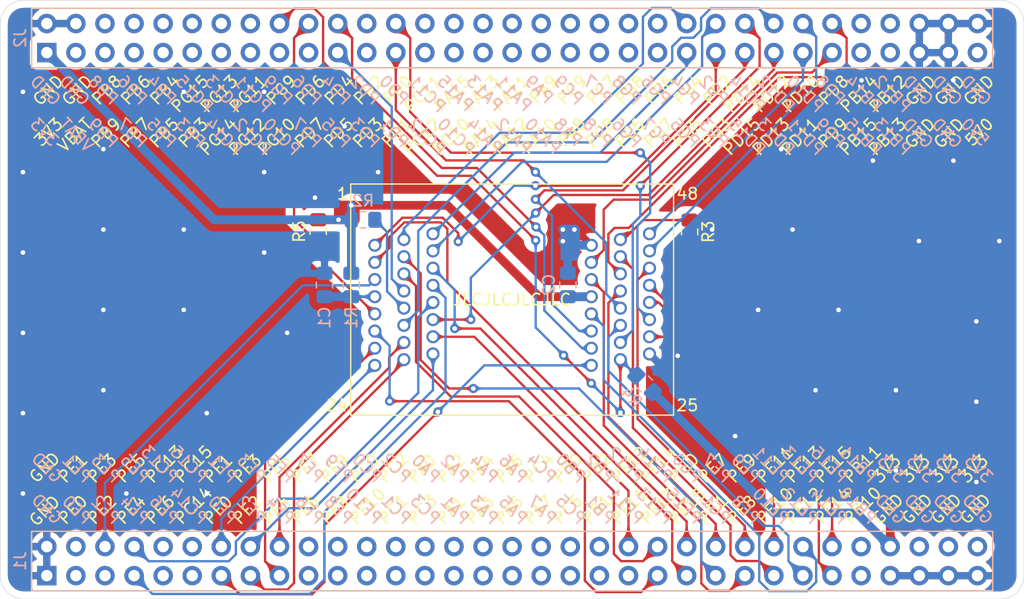
<source format=kicad_pcb>
(kicad_pcb (version 20171130) (host pcbnew "(5.1.10)-1")
  (layers (0 F.Cu signal) (31 B.Cu signal) (34 B.Paste user) (35 F.Paste user) (36 B.SilkS user) (37 F.SilkS user) (38 B.Mask user) (39 F.Mask user) (44 Edge.Cuts user))
  (net 0 "")
  (net 1 /PE0)
  (net 2 /PE1)
  (net 3 /PE2)
  (net 4 /PE3)
  (net 5 /PE4)
  (net 6 /PE5)
  (net 7 /PE6)
  (net 8 /PC13)
  (net 9 /PC14)
  (net 10 /PC15)
  (net 11 /PF0)
  (net 12 /PF1)
  (net 13 /PF2)
  (net 14 /PF3)
  (net 15 /PF4)
  (net 16 /PF5)
  (net 17 /PF6)
  (net 18 /PF7)
  (net 19 /PF8)
  (net 20 /PF9)
  (net 21 /PF10)
  (net 22 /PC0)
  (net 23 /PC1)
  (net 24 /PC2)
  (net 25 /PC3)
  (net 26 /PA0)
  (net 27 /PA1)
  (net 28 /PA2)
  (net 29 /PA3)
  (net 30 /PA4)
  (net 31 /PA5)
  (net 32 /PA6)
  (net 33 /PA7)
  (net 34 /PC4)
  (net 35 /PC5)
  (net 36 /PB0)
  (net 37 /PB1)
  (net 38 /PB2)
  (net 39 /PF11)
  (net 40 /PF12)
  (net 41 /PF13)
  (net 42 /PF14)
  (net 43 /PF15)
  (net 44 /PG0)
  (net 45 /PG1)
  (net 46 /PE7)
  (net 47 /PE8)
  (net 48 /PE9)
  (net 49 /PE10)
  (net 50 /PE11)
  (net 51 /PE12)
  (net 52 /PE13)
  (net 53 /PE14)
  (net 54 /PE15)
  (net 55 /PB10)
  (net 56 /PB11)
  (net 57 /5VIN)
  (net 58 /PB12)
  (net 59 /PB13)
  (net 60 /PB14)
  (net 61 /PB15)
  (net 62 /PD8)
  (net 63 /PD9)
  (net 64 /PD10)
  (net 65 /PD11)
  (net 66 /PD12)
  (net 67 /PD13)
  (net 68 /PD14)
  (net 69 /PD15)
  (net 70 /PG2)
  (net 71 /PG3)
  (net 72 /PG4)
  (net 73 /PG5)
  (net 74 /PG6)
  (net 75 /PG7)
  (net 76 /PG8)
  (net 77 /PC6)
  (net 78 /PC7)
  (net 79 /PC8)
  (net 80 /PC9)
  (net 81 /PA8)
  (net 82 /PA9)
  (net 83 /PA10)
  (net 84 /PA11)
  (net 85 /PA12)
  (net 86 /PA13)
  (net 87 /PA14)
  (net 88 /PA15)
  (net 89 /PC10)
  (net 90 /PC11)
  (net 91 /PC12)
  (net 92 /PD0)
  (net 93 /PD1)
  (net 94 /PD2)
  (net 95 /PD3)
  (net 96 /PD4)
  (net 97 /PD5)
  (net 98 /PD6)
  (net 99 /PD7)
  (net 100 /PG9)
  (net 101 /PG10)
  (net 102 /PG11)
  (net 103 /PG12)
  (net 104 /PG13)
  (net 105 /PG14)
  (net 106 /PG15)
  (net 107 /PB3)
  (net 108 /PB4)
  (net 109 /PB5)
  (net 110 /PB6)
  (net 111 /PB7)
  (net 112 /PB8)
  (net 113 /PB9)
  (net 114 /VBAT)
  (net 115 /GND)
  (net 116 "Net-(C1-Pad2)")
  (net 117 /VCC)
  (net 118 "Net-(J3-Pad14)")
  (net 119 "Net-(J3-Pad47)")
  (module Connector_PinHeader_2.54mm:PinHeader_2x33_P2.54mm_Vertical (layer F.Cu) (at 110.998 44.958 90)
    (fp_text reference J2 (at 1.27 -2.33 90) (layer B.SilkS) (effects (justify mirror)))
    (fp_text value Bottom)
    (pad 66 thru_hole oval (at 2.54 81.28 90) (size 1.7 1.7) (drill 1) (layers *.Cu *.Mask) (net 115 /GND))
    (pad 65 thru_hole oval (at 0 81.28 90) (size 1.7 1.7) (drill 1) (layers *.Cu *.Mask) (net 57 /5VIN))
    (pad 64 thru_hole oval (at 2.54 78.74 90) (size 1.7 1.7) (drill 1) (layers *.Cu *.Mask) (net 115 /GND))
    (pad 63 thru_hole oval (at 0 78.74 90) (size 1.7 1.7) (drill 1) (layers *.Cu *.Mask) (net 115 /GND))
    (pad 62 thru_hole oval (at 2.54 76.2 90) (size 1.7 1.7) (drill 1) (layers *.Cu *.Mask) (net 115 /GND))
    (pad 61 thru_hole oval (at 0 76.2 90) (size 1.7 1.7) (drill 1) (layers *.Cu *.Mask) (net 115 /GND))
    (pad 60 thru_hole oval (at 2.54 73.66 90) (size 1.7 1.7) (drill 1) (layers *.Cu *.Mask) (net 58 /PB12))
    (pad 59 thru_hole oval (at 0 73.66 90) (size 1.7 1.7) (drill 1) (layers *.Cu *.Mask) (net 59 /PB13))
    (pad 58 thru_hole oval (at 2.54 71.12 90) (size 1.7 1.7) (drill 1) (layers *.Cu *.Mask) (net 60 /PB14))
    (pad 57 thru_hole oval (at 0 71.12 90) (size 1.7 1.7) (drill 1) (layers *.Cu *.Mask) (net 61 /PB15))
    (pad 56 thru_hole oval (at 2.54 68.58 90) (size 1.7 1.7) (drill 1) (layers *.Cu *.Mask) (net 62 /PD8))
    (pad 55 thru_hole oval (at 0 68.58 90) (size 1.7 1.7) (drill 1) (layers *.Cu *.Mask) (net 63 /PD9))
    (pad 54 thru_hole oval (at 2.54 66.04 90) (size 1.7 1.7) (drill 1) (layers *.Cu *.Mask) (net 64 /PD10))
    (pad 53 thru_hole oval (at 0 66.04 90) (size 1.7 1.7) (drill 1) (layers *.Cu *.Mask) (net 65 /PD11))
    (pad 52 thru_hole oval (at 2.54 63.5 90) (size 1.7 1.7) (drill 1) (layers *.Cu *.Mask) (net 66 /PD12))
    (pad 51 thru_hole oval (at 0 63.5 90) (size 1.7 1.7) (drill 1) (layers *.Cu *.Mask) (net 67 /PD13))
    (pad 50 thru_hole oval (at 2.54 60.96 90) (size 1.7 1.7) (drill 1) (layers *.Cu *.Mask) (net 68 /PD14))
    (pad 49 thru_hole oval (at 0 60.96 90) (size 1.7 1.7) (drill 1) (layers *.Cu *.Mask) (net 69 /PD15))
    (pad 48 thru_hole oval (at 2.54 58.42 90) (size 1.7 1.7) (drill 1) (layers *.Cu *.Mask) (net 70 /PG2))
    (pad 47 thru_hole oval (at 0 58.42 90) (size 1.7 1.7) (drill 1) (layers *.Cu *.Mask) (net 71 /PG3))
    (pad 46 thru_hole oval (at 2.54 55.88 90) (size 1.7 1.7) (drill 1) (layers *.Cu *.Mask) (net 72 /PG4))
    (pad 45 thru_hole oval (at 0 55.88 90) (size 1.7 1.7) (drill 1) (layers *.Cu *.Mask) (net 73 /PG5))
    (pad 44 thru_hole oval (at 2.54 53.34 90) (size 1.7 1.7) (drill 1) (layers *.Cu *.Mask) (net 74 /PG6))
    (pad 43 thru_hole oval (at 0 53.34 90) (size 1.7 1.7) (drill 1) (layers *.Cu *.Mask) (net 75 /PG7))
    (pad 42 thru_hole oval (at 2.54 50.8 90) (size 1.7 1.7) (drill 1) (layers *.Cu *.Mask) (net 76 /PG8))
    (pad 41 thru_hole oval (at 0 50.8 90) (size 1.7 1.7) (drill 1) (layers *.Cu *.Mask) (net 77 /PC6))
    (pad 40 thru_hole oval (at 2.54 48.26 90) (size 1.7 1.7) (drill 1) (layers *.Cu *.Mask) (net 78 /PC7))
    (pad 39 thru_hole oval (at 0 48.26 90) (size 1.7 1.7) (drill 1) (layers *.Cu *.Mask) (net 79 /PC8))
    (pad 38 thru_hole oval (at 2.54 45.72 90) (size 1.7 1.7) (drill 1) (layers *.Cu *.Mask) (net 80 /PC9))
    (pad 37 thru_hole oval (at 0 45.72 90) (size 1.7 1.7) (drill 1) (layers *.Cu *.Mask) (net 81 /PA8))
    (pad 36 thru_hole oval (at 2.54 43.18 90) (size 1.7 1.7) (drill 1) (layers *.Cu *.Mask) (net 82 /PA9))
    (pad 35 thru_hole oval (at 0 43.18 90) (size 1.7 1.7) (drill 1) (layers *.Cu *.Mask) (net 83 /PA10))
    (pad 34 thru_hole oval (at 2.54 40.64 90) (size 1.7 1.7) (drill 1) (layers *.Cu *.Mask) (net 84 /PA11))
    (pad 33 thru_hole oval (at 0 40.64 90) (size 1.7 1.7) (drill 1) (layers *.Cu *.Mask) (net 85 /PA12))
    (pad 32 thru_hole oval (at 2.54 38.1 90) (size 1.7 1.7) (drill 1) (layers *.Cu *.Mask) (net 86 /PA13))
    (pad 31 thru_hole oval (at 0 38.1 90) (size 1.7 1.7) (drill 1) (layers *.Cu *.Mask) (net 87 /PA14))
    (pad 30 thru_hole oval (at 2.54 35.56 90) (size 1.7 1.7) (drill 1) (layers *.Cu *.Mask) (net 88 /PA15))
    (pad 29 thru_hole oval (at 0 35.56 90) (size 1.7 1.7) (drill 1) (layers *.Cu *.Mask) (net 89 /PC10))
    (pad 28 thru_hole oval (at 2.54 33.02 90) (size 1.7 1.7) (drill 1) (layers *.Cu *.Mask) (net 90 /PC11))
    (pad 27 thru_hole oval (at 0 33.02 90) (size 1.7 1.7) (drill 1) (layers *.Cu *.Mask) (net 91 /PC12))
    (pad 26 thru_hole oval (at 2.54 30.48 90) (size 1.7 1.7) (drill 1) (layers *.Cu *.Mask) (net 92 /PD0))
    (pad 25 thru_hole oval (at 0 30.48 90) (size 1.7 1.7) (drill 1) (layers *.Cu *.Mask) (net 93 /PD1))
    (pad 24 thru_hole oval (at 2.54 27.94 90) (size 1.7 1.7) (drill 1) (layers *.Cu *.Mask) (net 94 /PD2))
    (pad 23 thru_hole oval (at 0 27.94 90) (size 1.7 1.7) (drill 1) (layers *.Cu *.Mask) (net 95 /PD3))
    (pad 22 thru_hole oval (at 2.54 25.4 90) (size 1.7 1.7) (drill 1) (layers *.Cu *.Mask) (net 96 /PD4))
    (pad 21 thru_hole oval (at 0 25.4 90) (size 1.7 1.7) (drill 1) (layers *.Cu *.Mask) (net 97 /PD5))
    (pad 20 thru_hole oval (at 2.54 22.86 90) (size 1.7 1.7) (drill 1) (layers *.Cu *.Mask) (net 98 /PD6))
    (pad 19 thru_hole oval (at 0 22.86 90) (size 1.7 1.7) (drill 1) (layers *.Cu *.Mask) (net 99 /PD7))
    (pad 18 thru_hole oval (at 2.54 20.32 90) (size 1.7 1.7) (drill 1) (layers *.Cu *.Mask) (net 100 /PG9))
    (pad 17 thru_hole oval (at 0 20.32 90) (size 1.7 1.7) (drill 1) (layers *.Cu *.Mask) (net 101 /PG10))
    (pad 16 thru_hole oval (at 2.54 17.78 90) (size 1.7 1.7) (drill 1) (layers *.Cu *.Mask) (net 102 /PG11))
    (pad 15 thru_hole oval (at 0 17.78 90) (size 1.7 1.7) (drill 1) (layers *.Cu *.Mask) (net 103 /PG12))
    (pad 14 thru_hole oval (at 2.54 15.24 90) (size 1.7 1.7) (drill 1) (layers *.Cu *.Mask) (net 104 /PG13))
    (pad 13 thru_hole oval (at 0 15.24 90) (size 1.7 1.7) (drill 1) (layers *.Cu *.Mask) (net 105 /PG14))
    (pad 12 thru_hole oval (at 2.54 12.7 90) (size 1.7 1.7) (drill 1) (layers *.Cu *.Mask) (net 106 /PG15))
    (pad 11 thru_hole oval (at 0 12.7 90) (size 1.7 1.7) (drill 1) (layers *.Cu *.Mask) (net 107 /PB3))
    (pad 10 thru_hole oval (at 2.54 10.16 90) (size 1.7 1.7) (drill 1) (layers *.Cu *.Mask) (net 108 /PB4))
    (pad 9 thru_hole oval (at 0 10.16 90) (size 1.7 1.7) (drill 1) (layers *.Cu *.Mask) (net 109 /PB5))
    (pad 8 thru_hole oval (at 2.54 7.62 90) (size 1.7 1.7) (drill 1) (layers *.Cu *.Mask) (net 110 /PB6))
    (pad 7 thru_hole oval (at 0 7.62 90) (size 1.7 1.7) (drill 1) (layers *.Cu *.Mask) (net 111 /PB7))
    (pad 6 thru_hole oval (at 2.54 5.08 90) (size 1.7 1.7) (drill 1) (layers *.Cu *.Mask) (net 112 /PB8))
    (pad 5 thru_hole oval (at 0 5.08 90) (size 1.7 1.7) (drill 1) (layers *.Cu *.Mask) (net 113 /PB9))
    (pad 4 thru_hole oval (at 2.54 2.54 90) (size 1.7 1.7) (drill 1) (layers *.Cu *.Mask) (net 115 /GND))
    (pad 3 thru_hole oval (at 0 2.54 90) (size 1.7 1.7) (drill 1) (layers *.Cu *.Mask) (net 114 /VBAT))
    (pad 2 thru_hole oval (at 2.54 0 90) (size 1.7 1.7) (drill 1) (layers *.Cu *.Mask) (net 115 /GND))
    (pad 1 thru_hole rect (at 0 0 90) (size 1.7 1.7) (drill 1) (layers *.Cu *.Mask) (net 117 /VCC))
  )
  (module Connector_PinHeader_2.54mm:PinHeader_2x33_P2.54mm_Vertical (layer F.Cu) (at 110.998 90.678 90)
    (fp_text reference J1 (at 1.27 -2.33 90) (layer B.SilkS) (effects (justify mirror)))
    (fp_text value Top)
    (pad 1 thru_hole rect (at 0 0 90) (size 1.7 1.7) (drill 1) (layers *.Cu *.Mask) (net 115 /GND))
    (pad 2 thru_hole oval (at 2.54 0 90) (size 1.7 1.7) (drill 1) (layers *.Cu *.Mask) (net 115 /GND))
    (pad 3 thru_hole oval (at 0 2.54 90) (size 1.7 1.7) (drill 1) (layers *.Cu *.Mask) (net 1 /PE0))
    (pad 4 thru_hole oval (at 2.54 2.54 90) (size 1.7 1.7) (drill 1) (layers *.Cu *.Mask) (net 2 /PE1))
    (pad 5 thru_hole oval (at 0 5.08 90) (size 1.7 1.7) (drill 1) (layers *.Cu *.Mask) (net 3 /PE2))
    (pad 6 thru_hole oval (at 2.54 5.08 90) (size 1.7 1.7) (drill 1) (layers *.Cu *.Mask) (net 4 /PE3))
    (pad 7 thru_hole oval (at 0 7.62 90) (size 1.7 1.7) (drill 1) (layers *.Cu *.Mask) (net 5 /PE4))
    (pad 8 thru_hole oval (at 2.54 7.62 90) (size 1.7 1.7) (drill 1) (layers *.Cu *.Mask) (net 6 /PE5))
    (pad 9 thru_hole oval (at 0 10.16 90) (size 1.7 1.7) (drill 1) (layers *.Cu *.Mask) (net 7 /PE6))
    (pad 10 thru_hole oval (at 2.54 10.16 90) (size 1.7 1.7) (drill 1) (layers *.Cu *.Mask) (net 8 /PC13))
    (pad 11 thru_hole oval (at 0 12.7 90) (size 1.7 1.7) (drill 1) (layers *.Cu *.Mask) (net 9 /PC14))
    (pad 12 thru_hole oval (at 2.54 12.7 90) (size 1.7 1.7) (drill 1) (layers *.Cu *.Mask) (net 10 /PC15))
    (pad 13 thru_hole oval (at 0 15.24 90) (size 1.7 1.7) (drill 1) (layers *.Cu *.Mask) (net 11 /PF0))
    (pad 14 thru_hole oval (at 2.54 15.24 90) (size 1.7 1.7) (drill 1) (layers *.Cu *.Mask) (net 12 /PF1))
    (pad 15 thru_hole oval (at 0 17.78 90) (size 1.7 1.7) (drill 1) (layers *.Cu *.Mask) (net 13 /PF2))
    (pad 16 thru_hole oval (at 2.54 17.78 90) (size 1.7 1.7) (drill 1) (layers *.Cu *.Mask) (net 14 /PF3))
    (pad 17 thru_hole oval (at 0 20.32 90) (size 1.7 1.7) (drill 1) (layers *.Cu *.Mask) (net 15 /PF4))
    (pad 18 thru_hole oval (at 2.54 20.32 90) (size 1.7 1.7) (drill 1) (layers *.Cu *.Mask) (net 16 /PF5))
    (pad 19 thru_hole oval (at 0 22.86 90) (size 1.7 1.7) (drill 1) (layers *.Cu *.Mask) (net 17 /PF6))
    (pad 20 thru_hole oval (at 2.54 22.86 90) (size 1.7 1.7) (drill 1) (layers *.Cu *.Mask) (net 18 /PF7))
    (pad 21 thru_hole oval (at 0 25.4 90) (size 1.7 1.7) (drill 1) (layers *.Cu *.Mask) (net 19 /PF8))
    (pad 22 thru_hole oval (at 2.54 25.4 90) (size 1.7 1.7) (drill 1) (layers *.Cu *.Mask) (net 20 /PF9))
    (pad 23 thru_hole oval (at 0 27.94 90) (size 1.7 1.7) (drill 1) (layers *.Cu *.Mask) (net 21 /PF10))
    (pad 24 thru_hole oval (at 2.54 27.94 90) (size 1.7 1.7) (drill 1) (layers *.Cu *.Mask) (net 22 /PC0))
    (pad 25 thru_hole oval (at 0 30.48 90) (size 1.7 1.7) (drill 1) (layers *.Cu *.Mask) (net 23 /PC1))
    (pad 26 thru_hole oval (at 2.54 30.48 90) (size 1.7 1.7) (drill 1) (layers *.Cu *.Mask) (net 24 /PC2))
    (pad 27 thru_hole oval (at 0 33.02 90) (size 1.7 1.7) (drill 1) (layers *.Cu *.Mask) (net 25 /PC3))
    (pad 28 thru_hole oval (at 2.54 33.02 90) (size 1.7 1.7) (drill 1) (layers *.Cu *.Mask) (net 26 /PA0))
    (pad 29 thru_hole oval (at 0 35.56 90) (size 1.7 1.7) (drill 1) (layers *.Cu *.Mask) (net 27 /PA1))
    (pad 30 thru_hole oval (at 2.54 35.56 90) (size 1.7 1.7) (drill 1) (layers *.Cu *.Mask) (net 28 /PA2))
    (pad 31 thru_hole oval (at 0 38.1 90) (size 1.7 1.7) (drill 1) (layers *.Cu *.Mask) (net 29 /PA3))
    (pad 32 thru_hole oval (at 2.54 38.1 90) (size 1.7 1.7) (drill 1) (layers *.Cu *.Mask) (net 30 /PA4))
    (pad 33 thru_hole oval (at 0 40.64 90) (size 1.7 1.7) (drill 1) (layers *.Cu *.Mask) (net 31 /PA5))
    (pad 34 thru_hole oval (at 2.54 40.64 90) (size 1.7 1.7) (drill 1) (layers *.Cu *.Mask) (net 32 /PA6))
    (pad 35 thru_hole oval (at 0 43.18 90) (size 1.7 1.7) (drill 1) (layers *.Cu *.Mask) (net 33 /PA7))
    (pad 36 thru_hole oval (at 2.54 43.18 90) (size 1.7 1.7) (drill 1) (layers *.Cu *.Mask) (net 34 /PC4))
    (pad 37 thru_hole oval (at 0 45.72 90) (size 1.7 1.7) (drill 1) (layers *.Cu *.Mask) (net 35 /PC5))
    (pad 38 thru_hole oval (at 2.54 45.72 90) (size 1.7 1.7) (drill 1) (layers *.Cu *.Mask) (net 36 /PB0))
    (pad 39 thru_hole oval (at 0 48.26 90) (size 1.7 1.7) (drill 1) (layers *.Cu *.Mask) (net 37 /PB1))
    (pad 40 thru_hole oval (at 2.54 48.26 90) (size 1.7 1.7) (drill 1) (layers *.Cu *.Mask) (net 38 /PB2))
    (pad 41 thru_hole oval (at 0 50.8 90) (size 1.7 1.7) (drill 1) (layers *.Cu *.Mask) (net 39 /PF11))
    (pad 42 thru_hole oval (at 2.54 50.8 90) (size 1.7 1.7) (drill 1) (layers *.Cu *.Mask) (net 40 /PF12))
    (pad 43 thru_hole oval (at 0 53.34 90) (size 1.7 1.7) (drill 1) (layers *.Cu *.Mask) (net 41 /PF13))
    (pad 44 thru_hole oval (at 2.54 53.34 90) (size 1.7 1.7) (drill 1) (layers *.Cu *.Mask) (net 42 /PF14))
    (pad 45 thru_hole oval (at 0 55.88 90) (size 1.7 1.7) (drill 1) (layers *.Cu *.Mask) (net 43 /PF15))
    (pad 46 thru_hole oval (at 2.54 55.88 90) (size 1.7 1.7) (drill 1) (layers *.Cu *.Mask) (net 44 /PG0))
    (pad 47 thru_hole oval (at 0 58.42 90) (size 1.7 1.7) (drill 1) (layers *.Cu *.Mask) (net 45 /PG1))
    (pad 48 thru_hole oval (at 2.54 58.42 90) (size 1.7 1.7) (drill 1) (layers *.Cu *.Mask) (net 46 /PE7))
    (pad 49 thru_hole oval (at 0 60.96 90) (size 1.7 1.7) (drill 1) (layers *.Cu *.Mask) (net 47 /PE8))
    (pad 50 thru_hole oval (at 2.54 60.96 90) (size 1.7 1.7) (drill 1) (layers *.Cu *.Mask) (net 48 /PE9))
    (pad 51 thru_hole oval (at 0 63.5 90) (size 1.7 1.7) (drill 1) (layers *.Cu *.Mask) (net 49 /PE10))
    (pad 52 thru_hole oval (at 2.54 63.5 90) (size 1.7 1.7) (drill 1) (layers *.Cu *.Mask) (net 50 /PE11))
    (pad 53 thru_hole oval (at 0 66.04 90) (size 1.7 1.7) (drill 1) (layers *.Cu *.Mask) (net 51 /PE12))
    (pad 54 thru_hole oval (at 2.54 66.04 90) (size 1.7 1.7) (drill 1) (layers *.Cu *.Mask) (net 52 /PE13))
    (pad 55 thru_hole oval (at 0 68.58 90) (size 1.7 1.7) (drill 1) (layers *.Cu *.Mask) (net 53 /PE14))
    (pad 56 thru_hole oval (at 2.54 68.58 90) (size 1.7 1.7) (drill 1) (layers *.Cu *.Mask) (net 54 /PE15))
    (pad 57 thru_hole oval (at 0 71.12 90) (size 1.7 1.7) (drill 1) (layers *.Cu *.Mask) (net 55 /PB10))
    (pad 58 thru_hole oval (at 2.54 71.12 90) (size 1.7 1.7) (drill 1) (layers *.Cu *.Mask) (net 56 /PB11))
    (pad 59 thru_hole oval (at 0 73.66 90) (size 1.7 1.7) (drill 1) (layers *.Cu *.Mask) (net 115 /GND))
    (pad 60 thru_hole oval (at 2.54 73.66 90) (size 1.7 1.7) (drill 1) (layers *.Cu *.Mask) (net 117 /VCC))
    (pad 61 thru_hole oval (at 0 76.2 90) (size 1.7 1.7) (drill 1) (layers *.Cu *.Mask) (net 115 /GND))
    (pad 62 thru_hole oval (at 2.54 76.2 90) (size 1.7 1.7) (drill 1) (layers *.Cu *.Mask) (net 117 /VCC))
    (pad 63 thru_hole oval (at 0 78.74 90) (size 1.7 1.7) (drill 1) (layers *.Cu *.Mask) (net 115 /GND))
    (pad 64 thru_hole oval (at 2.54 78.74 90) (size 1.7 1.7) (drill 1) (layers *.Cu *.Mask) (net 117 /VCC))
    (pad 65 thru_hole oval (at 0 81.28 90) (size 1.7 1.7) (drill 1) (layers *.Cu *.Mask) (net 115 /GND))
    (pad 66 thru_hole oval (at 2.54 81.28 90) (size 1.7 1.7) (drill 1) (layers *.Cu *.Mask) (net 117 /VCC))
  )
  (module WonderSwan:IC354-048-D31_35P (layer F.Cu) (at 151.638 66.548)
    (fp_text reference JLCJLCJLCJLC (at 0 0) (layer F.SilkS))
    (fp_text value MBM29DL400TC)
    (fp_text user 25 (at 14.25 9.25) (layer F.SilkS) (effects (justify left)))
    (fp_text user 48 (at 14.25 -9.25) (layer F.SilkS) (effects (justify left)))
    (fp_text user 24 (at -14.25 9.25) (layer F.SilkS) (effects (justify right)))
    (fp_text user 1 (at -14.25 -9.25) (layer F.SilkS) (effects (justify right)))
    (pad "" np_thru_hole circle (at 9.455 -7.5) (size 1.6 1.6) (drill 1.6) (layers *.Cu *.Mask))
    (pad "" np_thru_hole circle (at -9.455 7.5) (size 1.6 1.6) (drill 1.6) (layers *.Cu *.Mask))
    (pad 28 thru_hole circle (at 6.915 4.25) (size 1.143 1.143) (drill 0.762) (layers *.Cu *.Mask) (net 96 /PD4))
    (pad 31 thru_hole circle (at 6.915 2.75) (size 1.143 1.143) (drill 0.762) (layers *.Cu *.Mask) (net 69 /PD15))
    (pad 34 thru_hole circle (at 6.915 1.25) (size 1.143 1.143) (drill 0.762) (layers *.Cu *.Mask) (net 52 /PE13))
    (pad 37 thru_hole circle (at 6.915 -0.25) (size 1.143 1.143) (drill 0.762) (layers *.Cu *.Mask) (net 117 /VCC))
    (pad 40 thru_hole circle (at 6.915 -1.75) (size 1.143 1.143) (drill 0.762) (layers *.Cu *.Mask) (net 47 /PE8))
    (pad 43 thru_hole circle (at 6.915 -3.25) (size 1.143 1.143) (drill 0.762) (layers *.Cu *.Mask) (net 63 /PD9))
    (pad 29 thru_hole circle (at 9.455 3.75) (size 1.143 1.143) (drill 0.762) (layers *.Cu *.Mask) (net 68 /PD14))
    (pad 32 thru_hole circle (at 9.455 2.25) (size 1.143 1.143) (drill 0.762) (layers *.Cu *.Mask) (net 51 /PE12))
    (pad 35 thru_hole circle (at 9.455 0.75) (size 1.143 1.143) (drill 0.762) (layers *.Cu *.Mask) (net 93 /PD1))
    (pad 38 thru_hole circle (at 9.455 -0.75) (size 1.143 1.143) (drill 0.762) (layers *.Cu *.Mask) (net 46 /PE7))
    (pad 41 thru_hole circle (at 9.455 -2.25) (size 1.143 1.143) (drill 0.762) (layers *.Cu *.Mask) (net 62 /PD8))
    (pad 44 thru_hole circle (at 9.455 -3.75) (size 1.143 1.143) (drill 0.762) (layers *.Cu *.Mask) (net 49 /PE10))
    (pad 30 thru_hole circle (at 11.995 3.25) (size 1.143 1.143) (drill 0.762) (layers *.Cu *.Mask) (net 50 /PE11))
    (pad 33 thru_hole circle (at 11.995 1.75) (size 1.143 1.143) (drill 0.762) (layers *.Cu *.Mask) (net 92 /PD0))
    (pad 36 thru_hole circle (at 11.995 0.25) (size 1.143 1.143) (drill 0.762) (layers *.Cu *.Mask) (net 53 /PE14))
    (pad 39 thru_hole circle (at 11.995 -1.25) (size 1.143 1.143) (drill 0.762) (layers *.Cu *.Mask) (net 54 /PE15))
    (pad 42 thru_hole circle (at 11.995 -2.75) (size 1.143 1.143) (drill 0.762) (layers *.Cu *.Mask) (net 48 /PE9))
    (pad 45 thru_hole circle (at 11.995 -4.25) (size 1.143 1.143) (drill 0.762) (layers *.Cu *.Mask) (net 64 /PD10))
    (pad 46 thru_hole circle (at 6.915 -4.75) (size 1.143 1.143) (drill 0.762) (layers *.Cu *.Mask) (net 115 /GND))
    (pad 47 thru_hole circle (at 9.455 -5.25) (size 1.143 1.143) (drill 0.762) (layers *.Cu *.Mask) (net 119 "Net-(J3-Pad47)"))
    (pad 27 thru_hole circle (at 11.995 4.75) (size 1.143 1.143) (drill 0.762) (layers *.Cu *.Mask) (net 115 /GND))
    (pad 26 thru_hole circle (at 9.455 5.25) (size 1.143 1.143) (drill 0.762) (layers *.Cu *.Mask) (net 100 /PG9))
    (pad 25 thru_hole circle (at 6.915 5.75) (size 1.143 1.143) (drill 0.762) (layers *.Cu *.Mask) (net 11 /PF0))
    (pad 48 thru_hole circle (at 11.995 -5.75) (size 1.143 1.143) (drill 0.762) (layers *.Cu *.Mask) (net 65 /PD11))
    (pad 21 thru_hole circle (at -11.995 4.25) (size 1.143 1.143) (drill 0.762) (layers *.Cu *.Mask) (net 15 /PF4))
    (pad 18 thru_hole circle (at -11.995 2.75) (size 1.143 1.143) (drill 0.762) (layers *.Cu *.Mask) (net 41 /PF13))
    (pad 15 thru_hole circle (at -11.995 1.25) (size 1.143 1.143) (drill 0.762) (layers *.Cu *.Mask) (net 98 /PD6))
    (pad 12 thru_hole circle (at -11.995 -0.25) (size 1.143 1.143) (drill 0.762) (layers *.Cu *.Mask) (net 116 "Net-(C1-Pad2)"))
    (pad 9 thru_hole circle (at -11.995 -1.75) (size 1.143 1.143) (drill 0.762) (layers *.Cu *.Mask) (net 4 /PE3))
    (pad 6 thru_hole circle (at -11.995 -3.25) (size 1.143 1.143) (drill 0.762) (layers *.Cu *.Mask) (net 44 /PG0))
    (pad 20 thru_hole circle (at -9.455 3.75) (size 1.143 1.143) (drill 0.762) (layers *.Cu *.Mask) (net 16 /PF5))
    (pad 17 thru_hole circle (at -9.455 2.25) (size 1.143 1.143) (drill 0.762) (layers *.Cu *.Mask) (net 66 /PD12))
    (pad 14 thru_hole circle (at -9.455 0.75) (size 1.143 1.143) (drill 0.762) (layers *.Cu *.Mask) (net 118 "Net-(J3-Pad14)"))
    (pad 11 thru_hole circle (at -9.455 -0.75) (size 1.143 1.143) (drill 0.762) (layers *.Cu *.Mask) (net 97 /PD5))
    (pad 8 thru_hole circle (at -9.455 -2.25) (size 1.143 1.143) (drill 0.762) (layers *.Cu *.Mask) (net 42 /PF14))
    (pad 5 thru_hole circle (at -9.455 -3.75) (size 1.143 1.143) (drill 0.762) (layers *.Cu *.Mask) (net 45 /PG1))
    (pad 19 thru_hole circle (at -6.915 3.25) (size 1.143 1.143) (drill 0.762) (layers *.Cu *.Mask) (net 40 /PF12))
    (pad 16 thru_hole circle (at -6.915 1.75) (size 1.143 1.143) (drill 0.762) (layers *.Cu *.Mask) (net 67 /PD13))
    (pad 13 thru_hole circle (at -6.915 0.25) (size 1.143 1.143) (drill 0.762) (layers *.Cu *.Mask) (net 6 /PE5))
    (pad 10 thru_hole circle (at -6.915 -1.25) (size 1.143 1.143) (drill 0.762) (layers *.Cu *.Mask) (net 5 /PE4))
    (pad 7 thru_hole circle (at -6.915 -2.75) (size 1.143 1.143) (drill 0.762) (layers *.Cu *.Mask) (net 43 /PF15))
    (pad 4 thru_hole circle (at -6.915 -4.25) (size 1.143 1.143) (drill 0.762) (layers *.Cu *.Mask) (net 70 /PG2))
    (pad 3 thru_hole circle (at -11.995 -4.75) (size 1.143 1.143) (drill 0.762) (layers *.Cu *.Mask) (net 71 /PG3))
    (pad 2 thru_hole circle (at -9.455 -5.25) (size 1.143 1.143) (drill 0.762) (layers *.Cu *.Mask) (net 72 /PG4))
    (pad 22 thru_hole circle (at -6.915 4.75) (size 1.143 1.143) (drill 0.762) (layers *.Cu *.Mask) (net 14 /PF3))
    (pad 23 thru_hole circle (at -9.455 5.25) (size 1.143 1.143) (drill 0.762) (layers *.Cu *.Mask) (net 13 /PF2))
    (pad 24 thru_hole circle (at -11.995 5.75) (size 1.143 1.143) (drill 0.762) (layers *.Cu *.Mask) (net 12 /PF1))
    (pad 1 thru_hole circle (at -6.915 -5.75) (size 1.143 1.143) (drill 0.762) (layers *.Cu *.Mask) (net 73 /PG5))
  )
  (module Capacitor_SMD:C_0805_2012Metric_Pad1.15x1.40mm_HandSolder (layer B.Cu) (at 135.25 65.273 270)
    (fp_text reference C1 (at 2.857 0 270) (layer B.SilkS) (effects (justify mirror)))
    (fp_text value 100nF)
    (pad 1 smd roundrect (at -1.025 0 270) (size 1.15 1.4) (layers B.Cu B.Paste B.Mask) (roundrect_rratio 0.217391) (net 115 /GND))
    (pad 2 smd roundrect (at 1.025 0 270) (size 1.15 1.4) (layers B.Cu B.Paste B.Mask) (roundrect_rratio 0.217391) (net 116 "Net-(C1-Pad2)"))
  )
  (module Resistor_SMD:R_0805_2012Metric_Pad1.15x1.40mm_HandSolder (layer B.Cu) (at 137.593 65.273 90)
    (fp_text reference R1 (at -2.857 0 270) (layer B.SilkS) (effects (justify mirror)))
    (fp_text value 10K)
    (pad 2 smd roundrect (at 1.025 0 90) (size 1.15 1.4) (layers B.Cu B.Paste B.Mask) (roundrect_rratio 0.217391) (net 117 /VCC))
    (pad 1 smd roundrect (at -1.025 0 90) (size 1.15 1.4) (layers B.Cu B.Paste B.Mask) (roundrect_rratio 0.217391) (net 116 "Net-(C1-Pad2)"))
  )
  (module Resistor_SMD:R_0805_2012Metric_Pad1.15x1.40mm_HandSolder (layer B.Cu) (at 138.618 59.57)
    (fp_text reference R2 (at 0 -1.66) (layer B.SilkS) (effects (justify mirror)))
    (fp_text value 10K)
    (pad 2 smd roundrect (at 1.025 0) (size 1.15 1.4) (layers B.Cu B.Paste B.Mask) (roundrect_rratio 0.217391) (net 118 "Net-(J3-Pad14)"))
    (pad 1 smd roundrect (at -1.025 0) (size 1.15 1.4) (layers B.Cu B.Paste B.Mask) (roundrect_rratio 0.217391) (net 117 /VCC))
  )
  (module Resistor_SMD:R_0805_2012Metric_Pad1.15x1.40mm_HandSolder (layer F.Cu) (at 167.14 60.625 90)
    (fp_text reference R3 (at 0.005 1.63 90) (layer F.SilkS))
    (fp_text value 10K)
    (pad 1 smd roundrect (at -1.025 0 90) (size 1.15 1.4) (layers F.Cu F.Paste F.Mask) (roundrect_rratio 0.217391) (net 117 /VCC))
    (pad 2 smd roundrect (at 1.025 0 90) (size 1.15 1.4) (layers F.Cu F.Paste F.Mask) (roundrect_rratio 0.217391) (net 119 "Net-(J3-Pad47)"))
  )
  (module Resistor_SMD:R_0805_2012Metric_Pad1.15x1.40mm_HandSolder (layer B.Cu) (at 163.21 73.91 135)
    (fp_text reference R4 (at -0.010182 -1.647842 135) (layer B.SilkS) (effects (justify mirror)))
    (fp_text value 10K)
    (pad 1 smd roundrect (at -1.025 0 135) (size 1.15 1.4) (layers B.Cu B.Paste B.Mask) (roundrect_rratio 0.217391) (net 117 /VCC))
    (pad 2 smd roundrect (at 1.025 0 135) (size 1.15 1.4) (layers B.Cu B.Paste B.Mask) (roundrect_rratio 0.217391) (net 100 /PG9))
  )
  (module Capacitor_SMD:C_0805_2012Metric_Pad1.15x1.40mm_HandSolder (layer B.Cu) (at 156.503 65.273 90)
    (fp_text reference C2 (at 0.003 -1.653 270) (layer B.SilkS) (effects (justify mirror)))
    (fp_text value 100nF)
    (pad 1 smd roundrect (at -1.025 0 90) (size 1.15 1.4) (layers B.Cu B.Paste B.Mask) (roundrect_rratio 0.217391) (net 117 /VCC))
    (pad 2 smd roundrect (at 1.025 0 90) (size 1.15 1.4) (layers B.Cu B.Paste B.Mask) (roundrect_rratio 0.217391) (net 115 /GND))
  )
  (module Resistor_SMD:R_0805_2012Metric_Pad1.15x1.40mm_HandSolder (layer F.Cu) (at 134.6962 60.595 270)
    (fp_text reference R5 (at 0 1.6568 90) (layer F.SilkS))
    (fp_text value 10K)
    (pad 1 smd roundrect (at -1.025 0 270) (size 1.15 1.4) (layers F.Cu F.Paste F.Mask) (roundrect_rratio 0.217391) (net 117 /VCC))
    (pad 2 smd roundrect (at 1.025 0.0184 270) (size 1.15 1.4) (layers F.Cu F.Paste F.Mask) (roundrect_rratio 0.217) (net 98 /PD6))
  )
  (gr_text GND (at 109.6645 86.1695 45) (layer F.SilkS) (effects (font (size 1 1)) (justify left)))
  (gr_text GND (at 109.6645 82.3849 45) (layer F.SilkS) (effects (font (size 1 1)) (justify left)))
  (gr_text GND (at 193.421 86.0044 -45) (layer B.SilkS) (effects (font (size 1 1)) (justify left mirror)))
  (gr_text GND (at 190.881 86.0044 -45) (layer B.SilkS) (effects (font (size 1 1)) (justify left mirror)))
  (gr_text GND (at 188.341 86.0044 -45) (layer B.SilkS) (effects (font (size 1 1)) (justify left mirror)))
  (gr_text GND (at 185.801 86.0044 -45) (layer B.SilkS) (effects (font (size 1 1)) (justify left mirror)))
  (gr_text PB10 (at 183.261 86.0044 -45) (layer B.SilkS) (effects (font (size 1 1)) (justify left mirror)))
  (gr_text PE14 (at 180.721 86.0044 -45) (layer B.SilkS) (effects (font (size 1 1)) (justify left mirror)))
  (gr_text PE12 (at 178.181 86.0044 -45) (layer B.SilkS) (effects (font (size 1 1)) (justify left mirror)))
  (gr_text PE10 (at 175.641 86.0044 -45) (layer B.SilkS) (effects (font (size 1 1)) (justify left mirror)))
  (gr_text PE8 (at 173.101 86.0044 -45) (layer B.SilkS) (effects (font (size 1 1)) (justify left mirror)))
  (gr_text PG1 (at 170.561 86.0044 -45) (layer B.SilkS) (effects (font (size 1 1)) (justify left mirror)))
  (gr_text PF15 (at 168.021 86.0044 -45) (layer B.SilkS) (effects (font (size 1 1)) (justify left mirror)))
  (gr_text PF13 (at 165.481 86.0044 -45) (layer B.SilkS) (effects (font (size 1 1)) (justify left mirror)))
  (gr_text PF11 (at 162.941 86.0044 -45) (layer B.SilkS) (effects (font (size 1 1)) (justify left mirror)))
  (gr_text PB1 (at 160.401 86.0044 -45) (layer B.SilkS) (effects (font (size 1 1)) (justify left mirror)))
  (gr_text PC5 (at 157.861 86.0044 -45) (layer B.SilkS) (effects (font (size 1 1)) (justify left mirror)))
  (gr_text PA7 (at 155.321 86.0044 -45) (layer B.SilkS) (effects (font (size 1 1)) (justify left mirror)))
  (gr_text PA5 (at 152.781 86.0044 -45) (layer B.SilkS) (effects (font (size 1 1)) (justify left mirror)))
  (gr_text PA3 (at 150.241 86.0044 -45) (layer B.SilkS) (effects (font (size 1 1)) (justify left mirror)))
  (gr_text PA1 (at 147.701 86.0044 -45) (layer B.SilkS) (effects (font (size 1 1)) (justify left mirror)))
  (gr_text PC3 (at 145.161 86.0044 -45) (layer B.SilkS) (effects (font (size 1 1)) (justify left mirror)))
  (gr_text PC1 (at 142.621 86.0044 -45) (layer B.SilkS) (effects (font (size 1 1)) (justify left mirror)))
  (gr_text PF10 (at 140.081 86.0044 -45) (layer B.SilkS) (effects (font (size 1 1)) (justify left mirror)))
  (gr_text PF8 (at 137.541 86.0044 -45) (layer B.SilkS) (effects (font (size 1 1)) (justify left mirror)))
  (gr_text PF6 (at 135.001 86.0044 -45) (layer B.SilkS) (effects (font (size 1 1)) (justify left mirror)))
  (gr_text PF4 (at 132.461 86.0044 -45) (layer B.SilkS) (effects (font (size 1 1)) (justify left mirror)))
  (gr_text PF2 (at 129.921 86.0044 -45) (layer B.SilkS) (effects (font (size 1 1)) (justify left mirror)))
  (gr_text PF0 (at 127.381 86.0044 -45) (layer B.SilkS) (effects (font (size 1 1)) (justify left mirror)))
  (gr_text PC14 (at 124.841 86.0044 -45) (layer B.SilkS) (effects (font (size 1 1)) (justify left mirror)))
  (gr_text PE6 (at 122.301 86.0044 -45) (layer B.SilkS) (effects (font (size 1 1)) (justify left mirror)))
  (gr_text PE4 (at 119.761 86.0044 -45) (layer B.SilkS) (effects (font (size 1 1)) (justify left mirror)))
  (gr_text PE2 (at 117.221 86.0044 -45) (layer B.SilkS) (effects (font (size 1 1)) (justify left mirror)))
  (gr_text PE0 (at 114.681 86.0044 -45) (layer B.SilkS) (effects (font (size 1 1)) (justify left mirror)))
  (gr_text GND (at 112.141 86.0044 -45) (layer B.SilkS) (effects (font (size 1 1)) (justify left mirror)))
  (gr_text 3V3 (at 193.421 82.3849 -45) (layer B.SilkS) (effects (font (size 1 1)) (justify left mirror)))
  (gr_text 3V3 (at 190.881 82.3849 -45) (layer B.SilkS) (effects (font (size 1 1)) (justify left mirror)))
  (gr_text 3V3 (at 188.341 82.3849 -45) (layer B.SilkS) (effects (font (size 1 1)) (justify left mirror)))
  (gr_text 3V3 (at 185.801 82.3849 -45) (layer B.SilkS) (effects (font (size 1 1)) (justify left mirror)))
  (gr_text PB11 (at 183.261 82.3849 -45) (layer B.SilkS) (effects (font (size 1 1)) (justify left mirror)))
  (gr_text PE15 (at 180.721 82.3849 -45) (layer B.SilkS) (effects (font (size 1 1)) (justify left mirror)))
  (gr_text PE13 (at 178.181 82.3849 -45) (layer B.SilkS) (effects (font (size 1 1)) (justify left mirror)))
  (gr_text PE11 (at 175.641 82.3849 -45) (layer B.SilkS) (effects (font (size 1 1)) (justify left mirror)))
  (gr_text PE9 (at 173.101 82.3849 -45) (layer B.SilkS) (effects (font (size 1 1)) (justify left mirror)))
  (gr_text PE7 (at 170.561 82.3849 -45) (layer B.SilkS) (effects (font (size 1 1)) (justify left mirror)))
  (gr_text PG0 (at 168.021 82.3849 -45) (layer B.SilkS) (effects (font (size 1 1)) (justify left mirror)))
  (gr_text PF14 (at 165.481 82.3849 -45) (layer B.SilkS) (effects (font (size 1 1)) (justify left mirror)))
  (gr_text PF12 (at 162.941 82.3849 -45) (layer B.SilkS) (effects (font (size 1 1)) (justify left mirror)))
  (gr_text PB2 (at 160.401 82.3849 -45) (layer B.SilkS) (effects (font (size 1 1)) (justify left mirror)))
  (gr_text PB0 (at 157.861 82.3849 -45) (layer B.SilkS) (effects (font (size 1 1)) (justify left mirror)))
  (gr_text PC4 (at 155.321 82.3849 -45) (layer B.SilkS) (effects (font (size 1 1)) (justify left mirror)))
  (gr_text PA6 (at 152.781 82.3849 -45) (layer B.SilkS) (effects (font (size 1 1)) (justify left mirror)))
  (gr_text PA4 (at 150.241 82.3849 -45) (layer B.SilkS) (effects (font (size 1 1)) (justify left mirror)))
  (gr_text PA2 (at 147.701 82.3849 -45) (layer B.SilkS) (effects (font (size 1 1)) (justify left mirror)))
  (gr_text PA0 (at 145.161 82.3849 -45) (layer B.SilkS) (effects (font (size 1 1)) (justify left mirror)))
  (gr_text PC2 (at 142.621 82.3849 -45) (layer B.SilkS) (effects (font (size 1 1)) (justify left mirror)))
  (gr_text PC0 (at 140.081 82.3849 -45) (layer B.SilkS) (effects (font (size 1 1)) (justify left mirror)))
  (gr_text PF9 (at 137.541 82.3849 -45) (layer B.SilkS) (effects (font (size 1 1)) (justify left mirror)))
  (gr_text PF7 (at 135.001 82.3849 -45) (layer B.SilkS) (effects (font (size 1 1)) (justify left mirror)))
  (gr_text PF5 (at 132.461 82.3849 -45) (layer B.SilkS) (effects (font (size 1 1)) (justify left mirror)))
  (gr_text PF3 (at 129.921 82.3849 -45) (layer B.SilkS) (effects (font (size 1 1)) (justify left mirror)))
  (gr_text PF1 (at 127.381 82.3849 -45) (layer B.SilkS) (effects (font (size 1 1)) (justify left mirror)))
  (gr_text PC15 (at 124.841 82.3849 -45) (layer B.SilkS) (effects (font (size 1 1)) (justify left mirror)))
  (gr_text PC13 (at 122.301 82.3849 -45) (layer B.SilkS) (effects (font (size 1 1)) (justify left mirror)))
  (gr_text PE5 (at 119.761 82.3849 -45) (layer B.SilkS) (effects (font (size 1 1)) (justify left mirror)))
  (gr_text PE3 (at 117.221 82.3849 -45) (layer B.SilkS) (effects (font (size 1 1)) (justify left mirror)))
  (gr_text PE1 (at 114.681 82.3849 -45) (layer B.SilkS) (effects (font (size 1 1)) (justify left mirror)))
  (gr_text GND (at 112.141 82.3849 -45) (layer B.SilkS) (effects (font (size 1 1)) (justify left mirror)))
  (gr_text GND (at 190.9445 86.0044 45) (layer F.SilkS) (effects (font (size 1 1)) (justify left)))
  (gr_text GND (at 188.4045 86.0044 45) (layer F.SilkS) (effects (font (size 1 1)) (justify left)))
  (gr_text GND (at 185.8645 86.0044 45) (layer F.SilkS) (effects (font (size 1 1)) (justify left)))
  (gr_text GND (at 183.3245 86.0044 45) (layer F.SilkS) (effects (font (size 1 1)) (justify left)))
  (gr_text PB10 (at 180.7845 86.0044 45) (layer F.SilkS) (effects (font (size 1 1)) (justify left)))
  (gr_text PE14 (at 178.2445 86.0044 45) (layer F.SilkS) (effects (font (size 1 1)) (justify left)))
  (gr_text PE12 (at 175.7045 86.0044 45) (layer F.SilkS) (effects (font (size 1 1)) (justify left)))
  (gr_text PE10 (at 173.1645 86.0044 45) (layer F.SilkS) (effects (font (size 1 1)) (justify left)))
  (gr_text PE8 (at 170.6245 86.0044 45) (layer F.SilkS) (effects (font (size 1 1)) (justify left)))
  (gr_text PG1 (at 168.0845 86.0044 45) (layer F.SilkS) (effects (font (size 1 1)) (justify left)))
  (gr_text PF15 (at 165.5445 86.0044 45) (layer F.SilkS) (effects (font (size 1 1)) (justify left)))
  (gr_text PF13 (at 163.0045 86.0044 45) (layer F.SilkS) (effects (font (size 1 1)) (justify left)))
  (gr_text PF11 (at 160.4645 86.0044 45) (layer F.SilkS) (effects (font (size 1 1)) (justify left)))
  (gr_text PB1 (at 157.9245 86.0044 45) (layer F.SilkS) (effects (font (size 1 1)) (justify left)))
  (gr_text PC5 (at 155.3845 86.0044 45) (layer F.SilkS) (effects (font (size 1 1)) (justify left)))
  (gr_text PA7 (at 152.8445 86.0044 45) (layer F.SilkS) (effects (font (size 1 1)) (justify left)))
  (gr_text PA5 (at 150.3045 86.0044 45) (layer F.SilkS) (effects (font (size 1 1)) (justify left)))
  (gr_text PA3 (at 147.7645 86.0044 45) (layer F.SilkS) (effects (font (size 1 1)) (justify left)))
  (gr_text PA1 (at 145.2245 86.0044 45) (layer F.SilkS) (effects (font (size 1 1)) (justify left)))
  (gr_text PC3 (at 142.6845 86.0044 45) (layer F.SilkS) (effects (font (size 1 1)) (justify left)))
  (gr_text PC1 (at 140.1445 86.0044 45) (layer F.SilkS) (effects (font (size 1 1)) (justify left)))
  (gr_text PF10 (at 137.6045 86.0044 45) (layer F.SilkS) (effects (font (size 1 1)) (justify left)))
  (gr_text PF8 (at 135.0645 86.0044 45) (layer F.SilkS) (effects (font (size 1 1)) (justify left)))
  (gr_text PF6 (at 132.5245 86.0044 45) (layer F.SilkS) (effects (font (size 1 1)) (justify left)))
  (gr_text PF4 (at 129.9845 86.0044 45) (layer F.SilkS) (effects (font (size 1 1)) (justify left)))
  (gr_text PF2 (at 127.4445 86.0044 45) (layer F.SilkS) (effects (font (size 1 1)) (justify left)))
  (gr_text PF0 (at 124.9045 86.0044 45) (layer F.SilkS) (effects (font (size 1 1)) (justify left)))
  (gr_text PC14 (at 122.3645 86.0044 45) (layer F.SilkS) (effects (font (size 1 1)) (justify left)))
  (gr_text PE6 (at 119.8245 86.0044 45) (layer F.SilkS) (effects (font (size 1 1)) (justify left)))
  (gr_text PE4 (at 117.2845 86.0044 45) (layer F.SilkS) (effects (font (size 1 1)) (justify left)))
  (gr_text PE2 (at 114.7445 86.0044 45) (layer F.SilkS) (effects (font (size 1 1)) (justify left)))
  (gr_text PE0 (at 112.2045 86.0044 45) (layer F.SilkS) (effects (font (size 1 1)) (justify left)))
  (gr_text 3V3 (at 190.9445 82.3849 45) (layer F.SilkS) (effects (font (size 1 1)) (justify left)))
  (gr_text 3V3 (at 188.4045 82.3849 45) (layer F.SilkS) (effects (font (size 1 1)) (justify left)))
  (gr_text 3V3 (at 185.8645 82.3849 45) (layer F.SilkS) (effects (font (size 1 1)) (justify left)))
  (gr_text 3V3 (at 183.3245 82.3849 45) (layer F.SilkS) (effects (font (size 1 1)) (justify left)))
  (gr_text PB11 (at 180.7845 82.3849 45) (layer F.SilkS) (effects (font (size 1 1)) (justify left)))
  (gr_text PE15 (at 178.2445 82.3849 45) (layer F.SilkS) (effects (font (size 1 1)) (justify left)))
  (gr_text PE13 (at 175.7045 82.3849 45) (layer F.SilkS) (effects (font (size 1 1)) (justify left)))
  (gr_text PE11 (at 173.1645 82.3849 45) (layer F.SilkS) (effects (font (size 1 1)) (justify left)))
  (gr_text PE9 (at 170.6245 82.3849 45) (layer F.SilkS) (effects (font (size 1 1)) (justify left)))
  (gr_text PE7 (at 168.0845 82.3849 45) (layer F.SilkS) (effects (font (size 1 1)) (justify left)))
  (gr_text PG0 (at 165.5445 82.3849 45) (layer F.SilkS) (effects (font (size 1 1)) (justify left)))
  (gr_text PF14 (at 163.0045 82.3849 45) (layer F.SilkS) (effects (font (size 1 1)) (justify left)))
  (gr_text PF12 (at 160.4645 82.3849 45) (layer F.SilkS) (effects (font (size 1 1)) (justify left)))
  (gr_text PB2 (at 157.9245 82.3849 45) (layer F.SilkS) (effects (font (size 1 1)) (justify left)))
  (gr_text PB0 (at 155.3845 82.3849 45) (layer F.SilkS) (effects (font (size 1 1)) (justify left)))
  (gr_text PC4 (at 152.8445 82.3849 45) (layer F.SilkS) (effects (font (size 1 1)) (justify left)))
  (gr_text PA6 (at 150.3045 82.3849 45) (layer F.SilkS) (effects (font (size 1 1)) (justify left)))
  (gr_text PA4 (at 147.7645 82.3849 45) (layer F.SilkS) (effects (font (size 1 1)) (justify left)))
  (gr_text PA2 (at 145.2245 82.3849 45) (layer F.SilkS) (effects (font (size 1 1)) (justify left)))
  (gr_text PA0 (at 142.6845 82.3849 45) (layer F.SilkS) (effects (font (size 1 1)) (justify left)))
  (gr_text PC2 (at 140.1445 82.3849 45) (layer F.SilkS) (effects (font (size 1 1)) (justify left)))
  (gr_text PC0 (at 137.6045 82.3849 45) (layer F.SilkS) (effects (font (size 1 1)) (justify left)))
  (gr_text PF9 (at 135.0645 82.3849 45) (layer F.SilkS) (effects (font (size 1 1)) (justify left)))
  (gr_text PF7 (at 132.5245 82.3849 45) (layer F.SilkS) (effects (font (size 1 1)) (justify left)))
  (gr_text PF5 (at 129.9845 82.3849 45) (layer F.SilkS) (effects (font (size 1 1)) (justify left)))
  (gr_text PF3 (at 127.4445 82.3849 45) (layer F.SilkS) (effects (font (size 1 1)) (justify left)))
  (gr_text PF1 (at 124.9045 82.3849 45) (layer F.SilkS) (effects (font (size 1 1)) (justify left)))
  (gr_text PC15 (at 122.3645 82.3849 45) (layer F.SilkS) (effects (font (size 1 1)) (justify left)))
  (gr_text PC13 (at 119.8245 82.3849 45) (layer F.SilkS) (effects (font (size 1 1)) (justify left)))
  (gr_text PE5 (at 117.2845 82.3849 45) (layer F.SilkS) (effects (font (size 1 1)) (justify left)))
  (gr_text PE3 (at 114.7445 82.3849 45) (layer F.SilkS) (effects (font (size 1 1)) (justify left)))
  (gr_text PE1 (at 112.2045 82.3849 45) (layer F.SilkS) (effects (font (size 1 1)) (justify left)))
  (gr_text 5V0 (at 193.4845 50.8635 45) (layer F.SilkS) (effects (font (size 1 1)) (justify right)))
  (gr_text GND (at 190.9445 50.8635 45) (layer F.SilkS) (effects (font (size 1 1)) (justify right)))
  (gr_text GND (at 188.4045 50.8635 45) (layer F.SilkS) (effects (font (size 1 1)) (justify right)))
  (gr_text PB13 (at 185.8645 50.8635 45) (layer F.SilkS) (effects (font (size 1 1)) (justify right)))
  (gr_text PB15 (at 183.3245 50.8635 45) (layer F.SilkS) (effects (font (size 1 1)) (justify right)))
  (gr_text PD9 (at 180.7845 50.8635 45) (layer F.SilkS) (effects (font (size 1 1)) (justify right)))
  (gr_text PD11 (at 178.2445 50.8635 45) (layer F.SilkS) (effects (font (size 1 1)) (justify right)))
  (gr_text PD13 (at 175.7045 50.8635 45) (layer F.SilkS) (effects (font (size 1 1)) (justify right)))
  (gr_text PD15 (at 173.1645 50.8635 45) (layer F.SilkS) (effects (font (size 1 1)) (justify right)))
  (gr_text PG3 (at 170.6245 50.8635 45) (layer F.SilkS) (effects (font (size 1 1)) (justify right)))
  (gr_text PG5 (at 168.0845 50.8635 45) (layer F.SilkS) (effects (font (size 1 1)) (justify right)))
  (gr_text PG7 (at 165.5445 50.8635 45) (layer F.SilkS) (effects (font (size 1 1)) (justify right)))
  (gr_text PG6 (at 163.0045 50.8635 45) (layer F.SilkS) (effects (font (size 1 1)) (justify right)))
  (gr_text PC8 (at 160.4645 50.8635 45) (layer F.SilkS) (effects (font (size 1 1)) (justify right)))
  (gr_text PA8 (at 157.9245 50.8635 45) (layer F.SilkS) (effects (font (size 1 1)) (justify right)))
  (gr_text PA10 (at 155.3845 50.8635 45) (layer F.SilkS) (effects (font (size 1 1)) (justify right)))
  (gr_text PA12 (at 152.8445 50.8635 45) (layer F.SilkS) (effects (font (size 1 1)) (justify right)))
  (gr_text PA14 (at 150.3045 50.8635 45) (layer F.SilkS) (effects (font (size 1 1)) (justify right)))
  (gr_text PC10 (at 147.7645 50.8635 45) (layer F.SilkS) (effects (font (size 1 1)) (justify right)))
  (gr_text PC12 (at 145.2245 50.8635 45) (layer F.SilkS) (effects (font (size 1 1)) (justify right)))
  (gr_text PD1 (at 142.6845 50.8635 45) (layer F.SilkS) (effects (font (size 1 1)) (justify right)))
  (gr_text PD3 (at 140.1445 50.8635 45) (layer F.SilkS) (effects (font (size 1 1)) (justify right)))
  (gr_text PD5 (at 137.6045 50.8635 45) (layer F.SilkS) (effects (font (size 1 1)) (justify right)))
  (gr_text PD7 (at 135.0645 50.8635 45) (layer F.SilkS) (effects (font (size 1 1)) (justify right)))
  (gr_text PG10 (at 132.5245 50.8635 45) (layer F.SilkS) (effects (font (size 1 1)) (justify right)))
  (gr_text PG12 (at 129.9845 50.8635 45) (layer F.SilkS) (effects (font (size 1 1)) (justify right)))
  (gr_text PG14 (at 127.4445 50.8635 45) (layer F.SilkS) (effects (font (size 1 1)) (justify right)))
  (gr_text PB3 (at 124.9045 50.8635 45) (layer F.SilkS) (effects (font (size 1 1)) (justify right)))
  (gr_text PB5 (at 122.3645 50.8635 45) (layer F.SilkS) (effects (font (size 1 1)) (justify right)))
  (gr_text PB7 (at 119.8245 50.8635 45) (layer F.SilkS) (effects (font (size 1 1)) (justify right)))
  (gr_text PB9 (at 117.2845 50.8635 45) (layer F.SilkS) (effects (font (size 1 1)) (justify right)))
  (gr_text VBAT (at 114.7445 50.8635 45) (layer F.SilkS) (effects (font (size 1 1)) (justify right)))
  (gr_text 3V3 (at 112.2045 50.8635 45) (layer F.SilkS) (effects (font (size 1 1)) (justify right)))
  (gr_text GND (at 193.548 47.117 45) (layer F.SilkS) (effects (font (size 1 1)) (justify right)))
  (gr_text GND (at 191.008 47.117 45) (layer F.SilkS) (effects (font (size 1 1)) (justify right)))
  (gr_text GND (at 188.468 47.117 45) (layer F.SilkS) (effects (font (size 1 1)) (justify right)))
  (gr_text PB12 (at 185.928 47.117 45) (layer F.SilkS) (effects (font (size 1 1)) (justify right)))
  (gr_text PB14 (at 183.388 47.117 45) (layer F.SilkS) (effects (font (size 1 1)) (justify right)))
  (gr_text PD8 (at 180.848 47.117 45) (layer F.SilkS) (effects (font (size 1 1)) (justify right)))
  (gr_text PD10 (at 178.308 47.117 45) (layer F.SilkS) (effects (font (size 1 1)) (justify right)))
  (gr_text PD12 (at 175.768 47.117 45) (layer F.SilkS) (effects (font (size 1 1)) (justify right)))
  (gr_text PD14 (at 173.228 47.117 45) (layer F.SilkS) (effects (font (size 1 1)) (justify right)))
  (gr_text PG2 (at 170.688 47.117 45) (layer F.SilkS) (effects (font (size 1 1)) (justify right)))
  (gr_text PG4 (at 168.148 47.117 45) (layer F.SilkS) (effects (font (size 1 1)) (justify right)))
  (gr_text PG6 (at 165.608 47.117 45) (layer F.SilkS) (effects (font (size 1 1)) (justify right)))
  (gr_text PG8 (at 163.068 47.117 45) (layer F.SilkS) (effects (font (size 1 1)) (justify right)))
  (gr_text PC7 (at 160.528 47.117 45) (layer F.SilkS) (effects (font (size 1 1)) (justify right)))
  (gr_text PC9 (at 157.988 47.117 45) (layer F.SilkS) (effects (font (size 1 1)) (justify right)))
  (gr_text PA9 (at 155.448 47.117 45) (layer F.SilkS) (effects (font (size 1 1)) (justify right)))
  (gr_text PA11 (at 152.908 47.117 45) (layer F.SilkS) (effects (font (size 1 1)) (justify right)))
  (gr_text PA13 (at 150.368 47.117 45) (layer F.SilkS) (effects (font (size 1 1)) (justify right)))
  (gr_text PA15 (at 147.828 47.117 45) (layer F.SilkS) (effects (font (size 1 1)) (justify right)))
  (gr_text PC11 (at 145.288 47.117 45) (layer F.SilkS) (effects (font (size 1 1)) (justify right)))
  (gr_text PD0 (at 142.748 47.117 45) (layer F.SilkS) (effects (font (size 1 1)) (justify right)))
  (gr_text PD2 (at 140.208 47.117 45) (layer F.SilkS) (effects (font (size 1 1)) (justify right)))
  (gr_text PD4 (at 137.668 47.117 45) (layer F.SilkS) (effects (font (size 1 1)) (justify right)))
  (gr_text PD6 (at 135.128 47.117 45) (layer F.SilkS) (effects (font (size 1 1)) (justify right)))
  (gr_text PG9 (at 132.588 47.117 45) (layer F.SilkS) (effects (font (size 1 1)) (justify right)))
  (gr_text PG11 (at 130.048 47.117 45) (layer F.SilkS) (effects (font (size 1 1)) (justify right)))
  (gr_text PG13 (at 127.508 47.117 45) (layer F.SilkS) (effects (font (size 1 1)) (justify right)))
  (gr_text PG15 (at 124.968 47.117 45) (layer F.SilkS) (effects (font (size 1 1)) (justify right)))
  (gr_text PB4 (at 122.428 47.117 45) (layer F.SilkS) (effects (font (size 1 1)) (justify right)))
  (gr_text PB6 (at 119.888 47.117 45) (layer F.SilkS) (effects (font (size 1 1)) (justify right)))
  (gr_text PB8 (at 117.348 47.117 45) (layer F.SilkS) (effects (font (size 1 1)) (justify right)))
  (gr_text GND (at 114.808 47.117 45) (layer F.SilkS) (effects (font (size 1 1)) (justify right)))
  (gr_text GND (at 112.268 47.117 45) (layer F.SilkS) (effects (font (size 1 1)) (justify right)))
  (gr_text 5V0 (at 191.008 50.8635 -45) (layer B.SilkS) (effects (font (size 1 1)) (justify right mirror)))
  (gr_text GND (at 188.468 50.8635 -45) (layer B.SilkS) (effects (font (size 1 1)) (justify right mirror)))
  (gr_text GND (at 185.928 50.8635 -45) (layer B.SilkS) (effects (font (size 1 1)) (justify right mirror)))
  (gr_text PB13 (at 183.388 50.8635 -45) (layer B.SilkS) (effects (font (size 1 1)) (justify right mirror)))
  (gr_text PB15 (at 180.848 50.8635 -45) (layer B.SilkS) (effects (font (size 1 1)) (justify right mirror)))
  (gr_text PD9 (at 178.308 50.8635 -45) (layer B.SilkS) (effects (font (size 1 1)) (justify right mirror)))
  (gr_text PD11 (at 175.768 50.8635 -45) (layer B.SilkS) (effects (font (size 1 1)) (justify right mirror)))
  (gr_text PD13 (at 173.228 50.8635 -45) (layer B.SilkS) (effects (font (size 1 1)) (justify right mirror)))
  (gr_text PD15 (at 170.688 50.8635 -45) (layer B.SilkS) (effects (font (size 1 1)) (justify right mirror)))
  (gr_text PG3 (at 168.148 50.8635 -45) (layer B.SilkS) (effects (font (size 1 1)) (justify right mirror)))
  (gr_text PG5 (at 165.608 50.8635 -45) (layer B.SilkS) (effects (font (size 1 1)) (justify right mirror)))
  (gr_text PG7 (at 163.068 50.8635 -45) (layer B.SilkS) (effects (font (size 1 1)) (justify right mirror)))
  (gr_text PG6 (at 160.528 50.8635 -45) (layer B.SilkS) (effects (font (size 1 1)) (justify right mirror)))
  (gr_text PC8 (at 157.988 50.8635 -45) (layer B.SilkS) (effects (font (size 1 1)) (justify right mirror)))
  (gr_text PA8 (at 155.448 50.8635 -45) (layer B.SilkS) (effects (font (size 1 1)) (justify right mirror)))
  (gr_text PA10 (at 152.908 50.8635 -45) (layer B.SilkS) (effects (font (size 1 1)) (justify right mirror)))
  (gr_text PA12 (at 150.368 50.8635 -45) (layer B.SilkS) (effects (font (size 1 1)) (justify right mirror)))
  (gr_text PA14 (at 147.828 50.8635 -45) (layer B.SilkS) (effects (font (size 1 1)) (justify right mirror)))
  (gr_text PC10 (at 145.288 50.8635 -45) (layer B.SilkS) (effects (font (size 1 1)) (justify right mirror)))
  (gr_text PC12 (at 142.748 50.8635 -45) (layer B.SilkS) (effects (font (size 1 1)) (justify right mirror)))
  (gr_text PD1 (at 140.208 50.8635 -45) (layer B.SilkS) (effects (font (size 1 1)) (justify right mirror)))
  (gr_text PD3 (at 137.668 50.8635 -45) (layer B.SilkS) (effects (font (size 1 1)) (justify right mirror)))
  (gr_text PD5 (at 135.128 50.8635 -45) (layer B.SilkS) (effects (font (size 1 1)) (justify right mirror)))
  (gr_text PD7 (at 132.588 50.8635 -45) (layer B.SilkS) (effects (font (size 1 1)) (justify right mirror)))
  (gr_text PG10 (at 130.048 50.8635 -45) (layer B.SilkS) (effects (font (size 1 1)) (justify right mirror)))
  (gr_text PG12 (at 127.508 50.8635 -45) (layer B.SilkS) (effects (font (size 1 1)) (justify right mirror)))
  (gr_text PG14 (at 124.968 50.8635 -45) (layer B.SilkS) (effects (font (size 1 1)) (justify right mirror)))
  (gr_text PB3 (at 122.428 50.8635 -45) (layer B.SilkS) (effects (font (size 1 1)) (justify right mirror)))
  (gr_text PB5 (at 119.888 50.8635 -45) (layer B.SilkS) (effects (font (size 1 1)) (justify right mirror)))
  (gr_text PB7 (at 117.348 50.8635 -45) (layer B.SilkS) (effects (font (size 1 1)) (justify right mirror)))
  (gr_text PB9 (at 114.808 50.8635 -45) (layer B.SilkS) (effects (font (size 1 1)) (justify right mirror)))
  (gr_text VBAT (at 112.268 50.8635 -45) (layer B.SilkS) (effects (font (size 1 1)) (justify right mirror)))
  (gr_text 3V3 (at 109.728 50.8635 -45) (layer B.SilkS) (effects (font (size 1 1)) (justify right mirror)))
  (gr_text GND (at 191.008 47.117 -45) (layer B.SilkS) (effects (font (size 1 1)) (justify right mirror)))
  (gr_text GND (at 188.468 47.117 -45) (layer B.SilkS) (effects (font (size 1 1)) (justify right mirror)))
  (gr_text GND (at 185.928 47.117 -45) (layer B.SilkS) (effects (font (size 1 1)) (justify right mirror)))
  (gr_text PB12 (at 183.388 47.117 -45) (layer B.SilkS) (effects (font (size 1 1)) (justify right mirror)))
  (gr_text PB14 (at 180.848 47.117 -45) (layer B.SilkS) (effects (font (size 1 1)) (justify right mirror)))
  (gr_text PD8 (at 178.308 47.117 -45) (layer B.SilkS) (effects (font (size 1 1)) (justify right mirror)))
  (gr_text PD10 (at 175.768 47.117 -45) (layer B.SilkS) (effects (font (size 1 1)) (justify right mirror)))
  (gr_text PD12 (at 173.228 47.117 -45) (layer B.SilkS) (effects (font (size 1 1)) (justify right mirror)))
  (gr_text PD14 (at 170.688 47.117 -45) (layer B.SilkS) (effects (font (size 1 1)) (justify right mirror)))
  (gr_text PG2 (at 168.148 47.117 -45) (layer B.SilkS) (effects (font (size 1 1)) (justify right mirror)))
  (gr_text PG4 (at 165.608 47.117 -45) (layer B.SilkS) (effects (font (size 1 1)) (justify right mirror)))
  (gr_text PG6 (at 163.068 47.117 -45) (layer B.SilkS) (effects (font (size 1 1)) (justify right mirror)))
  (gr_text PG8 (at 160.528 47.117 -45) (layer B.SilkS) (effects (font (size 1 1)) (justify right mirror)))
  (gr_text PC7 (at 157.988 47.117 -45) (layer B.SilkS) (effects (font (size 1 1)) (justify right mirror)))
  (gr_text PC9 (at 155.448 47.117 -45) (layer B.SilkS) (effects (font (size 1 1)) (justify right mirror)))
  (gr_text PA9 (at 152.908 47.117 -45) (layer B.SilkS) (effects (font (size 1 1)) (justify right mirror)))
  (gr_text PA11 (at 150.368 47.117 -45) (layer B.SilkS) (effects (font (size 1 1)) (justify right mirror)))
  (gr_text PA13 (at 147.828 47.117 -45) (layer B.SilkS) (effects (font (size 1 1)) (justify right mirror)))
  (gr_text PA15 (at 145.288 47.117 -45) (layer B.SilkS) (effects (font (size 1 1)) (justify right mirror)))
  (gr_text PC11 (at 142.748 47.117 -45) (layer B.SilkS) (effects (font (size 1 1)) (justify right mirror)))
  (gr_text PD0 (at 140.208 47.117 -45) (layer B.SilkS) (effects (font (size 1 1)) (justify right mirror)))
  (gr_text PD2 (at 137.668 47.117 -45) (layer B.SilkS) (effects (font (size 1 1)) (justify right mirror)))
  (gr_text PD4 (at 135.128 47.117 -45) (layer B.SilkS) (effects (font (size 1 1)) (justify right mirror)))
  (gr_text PD6 (at 132.588 47.117 -45) (layer B.SilkS) (effects (font (size 1 1)) (justify right mirror)))
  (gr_text PG9 (at 130.048 47.117 -45) (layer B.SilkS) (effects (font (size 1 1)) (justify right mirror)))
  (gr_text PG11 (at 127.508 47.117 -45) (layer B.SilkS) (effects (font (size 1 1)) (justify right mirror)))
  (gr_text PG13 (at 124.968 47.117 -45) (layer B.SilkS) (effects (font (size 1 1)) (justify right mirror)))
  (gr_text PG15 (at 122.428 47.117 -45) (layer B.SilkS) (effects (font (size 1 1)) (justify right mirror)))
  (gr_text PB4 (at 119.888 47.117 -45) (layer B.SilkS) (effects (font (size 1 1)) (justify right mirror)))
  (gr_text PB6 (at 117.348 47.117 -45) (layer B.SilkS) (effects (font (size 1 1)) (justify right mirror)))
  (gr_text PB8 (at 114.808 47.117 -45) (layer B.SilkS) (effects (font (size 1 1)) (justify right mirror)))
  (gr_text GND (at 112.268 47.117 -45) (layer B.SilkS) (effects (font (size 1 1)) (justify right mirror)))
  (gr_text GND (at 109.728 47.117 -45) (layer B.SilkS) (effects (font (size 1 1)) (justify right mirror)))
  (gr_line (start 196.342 90.678) (end 196.342 42.418) (layer Edge.Cuts) (width 0.05))
  (gr_arc (start 194.31 42.418) (end 196.342 42.418) (angle -90) (layer Edge.Cuts) (width 0.05))
  (gr_arc (start 194.31 90.678) (end 194.31 92.71) (angle -90) (layer Edge.Cuts) (width 0.05))
  (gr_arc (start 108.966 90.678) (end 106.934 90.678) (angle -90) (layer Edge.Cuts) (width 0.05))
  (gr_arc (start 108.966 42.418) (end 108.966 40.386) (angle -90) (layer Edge.Cuts) (width 0.05))
  (gr_line (start 194.31 40.386) (end 108.966 40.386) (layer Edge.Cuts) (width 0.05))
  (gr_line (start 108.966 92.71) (end 194.31 92.71) (layer Edge.Cuts) (width 0.05))
  (gr_line (start 106.934 42.418) (end 106.934 90.678) (layer Edge.Cuts) (width 0.05))
  (segment (start 116.078 82.582) (end 116.078 88.138) (width 0.2032) (layer B.Cu) (net 4))
  (segment (start 139.13539 65.30561) (end 139.643 64.798) (width 0.2032) (layer B.Cu) (net 4))
  (segment (start 133.35439 65.30561) (end 139.13539 65.30561) (width 0.2032) (layer B.Cu) (net 4))
  (segment (start 116.078 82.582) (end 133.35439 65.30561) (width 0.2032) (layer B.Cu) (net 4))
  (segment (start 145.82 66.395) (end 144.723 65.298) (width 0.2032) (layer B.Cu) (net 5))
  (segment (start 145.82 74.529502) (end 145.82 66.395) (width 0.2032) (layer B.Cu) (net 5))
  (segment (start 118.618 90.678) (end 120.2182 92.2782) (width 0.2032) (layer B.Cu) (net 5))
  (segment (start 133.966906 92.2782) (end 135.243199 91.001907) (width 0.2032) (layer B.Cu) (net 5))
  (segment (start 120.2182 92.2782) (end 133.966906 92.2782) (width 0.2032) (layer B.Cu) (net 5))
  (segment (start 135.243199 91.001907) (end 135.243199 85.106303) (width 0.2032) (layer B.Cu) (net 5))
  (segment (start 135.243199 85.106303) (end 145.82 74.529502) (width 0.2032) (layer B.Cu) (net 5))
  (segment (start 119.9 89.42) (end 118.618 88.138) (width 0.2032) (layer B.Cu) (net 6))
  (segment (start 126.895504 89.42) (end 119.9 89.42) (width 0.2032) (layer B.Cu) (net 6))
  (segment (start 127.51 88.805504) (end 126.895504 89.42) (width 0.2032) (layer B.Cu) (net 6))
  (segment (start 127.51 87.696894) (end 127.51 88.805504) (width 0.2032) (layer B.Cu) (net 6))
  (segment (start 143.44 68.081) (end 143.44 74.6952) (width 0.2032) (layer B.Cu) (net 6))
  (segment (start 144.723 66.798) (end 143.44 68.081) (width 0.2032) (layer B.Cu) (net 6))
  (segment (start 143.44 74.6952) (end 134.1882 83.947) (width 0.2032) (layer B.Cu) (net 6))
  (segment (start 134.1882 83.947) (end 131.259894 83.947) (width 0.2032) (layer B.Cu) (net 6))
  (segment (start 131.259894 83.947) (end 127.51 87.696894) (width 0.2032) (layer B.Cu) (net 6))
  (via (at 145.149999 76.360001) (size 0.8) (drill 0.4) (layers F.Cu B.Cu) (net 11))
  (segment (start 149.212 72.298) (end 145.149999 76.360001) (width 0.2032) (layer B.Cu) (net 11))
  (segment (start 158.553 72.298) (end 149.212 72.298) (width 0.2032) (layer B.Cu) (net 11))
  (segment (start 144.75 76.76) (end 145.149999 76.360001) (width 0.2032) (layer F.Cu) (net 11))
  (segment (start 126.238 90.678) (end 127.8636 92.3036) (width 0.2032) (layer F.Cu) (net 11))
  (segment (start 135.243199 91.232305) (end 135.243199 86.266799) (width 0.2032) (layer F.Cu) (net 11))
  (segment (start 134.171904 92.3036) (end 135.243199 91.232305) (width 0.2032) (layer F.Cu) (net 11))
  (segment (start 127.8636 92.3036) (end 134.171904 92.3036) (width 0.2032) (layer F.Cu) (net 11))
  (segment (start 135.243199 86.266799) (end 144.75 76.76) (width 0.2032) (layer F.Cu) (net 11))
  (segment (start 139.642 72.298) (end 139.643 72.298) (width 0.2032) (layer F.Cu) (net 12))
  (segment (start 126.238 85.703) (end 139.643 72.298) (width 0.2032) (layer B.Cu) (net 12))
  (segment (start 126.238 88.138) (end 126.238 85.703) (width 0.2032) (layer B.Cu) (net 12))
  (segment (start 129.997189 91.897189) (end 132.012811 91.897189) (width 0.2032) (layer F.Cu) (net 13))
  (segment (start 132.012811 91.897189) (end 132.59 91.32) (width 0.2032) (layer F.Cu) (net 13))
  (segment (start 132.59 91.32) (end 132.59 81.59475) (width 0.2032) (layer F.Cu) (net 13))
  (segment (start 142.183 72.00175) (end 142.183 71.798) (width 0.2032) (layer F.Cu) (net 13))
  (segment (start 132.59 81.59475) (end 142.183 72.00175) (width 0.2032) (layer F.Cu) (net 13))
  (segment (start 128.778 90.678) (end 129.997189 91.897189) (width 0.2032) (layer F.Cu) (net 13))
  (segment (start 128.778 88.138) (end 128.778 88.708) (width 0.2032) (layer B.Cu) (net 14))
  (segment (start 144.723 74.4536) (end 144.723 71.298) (width 0.2032) (layer B.Cu) (net 14))
  (segment (start 134.3914 84.7852) (end 144.723 74.4536) (width 0.2032) (layer B.Cu) (net 14))
  (segment (start 128.778 88.138) (end 132.1308 84.7852) (width 0.2032) (layer B.Cu) (net 14))
  (segment (start 132.1308 84.7852) (end 134.3914 84.7852) (width 0.2032) (layer B.Cu) (net 14))
  (segment (start 139.642 70.798) (end 139.643 70.798) (width 0.2032) (layer F.Cu) (net 15))
  (segment (start 130.06 80.38) (end 139.642 70.798) (width 0.2032) (layer F.Cu) (net 15))
  (segment (start 131.318 90.678) (end 130.06 89.42) (width 0.2032) (layer F.Cu) (net 15))
  (segment (start 130.06 89.42) (end 130.06 80.38) (width 0.2032) (layer F.Cu) (net 15))
  (segment (start 140.8938 71.5872) (end 142.183 70.298) (width 0.2032) (layer F.Cu) (net 16))
  (segment (start 140.8938 72.4916) (end 140.8938 71.5872) (width 0.2032) (layer F.Cu) (net 16))
  (segment (start 131.318 88.138) (end 131.318 82.0674) (width 0.2032) (layer F.Cu) (net 16))
  (segment (start 131.318 82.0674) (end 140.8938 72.4916) (width 0.2032) (layer F.Cu) (net 16))
  (segment (start 145.531223 69.798) (end 144.723 69.798) (width 0.2032) (layer F.Cu) (net 40))
  (segment (start 148.3348 69.798) (end 145.531223 69.798) (width 0.2032) (layer F.Cu) (net 40))
  (segment (start 161.798 88.138) (end 161.798 83.2612) (width 0.2032) (layer F.Cu) (net 40))
  (segment (start 161.798 83.2612) (end 148.3348 69.798) (width 0.2032) (layer F.Cu) (net 40))
  (segment (start 140.936601 70.591601) (end 140.936601 75.430001) (width 0.2032) (layer B.Cu) (net 41))
  (via (at 140.936601 75.430001) (size 0.8) (drill 0.4) (layers F.Cu B.Cu) (net 41))
  (segment (start 139.643 69.298) (end 140.936601 70.591601) (width 0.2032) (layer B.Cu) (net 41))
  (segment (start 151.350601 75.430001) (end 140.936601 75.430001) (width 0.2032) (layer F.Cu) (net 41))
  (segment (start 162.906 92.11) (end 158.980894 92.11) (width 0.2032) (layer F.Cu) (net 41))
  (segment (start 157.99 91.119106) (end 157.99 82.0694) (width 0.2032) (layer F.Cu) (net 41))
  (segment (start 164.338 90.678) (end 162.906 92.11) (width 0.2032) (layer F.Cu) (net 41))
  (segment (start 157.99 82.0694) (end 151.350601 75.430001) (width 0.2032) (layer F.Cu) (net 41))
  (segment (start 158.980894 92.11) (end 157.99 91.119106) (width 0.2032) (layer F.Cu) (net 41))
  (segment (start 163.066 89.41) (end 164.338 88.138) (width 0.2032) (layer F.Cu) (net 42))
  (segment (start 161.15 89.41) (end 163.066 89.41) (width 0.2032) (layer F.Cu) (net 42))
  (segment (start 160.52 88.78) (end 161.15 89.41) (width 0.2032) (layer F.Cu) (net 42))
  (segment (start 160.52 83.304) (end 160.52 88.78) (width 0.2032) (layer F.Cu) (net 42))
  (segment (start 143.243589 65.358589) (end 143.243589 71.993589) (width 0.2032) (layer F.Cu) (net 42))
  (segment (start 142.183 64.298) (end 143.243589 65.358589) (width 0.2032) (layer F.Cu) (net 42))
  (segment (start 143.243589 71.993589) (end 146.27359 75.02359) (width 0.2032) (layer F.Cu) (net 42))
  (segment (start 146.27359 75.02359) (end 152.23959 75.02359) (width 0.2032) (layer F.Cu) (net 42))
  (segment (start 152.23959 75.02359) (end 160.52 83.304) (width 0.2032) (layer F.Cu) (net 42))
  (via (at 146.62 69.08) (size 0.8) (drill 0.4) (layers F.Cu B.Cu) (net 43))
  (segment (start 146.62 68.780001) (end 146.929999 69.09) (width 0.2032) (layer B.Cu) (net 43))
  (segment (start 146.62 65.695) (end 146.62 69.08) (width 0.2032) (layer B.Cu) (net 43))
  (segment (start 144.723 63.798) (end 146.62 65.695) (width 0.2032) (layer B.Cu) (net 43))
  (segment (start 165.62 89.42) (end 166.878 90.678) (width 0.2032) (layer F.Cu) (net 43))
  (segment (start 165.62 85.8386) (end 165.62 89.42) (width 0.2032) (layer F.Cu) (net 43))
  (segment (start 146.62 69.08) (end 148.8614 69.08) (width 0.2032) (layer F.Cu) (net 43))
  (segment (start 148.8614 69.08) (end 165.62 85.8386) (width 0.2032) (layer F.Cu) (net 43))
  (segment (start 166.878 85.9536) (end 166.878 88.138) (width 0.2032) (layer F.Cu) (net 44))
  (segment (start 145.98 65.0556) (end 166.878 85.9536) (width 0.2032) (layer F.Cu) (net 44))
  (segment (start 145.98 60.37) (end 145.98 65.0556) (width 0.2032) (layer F.Cu) (net 44))
  (segment (start 140.9 62.041) (end 140.9 61.11575) (width 0.2032) (layer F.Cu) (net 44))
  (segment (start 139.643 63.298) (end 140.9 62.041) (width 0.2032) (layer F.Cu) (net 44))
  (segment (start 140.9 61.11575) (end 142.21575 59.8) (width 0.2032) (layer F.Cu) (net 44))
  (segment (start 142.21575 59.8) (end 145.41 59.8) (width 0.2032) (layer F.Cu) (net 44))
  (segment (start 145.41 59.8) (end 145.98 60.37) (width 0.2032) (layer F.Cu) (net 44))
  (segment (start 168.15 85) (end 157.46878 74.31878) (width 0.2032) (layer B.Cu) (net 45))
  (segment (start 157.46878 74.31878) (end 148.25 74.31878) (width 0.2032) (layer B.Cu) (net 45))
  (segment (start 142.183 62.798) (end 143.65 64.265) (width 0.2032) (layer F.Cu) (net 45))
  (segment (start 143.65 71.82525) (end 146.14353 74.31878) (width 0.2032) (layer F.Cu) (net 45))
  (segment (start 169.418 90.678) (end 168.15 89.41) (width 0.2032) (layer B.Cu) (net 45))
  (segment (start 146.14353 74.31878) (end 148.25 74.31878) (width 0.2032) (layer F.Cu) (net 45))
  (segment (start 143.65 64.265) (end 143.65 71.82525) (width 0.2032) (layer F.Cu) (net 45))
  (via (at 148.25 74.31878) (size 0.8) (drill 0.4) (layers F.Cu B.Cu) (net 45))
  (segment (start 168.15 89.41) (end 168.15 85) (width 0.2032) (layer B.Cu) (net 45))
  (segment (start 160.046411 66.844589) (end 161.093 65.798) (width 0.2032) (layer F.Cu) (net 46))
  (segment (start 160.046411 76.785211) (end 160.046411 66.844589) (width 0.2032) (layer F.Cu) (net 46))
  (segment (start 169.418 88.138) (end 169.418 86.1568) (width 0.2032) (layer F.Cu) (net 46))
  (segment (start 169.418 86.1568) (end 160.046411 76.785211) (width 0.2032) (layer F.Cu) (net 46))
  (segment (start 159.640001 77.555251) (end 168.16 86.07525) (width 0.2032) (layer F.Cu) (net 47))
  (segment (start 159.640001 65.885001) (end 159.640001 77.555251) (width 0.2032) (layer F.Cu) (net 47))
  (segment (start 158.553 64.798) (end 159.640001 65.885001) (width 0.2032) (layer F.Cu) (net 47))
  (segment (start 170.626 92.01) (end 171.958 90.678) (width 0.2032) (layer F.Cu) (net 47))
  (segment (start 168.16 86.07525) (end 168.16 91.36) (width 0.2032) (layer F.Cu) (net 47))
  (segment (start 168.16 91.36) (end 168.81 92.01) (width 0.2032) (layer F.Cu) (net 47))
  (segment (start 168.81 92.01) (end 170.626 92.01) (width 0.2032) (layer F.Cu) (net 47))
  (segment (start 162.59 64.841) (end 163.633 63.798) (width 0.2032) (layer F.Cu) (net 48))
  (segment (start 162.59 76.9666) (end 162.59 64.841) (width 0.2032) (layer F.Cu) (net 48))
  (segment (start 171.958 88.138) (end 171.958 86.3346) (width 0.2032) (layer F.Cu) (net 48))
  (segment (start 171.958 86.3346) (end 162.59 76.9666) (width 0.2032) (layer F.Cu) (net 48))
  (segment (start 162.183589 63.888589) (end 161.093 62.798) (width 0.2032) (layer F.Cu) (net 49))
  (segment (start 173.22 89.4) (end 171.22 89.4) (width 0.2032) (layer F.Cu) (net 49))
  (segment (start 162.183589 77.753989) (end 162.183589 63.888589) (width 0.2032) (layer F.Cu) (net 49))
  (segment (start 171.22 89.4) (end 170.71 88.89) (width 0.2032) (layer F.Cu) (net 49))
  (segment (start 174.498 90.678) (end 173.22 89.4) (width 0.2032) (layer F.Cu) (net 49))
  (segment (start 170.71 88.89) (end 170.71 86.2804) (width 0.2032) (layer F.Cu) (net 49))
  (segment (start 170.71 86.2804) (end 162.183589 77.753989) (width 0.2032) (layer F.Cu) (net 49))
  (segment (start 174.498 77.538) (end 166.758 69.798) (width 0.2032) (layer F.Cu) (net 50))
  (segment (start 166.758 69.798) (end 163.633 69.798) (width 0.2032) (layer F.Cu) (net 50))
  (segment (start 174.498 88.138) (end 174.498 77.538) (width 0.2032) (layer F.Cu) (net 50))
  (segment (start 160.046411 69.844589) (end 161.093 68.798) (width 0.2032) (layer B.Cu) (net 51))
  (segment (start 160.046411 72.772311) (end 160.046411 69.844589) (width 0.2032) (layer B.Cu) (net 51))
  (segment (start 175.77 89.41) (end 175.77 87.19) (width 0.2032) (layer B.Cu) (net 51))
  (segment (start 177.038 90.678) (end 175.77 89.41) (width 0.2032) (layer B.Cu) (net 51))
  (segment (start 175.77 87.19) (end 174.91 86.33) (width 0.2032) (layer B.Cu) (net 51))
  (segment (start 174.91 86.33) (end 173.6041 86.33) (width 0.2032) (layer B.Cu) (net 51))
  (segment (start 173.6041 86.33) (end 160.046411 72.772311) (width 0.2032) (layer B.Cu) (net 51))
  (segment (start 159.64 68.885) (end 158.553 67.798) (width 0.2032) (layer B.Cu) (net 52))
  (segment (start 159.64 73.5848) (end 159.64 68.885) (width 0.2032) (layer B.Cu) (net 52))
  (segment (start 173.22 87.1648) (end 159.64 73.5848) (width 0.2032) (layer B.Cu) (net 52))
  (segment (start 173.22 91.154553) (end 173.22 87.1648) (width 0.2032) (layer B.Cu) (net 52))
  (segment (start 178.192801 89.292801) (end 178.192801 91.232305) (width 0.2032) (layer B.Cu) (net 52))
  (segment (start 177.038 88.138) (end 178.192801 89.292801) (width 0.2032) (layer B.Cu) (net 52))
  (segment (start 178.192801 91.232305) (end 177.400906 92.0242) (width 0.2032) (layer B.Cu) (net 52))
  (segment (start 177.400906 92.0242) (end 174.089647 92.0242) (width 0.2032) (layer B.Cu) (net 52))
  (segment (start 174.089647 92.0242) (end 173.22 91.154553) (width 0.2032) (layer B.Cu) (net 52))
  (segment (start 164.441223 66.798) (end 163.633 66.798) (width 0.2032) (layer F.Cu) (net 53))
  (segment (start 178.423199 80.779976) (end 164.441223 66.798) (width 0.2032) (layer F.Cu) (net 53))
  (segment (start 179.578 90.678) (end 178.423199 89.523199) (width 0.2032) (layer F.Cu) (net 53))
  (segment (start 178.423199 89.523199) (end 178.423199 80.779976) (width 0.2032) (layer F.Cu) (net 53))
  (segment (start 179.578 88.138) (end 179.578 81.228) (width 0.2032) (layer F.Cu) (net 54))
  (segment (start 163.648 65.298) (end 163.633 65.298) (width 0.2032) (layer F.Cu) (net 54))
  (segment (start 179.578 81.228) (end 163.648 65.298) (width 0.2032) (layer F.Cu) (net 54))
  (segment (start 180.85 43.69) (end 180.85 45.92) (width 0.2032) (layer F.Cu) (net 62))
  (segment (start 180.85 45.92) (end 179.663589 47.106411) (width 0.2032) (layer F.Cu) (net 62))
  (segment (start 160.04 60.82) (end 160.04 63.245) (width 0.2032) (layer F.Cu) (net 62))
  (segment (start 161.83 60.28) (end 160.58 60.28) (width 0.2032) (layer F.Cu) (net 62))
  (segment (start 160.04 63.245) (end 161.093 64.298) (width 0.2032) (layer F.Cu) (net 62))
  (segment (start 175.003589 47.106411) (end 161.83 60.28) (width 0.2032) (layer F.Cu) (net 62))
  (segment (start 160.58 60.28) (end 160.04 60.82) (width 0.2032) (layer F.Cu) (net 62))
  (segment (start 179.663589 47.106411) (end 175.003589 47.106411) (width 0.2032) (layer F.Cu) (net 62))
  (segment (start 179.578 42.418) (end 180.85 43.69) (width 0.2032) (layer F.Cu) (net 62))
  (segment (start 163.694318 57.810433) (end 160.503819 57.810433) (width 0.2032) (layer F.Cu) (net 63))
  (segment (start 159.633589 62.217411) (end 158.553 63.298) (width 0.2032) (layer F.Cu) (net 63))
  (segment (start 179.578 44.958) (end 177.836 46.7) (width 0.2032) (layer F.Cu) (net 63))
  (segment (start 177.836 46.7) (end 174.804751 46.7) (width 0.2032) (layer F.Cu) (net 63))
  (segment (start 174.804751 46.7) (end 163.694318 57.810433) (width 0.2032) (layer F.Cu) (net 63))
  (segment (start 159.633589 58.680663) (end 159.633589 62.217411) (width 0.2032) (layer F.Cu) (net 63))
  (segment (start 160.503819 57.810433) (end 159.633589 58.680663) (width 0.2032) (layer F.Cu) (net 63))
  (segment (start 178.192801 47.738199) (end 163.633 62.298) (width 0.2032) (layer B.Cu) (net 64))
  (segment (start 178.192801 43.572801) (end 178.192801 47.738199) (width 0.2032) (layer B.Cu) (net 64))
  (segment (start 177.038 42.418) (end 178.192801 43.572801) (width 0.2032) (layer B.Cu) (net 64))
  (segment (start 177.038 47.393) (end 163.633 60.798) (width 0.2032) (layer B.Cu) (net 65))
  (segment (start 177.038 44.958) (end 177.038 47.393) (width 0.2032) (layer B.Cu) (net 65))
  (segment (start 142.183 68.76325) (end 142.183 68.798) (width 0.2032) (layer B.Cu) (net 66))
  (segment (start 143.44 67.50625) (end 142.183 68.76325) (width 0.2032) (layer B.Cu) (net 66))
  (segment (start 143.44 60.5474) (end 143.44 67.50625) (width 0.2032) (layer B.Cu) (net 66))
  (segment (start 168.14 43) (end 167.48 43.66) (width 0.2032) (layer B.Cu) (net 66))
  (segment (start 168.14 41.93) (end 168.14 43) (width 0.2032) (layer B.Cu) (net 66))
  (segment (start 168.99 41.08) (end 168.14 41.93) (width 0.2032) (layer B.Cu) (net 66))
  (segment (start 174.498 42.418) (end 173.16 41.08) (width 0.2032) (layer B.Cu) (net 66))
  (segment (start 173.16 41.08) (end 168.99 41.08) (width 0.2032) (layer B.Cu) (net 66))
  (segment (start 167.48 43.66) (end 166.39 43.66) (width 0.2032) (layer B.Cu) (net 66))
  (segment (start 166.39 43.66) (end 165.62 44.43) (width 0.2032) (layer B.Cu) (net 66))
  (segment (start 165.62 44.43) (end 165.62 45.7) (width 0.2032) (layer B.Cu) (net 66))
  (segment (start 165.62 45.7) (end 158.5134 52.8066) (width 0.2032) (layer B.Cu) (net 66))
  (segment (start 158.5134 52.8066) (end 151.1808 52.8066) (width 0.2032) (layer B.Cu) (net 66))
  (segment (start 151.1808 52.8066) (end 143.44 60.5474) (width 0.2032) (layer B.Cu) (net 66))
  (segment (start 144.723 68.298) (end 148.028 68.298) (width 0.2032) (layer F.Cu) (net 67))
  (via (at 148.03 68.3) (size 0.8) (drill 0.4) (layers F.Cu B.Cu) (net 67))
  (segment (start 148.028 68.298) (end 148.03 68.3) (width 0.2032) (layer F.Cu) (net 67))
  (segment (start 174.498 46.432) (end 163.525978 57.404022) (width 0.2032) (layer F.Cu) (net 67))
  (segment (start 174.498 44.958) (end 174.498 46.432) (width 0.2032) (layer F.Cu) (net 67))
  (segment (start 163.525978 57.404022) (end 155.574972 57.404022) (width 0.2032) (layer F.Cu) (net 67))
  (segment (start 148.03 68.3) (end 148.03 64.949) (width 0.2032) (layer B.Cu) (net 67))
  (segment (start 155.574972 57.404022) (end 155.270178 57.404022) (width 0.2032) (layer F.Cu) (net 67))
  (via (at 153.6954 58.9788) (size 0.8) (drill 0.4) (layers F.Cu B.Cu) (net 67))
  (segment (start 155.270178 57.404022) (end 153.6954 58.9788) (width 0.2032) (layer F.Cu) (net 67))
  (segment (start 148.03 64.6442) (end 148.03 64.949) (width 0.2032) (layer B.Cu) (net 67))
  (segment (start 153.6954 58.9788) (end 148.03 64.6442) (width 0.2032) (layer B.Cu) (net 67))
  (via (at 162.831624 56.598376) (size 0.8) (drill 0.4) (layers F.Cu B.Cu) (net 68))
  (segment (start 162.17 69.221) (end 162.17 59.93) (width 0.2032) (layer B.Cu) (net 68))
  (segment (start 161.093 70.298) (end 162.17 69.221) (width 0.2032) (layer B.Cu) (net 68))
  (segment (start 162.831624 59.268376) (end 162.831624 56.598376) (width 0.2032) (layer B.Cu) (net 68))
  (segment (start 162.17 59.93) (end 162.831624 59.268376) (width 0.2032) (layer B.Cu) (net 68))
  (segment (start 173.25 46.18) (end 162.831624 56.598376) (width 0.2032) (layer F.Cu) (net 68))
  (segment (start 171.958 42.418) (end 173.25 43.71) (width 0.2032) (layer F.Cu) (net 68))
  (segment (start 173.25 43.71) (end 173.25 46.18) (width 0.2032) (layer F.Cu) (net 68))
  (segment (start 171.958 44.958) (end 171.958 45.146751) (width 0.2032) (layer F.Cu) (net 69))
  (segment (start 161.320247 56.997611) (end 154.584389 56.997611) (width 0.2032) (layer F.Cu) (net 69))
  (segment (start 171.958 46.359858) (end 161.320247 56.997611) (width 0.2032) (layer F.Cu) (net 69))
  (segment (start 171.958 44.958) (end 171.958 46.359858) (width 0.2032) (layer F.Cu) (net 69))
  (via (at 153.67 57.785) (size 0.8) (drill 0.4) (layers F.Cu B.Cu) (net 69))
  (segment (start 154.584389 56.997611) (end 154.457389 56.997611) (width 0.2032) (layer F.Cu) (net 69))
  (segment (start 154.457389 56.997611) (end 153.67 57.785) (width 0.2032) (layer F.Cu) (net 69))
  (segment (start 157.50275 69.298) (end 158.553 69.298) (width 0.2032) (layer B.Cu) (net 69))
  (segment (start 155.1178 66.91305) (end 157.50275 69.298) (width 0.2032) (layer B.Cu) (net 69))
  (segment (start 153.67 57.785) (end 155.1178 59.2328) (width 0.2032) (layer B.Cu) (net 69))
  (segment (start 155.1178 59.2328) (end 155.1178 66.91305) (width 0.2032) (layer B.Cu) (net 69))
  (segment (start 159.8916 54.5084) (end 168.23 46.17) (width 0.2032) (layer B.Cu) (net 70))
  (segment (start 152.5126 54.5084) (end 159.8916 54.5084) (width 0.2032) (layer B.Cu) (net 70))
  (segment (start 144.723 62.298) (end 152.5126 54.5084) (width 0.2032) (layer B.Cu) (net 70))
  (segment (start 168.23 46.17) (end 168.23 43.606) (width 0.2032) (layer B.Cu) (net 70))
  (segment (start 168.23 43.606) (end 169.418 42.418) (width 0.2032) (layer B.Cu) (net 70))
  (via (at 146.929999 61.48) (size 0.8) (drill 0.4) (layers F.Cu B.Cu) (net 71))
  (segment (start 142.04741 59.39359) (end 139.643 61.798) (width 0.2032) (layer F.Cu) (net 71))
  (segment (start 145.578341 59.393591) (end 142.04741 59.39359) (width 0.2032) (layer F.Cu) (net 71))
  (segment (start 146.929999 61.48) (end 146.929999 60.745249) (width 0.2032) (layer F.Cu) (net 71))
  (segment (start 146.929999 60.745249) (end 145.578341 59.393591) (width 0.2032) (layer F.Cu) (net 71))
  (segment (start 169.418 44.958) (end 169.418 45.652) (width 0.2032) (layer F.Cu) (net 71))
  (segment (start 169.418 48.325107) (end 161.151907 56.5912) (width 0.2032) (layer F.Cu) (net 71))
  (segment (start 169.418 44.958) (end 169.418 48.325107) (width 0.2032) (layer F.Cu) (net 71))
  (via (at 153.67 56.5912) (size 0.8) (drill 0.4) (layers F.Cu B.Cu) (net 71))
  (segment (start 161.151907 56.5912) (end 153.67 56.5912) (width 0.2032) (layer F.Cu) (net 71))
  (segment (start 151.8158 56.5912) (end 153.67 56.5912) (width 0.2032) (layer B.Cu) (net 71))
  (segment (start 151.8158 56.594199) (end 146.929999 61.48) (width 0.2032) (layer B.Cu) (net 71))
  (segment (start 151.8158 56.5912) (end 151.8158 56.594199) (width 0.2032) (layer B.Cu) (net 71))
  (segment (start 165.52 41.06) (end 166.878 42.418) (width 0.2032) (layer B.Cu) (net 72))
  (segment (start 163.84 41.06) (end 165.52 41.06) (width 0.2032) (layer B.Cu) (net 72))
  (segment (start 163.06 41.84) (end 163.84 41.06) (width 0.2032) (layer B.Cu) (net 72))
  (segment (start 142.183 60.3312) (end 150.5458 51.9684) (width 0.2032) (layer B.Cu) (net 72))
  (segment (start 157.0116 51.9684) (end 163.06 45.92) (width 0.2032) (layer B.Cu) (net 72))
  (segment (start 142.183 61.298) (end 142.183 60.3312) (width 0.2032) (layer B.Cu) (net 72))
  (segment (start 150.5458 51.9684) (end 157.0116 51.9684) (width 0.2032) (layer B.Cu) (net 72))
  (segment (start 163.06 45.92) (end 163.06 41.84) (width 0.2032) (layer B.Cu) (net 72))
  (segment (start 151.8254 53.6956) (end 144.723 60.798) (width 0.2032) (layer B.Cu) (net 73))
  (segment (start 159.342481 53.6956) (end 151.8254 53.6956) (width 0.2032) (layer B.Cu) (net 73))
  (segment (start 166.878 44.958) (end 166.878 46.160081) (width 0.2032) (layer B.Cu) (net 73))
  (segment (start 166.878 46.160081) (end 159.342481 53.6956) (width 0.2032) (layer B.Cu) (net 73))
  (via (at 162.83 53.71) (size 0.8) (drill 0.4) (layers F.Cu B.Cu) (net 92))
  (segment (start 163.69 54.57) (end 162.83 53.71) (width 0.2032) (layer B.Cu) (net 92))
  (segment (start 163.69 58.98475) (end 163.69 54.57) (width 0.2032) (layer B.Cu) (net 92))
  (segment (start 162.576411 60.098339) (end 163.69 58.98475) (width 0.2032) (layer B.Cu) (net 92))
  (segment (start 163.633 68.298) (end 162.576411 67.241411) (width 0.2032) (layer B.Cu) (net 92))
  (segment (start 162.576411 67.241411) (end 162.576411 60.098339) (width 0.2032) (layer B.Cu) (net 92))
  (segment (start 146.293 53.71) (end 162.83 53.71) (width 0.2032) (layer F.Cu) (net 92))
  (segment (start 142.74 50.157) (end 146.293 53.71) (width 0.2032) (layer F.Cu) (net 92))
  (segment (start 141.478 42.418) (end 142.74 43.68) (width 0.2032) (layer F.Cu) (net 92))
  (segment (start 142.74 43.68) (end 142.74 50.157) (width 0.2032) (layer F.Cu) (net 92))
  (segment (start 161.093 67.298) (end 159.86 66.065) (width 0.2032) (layer B.Cu) (net 93))
  (via (at 153.67 55.3974) (size 0.8) (drill 0.4) (layers F.Cu B.Cu) (net 93))
  (segment (start 159.86 61.5874) (end 159.86 66.065) (width 0.2032) (layer B.Cu) (net 93))
  (segment (start 153.67 55.3974) (end 159.86 61.5874) (width 0.2032) (layer B.Cu) (net 93))
  (segment (start 152.654 54.3814) (end 153.67 55.3974) (width 0.2032) (layer F.Cu) (net 93))
  (segment (start 145.8722 54.3814) (end 152.654 54.3814) (width 0.2032) (layer F.Cu) (net 93))
  (segment (start 141.478 44.958) (end 141.478 49.9872) (width 0.2032) (layer F.Cu) (net 93))
  (segment (start 141.478 49.9872) (end 145.8722 54.3814) (width 0.2032) (layer F.Cu) (net 93))
  (via (at 153.7208 60.198) (size 0.8) (drill 0.4) (layers F.Cu B.Cu) (net 96))
  (segment (start 157.744777 70.798) (end 158.553 70.798) (width 0.2032) (layer B.Cu) (net 96))
  (segment (start 154.451001 67.504224) (end 157.744777 70.798) (width 0.2032) (layer B.Cu) (net 96))
  (segment (start 153.7208 60.198) (end 154.451001 60.928201) (width 0.2032) (layer B.Cu) (net 96))
  (segment (start 154.451001 60.928201) (end 154.451001 67.504224) (width 0.2032) (layer B.Cu) (net 96))
  (segment (start 148.5646 55.0418) (end 153.7208 60.198) (width 0.2032) (layer F.Cu) (net 96))
  (segment (start 145.4912 55.0418) (end 148.5646 55.0418) (width 0.2032) (layer F.Cu) (net 96))
  (segment (start 137.66 47.2106) (end 145.4912 55.0418) (width 0.2032) (layer F.Cu) (net 96))
  (segment (start 136.398 42.418) (end 137.66 43.68) (width 0.2032) (layer F.Cu) (net 96))
  (segment (start 137.66 43.68) (end 137.66 47.2106) (width 0.2032) (layer F.Cu) (net 96))
  (segment (start 141.12 64.735) (end 142.183 65.798) (width 0.2032) (layer B.Cu) (net 97))
  (segment (start 141.12 49.68) (end 141.12 64.735) (width 0.2032) (layer B.Cu) (net 97))
  (segment (start 136.398 44.958) (end 141.12 49.68) (width 0.2032) (layer B.Cu) (net 97))
  (segment (start 139.643 67.793) (end 139.643 67.798) (width 0.2032) (layer F.Cu) (net 98))
  (segment (start 139.643 67.798) (end 136.4616 64.6166) (width 0.2032) (layer F.Cu) (net 98))
  (segment (start 134.6778 62.8328) (end 136.4616 64.6166) (width 0.2032) (layer F.Cu) (net 98))
  (segment (start 134.6778 61.62) (end 134.6778 62.8328) (width 0.2032) (layer F.Cu) (net 98))
  (segment (start 132.59 59.5322) (end 134.6778 61.62) (width 0.2032) (layer F.Cu) (net 98))
  (segment (start 133.858 42.418) (end 132.59 43.686) (width 0.2032) (layer F.Cu) (net 98))
  (segment (start 132.59 43.686) (end 132.59 59.5322) (width 0.2032) (layer F.Cu) (net 98))
  (segment (start 162.586282 73.291282) (end 162.591282 73.291282) (width 0.2032) (layer B.Cu) (net 100))
  (segment (start 161.093 71.798) (end 162.586282 73.291282) (width 0.2032) (layer B.Cu) (net 100))
  (via (at 156.13 71.42) (size 0.8) (drill 0.4) (layers F.Cu B.Cu) (net 100))
  (via (at 153.6954 61.366398) (size 0.8) (drill 0.4) (layers F.Cu B.Cu) (net 100))
  (segment (start 153.6954 68.9854) (end 153.6954 61.366398) (width 0.2032) (layer B.Cu) (net 100))
  (segment (start 156.13 71.42) (end 153.6954 68.9854) (width 0.2032) (layer B.Cu) (net 100))
  (via (at 158.550002 73.863204) (size 0.8) (drill 0.4) (layers F.Cu B.Cu) (net 100))
  (segment (start 158.550002 73.840002) (end 158.550002 73.863204) (width 0.2032) (layer F.Cu) (net 100))
  (segment (start 156.13 71.42) (end 158.550002 73.840002) (width 0.2032) (layer F.Cu) (net 100))
  (via (at 161.09 76.428596) (size 0.8) (drill 0.4) (layers F.Cu B.Cu) (net 100))
  (segment (start 161.093 71.798) (end 161.093 76.425596) (width 0.2032) (layer F.Cu) (net 100))
  (segment (start 161.093 76.425596) (end 161.09 76.428596) (width 0.2032) (layer F.Cu) (net 100))
  (segment (start 161.09 76.403202) (end 161.09 76.428596) (width 0.2032) (layer B.Cu) (net 100))
  (segment (start 158.550002 73.863204) (end 161.09 76.403202) (width 0.2032) (layer B.Cu) (net 100))
  (segment (start 148.056602 55.7276) (end 153.6954 61.366398) (width 0.2032) (layer F.Cu) (net 100))
  (segment (start 145.0848 55.7276) (end 148.056602 55.7276) (width 0.2032) (layer F.Cu) (net 100))
  (segment (start 132.6388 41.0972) (end 134.366 41.0972) (width 0.2032) (layer F.Cu) (net 100))
  (segment (start 131.318 42.418) (end 132.6388 41.0972) (width 0.2032) (layer F.Cu) (net 100))
  (segment (start 134.366 41.0972) (end 135.128 41.8592) (width 0.2032) (layer F.Cu) (net 100))
  (segment (start 135.128 41.8592) (end 135.128 45.7708) (width 0.2032) (layer F.Cu) (net 100))
  (segment (start 135.128 45.7708) (end 145.0848 55.7276) (width 0.2032) (layer F.Cu) (net 100))
  (via (at 108.915399 48.386599) (size 0.8) (drill 0.4) (layers F.Cu B.Cu) (net 115))
  (via (at 108.915399 55.408999) (size 0.8) (drill 0.4) (layers F.Cu B.Cu) (net 115))
  (via (at 108.915399 62.431399) (size 0.8) (drill 0.4) (layers F.Cu B.Cu) (net 115))
  (via (at 108.915399 69.453799) (size 0.8) (drill 0.4) (layers F.Cu B.Cu) (net 115))
  (via (at 108.915399 76.476199) (size 0.8) (drill 0.4) (layers F.Cu B.Cu) (net 115))
  (via (at 108.915399 83.498599) (size 0.8) (drill 0.4) (layers F.Cu B.Cu) (net 115))
  (via (at 115.937799 53.402599) (size 0.8) (drill 0.4) (layers F.Cu B.Cu) (net 115))
  (via (at 115.937799 60.424999) (size 0.8) (drill 0.4) (layers F.Cu B.Cu) (net 115))
  (via (at 115.937799 67.447399) (size 0.8) (drill 0.4) (layers F.Cu B.Cu) (net 115))
  (via (at 115.937799 74.469799) (size 0.8) (drill 0.4) (layers F.Cu B.Cu) (net 115))
  (via (at 117.944199 83.498599) (size 0.8) (drill 0.4) (layers F.Cu B.Cu) (net 115))
  (via (at 122.960199 48.386599) (size 0.8) (drill 0.4) (layers F.Cu B.Cu) (net 115))
  (via (at 122.960199 60.424999) (size 0.8) (drill 0.4) (layers F.Cu B.Cu) (net 115))
  (via (at 122.960199 67.447399) (size 0.8) (drill 0.4) (layers F.Cu B.Cu) (net 115))
  (via (at 124.966599 76.476199) (size 0.8) (drill 0.4) (layers F.Cu B.Cu) (net 115))
  (via (at 124.966599 83.498599) (size 0.8) (drill 0.4) (layers F.Cu B.Cu) (net 115))
  (via (at 129.982599 48.386599) (size 0.8) (drill 0.4) (layers F.Cu B.Cu) (net 115))
  (via (at 129.982599 55.408999) (size 0.8) (drill 0.4) (layers F.Cu B.Cu) (net 115))
  (via (at 129.982599 62.431399) (size 0.8) (drill 0.4) (layers F.Cu B.Cu) (net 115))
  (via (at 131.988999 69.453799) (size 0.8) (drill 0.4) (layers F.Cu B.Cu) (net 115))
  (via (at 137.004999 51.396199) (size 0.8) (drill 0.4) (layers F.Cu B.Cu) (net 115))
  (via (at 156.065799 60.424999) (size 0.8) (drill 0.4) (layers F.Cu B.Cu) (net 115))
  (via (at 166.097799 71.460199) (size 0.8) (drill 0.4) (layers F.Cu B.Cu) (net 115))
  (via (at 169.107399 60.424999) (size 0.8) (drill 0.4) (layers F.Cu B.Cu) (net 115))
  (via (at 171.113799 78.482599) (size 0.8) (drill 0.4) (layers F.Cu B.Cu) (net 115))
  (via (at 173.120199 67.447399) (size 0.8) (drill 0.4) (layers F.Cu B.Cu) (net 115))
  (via (at 175.126599 53.402599) (size 0.8) (drill 0.4) (layers F.Cu B.Cu) (net 115))
  (via (at 176.129799 60.424999) (size 0.8) (drill 0.4) (layers F.Cu B.Cu) (net 115))
  (via (at 178.136199 74.469799) (size 0.8) (drill 0.4) (layers F.Cu B.Cu) (net 115))
  (via (at 180.142599 67.447399) (size 0.8) (drill 0.4) (layers F.Cu B.Cu) (net 115))
  (via (at 182.148999 47.383399) (size 0.8) (drill 0.4) (layers F.Cu B.Cu) (net 115))
  (via (at 183.152199 54.405799) (size 0.8) (drill 0.4) (layers F.Cu B.Cu) (net 115))
  (via (at 185.158599 74.469799) (size 0.8) (drill 0.4) (layers F.Cu B.Cu) (net 115))
  (via (at 185.158599 81.492199) (size 0.8) (drill 0.4) (layers F.Cu B.Cu) (net 115))
  (via (at 187.164999 61.428199) (size 0.8) (drill 0.4) (layers F.Cu B.Cu) (net 115))
  (via (at 190.174599 47.383399) (size 0.8) (drill 0.4) (layers F.Cu B.Cu) (net 115))
  (via (at 190.174599 54.405799) (size 0.8) (drill 0.4) (layers F.Cu B.Cu) (net 115))
  (via (at 192.180999 68.450599) (size 0.8) (drill 0.4) (layers F.Cu B.Cu) (net 115))
  (via (at 192.180999 75.472999) (size 0.8) (drill 0.4) (layers F.Cu B.Cu) (net 115))
  (via (at 192.180999 82.495399) (size 0.8) (drill 0.4) (layers F.Cu B.Cu) (net 115))
  (via (at 194.187399 61.428199) (size 0.8) (drill 0.4) (layers F.Cu B.Cu) (net 115))
  (via (at 156.065799 61.4426) (size 0.8) (drill 0.4) (layers F.Cu B.Cu) (net 115))
  (via (at 157.0736 60.424999) (size 0.8) (drill 0.4) (layers F.Cu B.Cu) (net 115))
  (segment (start 156.421199 61.798) (end 156.065799 61.4426) (width 0.762) (layer B.Cu) (net 115))
  (segment (start 158.553 61.798) (end 156.421199 61.798) (width 0.762) (layer B.Cu) (net 115))
  (segment (start 156.503 61.879801) (end 156.421199 61.798) (width 0.762) (layer B.Cu) (net 115))
  (segment (start 156.503 64.248) (end 156.503 61.879801) (width 0.762) (layer B.Cu) (net 115))
  (via (at 134.4168 57.6326) (size 0.8) (drill 0.4) (layers F.Cu B.Cu) (net 115))
  (via (at 139.9286 55.408999) (size 0.8) (drill 0.4) (layers F.Cu B.Cu) (net 115))
  (segment (start 139.64 66.295) (end 139.643 66.298) (width 0.2032) (layer F.Cu) (net 116))
  (segment (start 139.643 66.298) (end 137.593 66.298) (width 0.2032) (layer B.Cu) (net 116))
  (segment (start 137.593 66.298) (end 135.25 66.298) (width 0.762) (layer B.Cu) (net 116))
  (via (at 137.593 58.31) (size 0.8) (drill 0.4) (layers F.Cu B.Cu) (net 117))
  (segment (start 158.546 66.305) (end 158.553 66.298) (width 0.2032) (layer B.Cu) (net 117))
  (segment (start 156.92 66.305) (end 158.546 66.305) (width 0.2032) (layer B.Cu) (net 117))
  (segment (start 181.72 85.2) (end 184.658 88.138) (width 0.762) (layer B.Cu) (net 117))
  (segment (start 163.828718 74.528718) (end 174.5 85.2) (width 0.762) (layer B.Cu) (net 117))
  (segment (start 174.5 85.2) (end 181.72 85.2) (width 0.762) (layer B.Cu) (net 117))
  (segment (start 125.61 59.57) (end 136.48 59.57) (width 0.762) (layer B.Cu) (net 117))
  (segment (start 110.998 44.958) (end 125.61 59.57) (width 0.762) (layer B.Cu) (net 117))
  (segment (start 137.815 64.53) (end 137.83 64.545) (width 0.508) (layer B.Cu) (net 117))
  (segment (start 137.593 59.57) (end 137.593 64.248) (width 0.762) (layer B.Cu) (net 117))
  (segment (start 137.593 59.57) (end 137.593 58.31) (width 0.762) (layer B.Cu) (net 117))
  (segment (start 156.503 66.298) (end 158.553 66.298) (width 0.762) (layer B.Cu) (net 117))
  (segment (start 153.978 66.298) (end 158.553 66.298) (width 0.762) (layer F.Cu) (net 117))
  (segment (start 137.593 58.31) (end 145.99 58.31) (width 0.762) (layer F.Cu) (net 117))
  (segment (start 145.99 58.31) (end 153.978 66.298) (width 0.762) (layer F.Cu) (net 117))
  (segment (start 136.48 59.57) (end 137.815 59.57) (width 0.762) (layer B.Cu) (net 117))
  (via (at 136.48 59.57) (size 0.8) (drill 0.4) (layers F.Cu B.Cu) (net 117))
  (segment (start 184.658 84.808) (end 184.658 88.138) (width 0.762) (layer F.Cu) (net 117))
  (segment (start 168.605 68.755) (end 184.658 84.808) (width 0.762) (layer F.Cu) (net 117))
  (segment (start 167.14 67.29) (end 168.605 68.755) (width 0.762) (layer F.Cu) (net 117))
  (segment (start 167.14 61.65) (end 167.14 67.29) (width 0.762) (layer F.Cu) (net 117))
  (segment (start 136.48 59.57) (end 134.6962 59.57) (width 0.762) (layer F.Cu) (net 117))
  (segment (start 140.713589 65.828589) (end 142.183 67.298) (width 0.2032) (layer B.Cu) (net 118))
  (segment (start 139.643 59.57) (end 140.713589 60.640589) (width 0.2032) (layer B.Cu) (net 118))
  (segment (start 140.713589 60.640589) (end 140.713589 65.828589) (width 0.2032) (layer B.Cu) (net 118))
  (segment (start 161.38675 61.298) (end 161.093 61.298) (width 0.2032) (layer F.Cu) (net 119))
  (segment (start 163.08475 59.6) (end 161.38675 61.298) (width 0.2032) (layer F.Cu) (net 119))
  (segment (start 167.14 59.6) (end 163.08475 59.6) (width 0.2032) (layer F.Cu) (net 119))
  (zone (net 115) (net_name /GND) (layer F.Cu) (connect_pads (clearance 0.635)) (min_thickness 0.254) (fill yes (arc_segments 32) (thermal_gap 0.508) (thermal_bridge_width 0.635))
    (polygon (pts (xy 196.342 92.71) (xy 106.934 92.71) (xy 106.934 40.386) (xy 196.342 40.386)))
  )
  (zone (net 117) (net_name /VCC) (layer F.Cu) (priority 1) (connect_pads (clearance 0.635)) (min_thickness 0.254) (fill yes (arc_segments 32) (thermal_gap 0.508) (thermal_bridge_width 0.635) (smoothing fillet) (radius 0.381))
    (polygon (pts (xy 138.32 59.97) (xy 136.07 59.97) (xy 136.07 57.9) (xy 138.32 57.9)))
  )
  (zone (net 0) (net_name "") (layer B.Cu) (connect_pads (clearance 0.635)) (min_thickness 0.254)
    (keepout (tracks allowed) (vias allowed) (copperpour not_allowed))
    (fill (arc_segments 32) (thermal_gap 0.508) (thermal_bridge_width 0.635))
    (polygon (pts (xy 157.7594 59.944) (xy 154.7876 59.944) (xy 154.7876 58.166) (xy 157.7594 58.166)))
  )
  (zone (net 115) (net_name /GND) (layer B.Cu) (priority 1) (connect_pads (clearance 0.635)) (min_thickness 0.254) (fill yes (arc_segments 32) (thermal_gap 0.508) (thermal_bridge_width 0.635) (smoothing fillet) (radius 0.381))
    (polygon (pts (xy 157.5562 63.1444) (xy 155.6512 63.1444) (xy 155.6512 59.9948) (xy 157.5562 59.9948)))
  )
  (zone (net 115) (net_name /GND) (layer B.Cu) (priority 1) (connect_pads (clearance 0.635)) (min_thickness 0.254) (fill yes (arc_segments 32) (thermal_gap 0.508) (thermal_bridge_width 0.635))
    (polygon (pts (xy 196.342 92.71) (xy 106.934 92.71) (xy 106.934 40.386) (xy 196.342 40.386)))
    (polygon (pts (xy 155.6258 59.9948) (xy 155.6258 63.1444) (xy 159.1818 63.1444) (xy 159.1818 59.9948)))
  )
  (zone (net 4) (net_name /PE3) (layer B.Cu) (priority 16962) (connect_pads yes (clearance 0.2032)) (min_thickness 0.0254) (fill yes (arc_segments 32) (thermal_gap 0.508) (thermal_bridge_width 0.508))
    (polygon (pts (xy 115.9764 86.331213) (xy 115.971466 86.472115) (xy 115.956664 86.608367) (xy 115.931994 86.739969) (xy 115.897456 86.866921) (xy 115.85305 86.989223) (xy 115.798776 87.106874) (xy 115.734634 87.219875) (xy 115.660624 87.328227) (xy 115.576746 87.431928) (xy 115.483 87.530979) (xy 116.078 88.563) (xy 116.673 87.530979) (xy 116.579254 87.431928) (xy 116.495376 87.328227) (xy 116.421366 87.219875) (xy 116.357224 87.106874) (xy 116.30295 86.989223) (xy 116.258544 86.866921) (xy 116.224006 86.739969) (xy 116.199336 86.608367) (xy 116.184534 86.472115) (xy 116.1796 86.331213)))
  )
  (zone (net 5) (net_name /PE4) (layer B.Cu) (priority 16962) (connect_pads yes (clearance 0.2032)) (min_thickness 0.0254) (fill yes (arc_segments 32) (thermal_gap 0.508) (thermal_bridge_width 0.508))
    (polygon (pts (xy 145.597007 66.028322) (xy 145.538772 65.965867) (xy 145.486756 65.901188) (xy 145.440958 65.834287) (xy 145.401378 65.765161) (xy 145.368015 65.693812) (xy 145.34087 65.62024) (xy 145.319944 65.544444) (xy 145.305235 65.466424) (xy 145.296744 65.386181) (xy 145.294471 65.303715) (xy 144.520945 65.095945) (xy 144.728715 65.869471) (xy 144.811181 65.871744) (xy 144.891424 65.880235) (xy 144.969444 65.894944) (xy 145.04524 65.91587) (xy 145.118812 65.943015) (xy 145.190161 65.976378) (xy 145.259287 66.015958) (xy 145.326188 66.061756) (xy 145.390867 66.113772) (xy 145.453322 66.172007)))
  )
  (zone (net 5) (net_name /PE4) (layer B.Cu) (priority 16962) (connect_pads yes (clearance 0.2032)) (min_thickness 0.0254) (fill yes (arc_segments 32) (thermal_gap 0.508) (thermal_bridge_width 0.508))
    (polygon (pts (xy 119.967433 91.883749) (xy 119.871288 91.780627) (xy 119.78541 91.673815) (xy 119.709798 91.563314) (xy 119.644452 91.449124) (xy 119.589371 91.331244) (xy 119.544556 91.209674) (xy 119.510008 91.084415) (xy 119.485725 90.955466) (xy 119.471708 90.822828) (xy 119.467957 90.6865) (xy 118.31748 90.37748) (xy 118.6265 91.527957) (xy 118.762828 91.531708) (xy 118.895466 91.545725) (xy 119.024415 91.570008) (xy 119.149674 91.604556) (xy 119.271244 91.649371) (xy 119.389124 91.704452) (xy 119.503314 91.769798) (xy 119.613815 91.84541) (xy 119.720627 91.931288) (xy 119.823749 92.027433)))
  )
  (zone (net 6) (net_name /PE5) (layer B.Cu) (priority 16962) (connect_pads yes (clearance 0.2032)) (min_thickness 0.0254) (fill yes (arc_segments 32) (thermal_gap 0.508) (thermal_bridge_width 0.508))
    (polygon (pts (xy 119.967433 89.343749) (xy 119.871288 89.240627) (xy 119.78541 89.133815) (xy 119.709798 89.023314) (xy 119.644452 88.909124) (xy 119.589371 88.791244) (xy 119.544556 88.669674) (xy 119.510008 88.544415) (xy 119.485725 88.415466) (xy 119.471708 88.282828) (xy 119.467957 88.1465) (xy 118.31748 87.83748) (xy 118.6265 88.987957) (xy 118.762828 88.991708) (xy 118.895466 89.005725) (xy 119.024415 89.030008) (xy 119.149674 89.064556) (xy 119.271244 89.109371) (xy 119.389124 89.164452) (xy 119.503314 89.229798) (xy 119.613815 89.30541) (xy 119.720627 89.391288) (xy 119.823749 89.487433)))
  )
  (zone (net 6) (net_name /PE5) (layer B.Cu) (priority 16962) (connect_pads yes (clearance 0.2032)) (min_thickness 0.0254) (fill yes (arc_segments 32) (thermal_gap 0.508) (thermal_bridge_width 0.508))
    (polygon (pts (xy 143.992678 67.672007) (xy 144.055132 67.613772) (xy 144.119811 67.561756) (xy 144.186712 67.515958) (xy 144.255838 67.476378) (xy 144.327187 67.443015) (xy 144.400759 67.41587) (xy 144.476555 67.394944) (xy 144.554575 67.380235) (xy 144.634818 67.371744) (xy 144.717285 67.369471) (xy 144.925055 66.595945) (xy 144.151529 66.803715) (xy 144.149255 66.886181) (xy 144.140764 66.966424) (xy 144.126055 67.044444) (xy 144.105129 67.12024) (xy 144.077984 67.193812) (xy 144.044621 67.265161) (xy 144.005041 67.334287) (xy 143.959243 67.401188) (xy 143.907227 67.465867) (xy 143.848993 67.528322)))
  )
  (zone (net 11) (net_name /PF0) (layer B.Cu) (priority 16962) (connect_pads yes (clearance 0.2032)) (min_thickness 0.0254) (fill yes (arc_segments 32) (thermal_gap 0.508) (thermal_bridge_width 0.508))
    (polygon (pts (xy 145.587554 75.778762) (xy 145.550142 75.813651) (xy 145.511409 75.844814) (xy 145.471355 75.872253) (xy 145.429981 75.895967) (xy 145.387286 75.915956) (xy 145.34327 75.932219) (xy 145.297933 75.944757) (xy 145.251276 75.95357) (xy 145.203298 75.958659) (xy 145.153999 75.960022) (xy 145.008578 76.501422) (xy 145.549978 76.356001) (xy 145.55134 76.306701) (xy 145.556429 76.258723) (xy 145.565242 76.212066) (xy 145.57778 76.166729) (xy 145.594044 76.122713) (xy 145.614032 76.080018) (xy 145.637746 76.038644) (xy 145.665185 75.99859) (xy 145.696348 75.959857) (xy 145.731238 75.922446)))
  )
  (zone (net 11) (net_name /PF0) (layer B.Cu) (priority 16962) (connect_pads yes (clearance 0.2032)) (min_thickness 0.0254) (fill yes (arc_segments 32) (thermal_gap 0.508) (thermal_bridge_width 0.508))
    (polygon (pts (xy 157.418568 72.3996) (xy 157.503907 72.402584) (xy 157.586423 72.411538) (xy 157.666114 72.42646) (xy 157.74298 72.447352) (xy 157.817023 72.474212) (xy 157.88824 72.507042) (xy 157.956634 72.54584) (xy 158.022203 72.590608) (xy 158.084947 72.641344) (xy 158.144868 72.69805) (xy 158.83875 72.298) (xy 158.144868 71.89795) (xy 158.084947 71.954655) (xy 158.022203 72.005392) (xy 157.956634 72.050159) (xy 157.88824 72.088958) (xy 157.817023 72.121787) (xy 157.74298 72.148648) (xy 157.666114 72.169539) (xy 157.586423 72.184462) (xy 157.503907 72.193415) (xy 157.418568 72.1964)))
  )
  (zone (net 11) (net_name /PF0) (layer F.Cu) (priority 16962) (connect_pads yes (clearance 0.2032)) (min_thickness 0.0254) (fill yes (arc_segments 32) (thermal_gap 0.508) (thermal_bridge_width 0.508))
    (polygon (pts (xy 144.821843 76.831842) (xy 144.838469 76.817738) (xy 144.858604 76.805172) (xy 144.882247 76.794143) (xy 144.9094 76.784651) (xy 144.940061 76.776696) (xy 144.974231 76.770278) (xy 145.01191 76.765398) (xy 145.053097 76.762055) (xy 145.097793 76.760248) (xy 145.145999 76.75998) (xy 145.29142 76.21858) (xy 144.75002 76.364001) (xy 144.749751 76.412206) (xy 144.747944 76.456902) (xy 144.744601 76.498089) (xy 144.739721 76.535768) (xy 144.733303 76.569938) (xy 144.725348 76.600599) (xy 144.715856 76.627752) (xy 144.704827 76.651395) (xy 144.692261 76.67153) (xy 144.678158 76.688157)))
  )
  (zone (net 11) (net_name /PF0) (layer F.Cu) (priority 16962) (connect_pads yes (clearance 0.2032)) (min_thickness 0.0254) (fill yes (arc_segments 32) (thermal_gap 0.508) (thermal_bridge_width 0.508))
    (polygon (pts (xy 127.587433 91.883749) (xy 127.491288 91.780627) (xy 127.40541 91.673815) (xy 127.329798 91.563314) (xy 127.264452 91.449124) (xy 127.209371 91.331244) (xy 127.164556 91.209674) (xy 127.130008 91.084415) (xy 127.105725 90.955466) (xy 127.091708 90.822828) (xy 127.087957 90.6865) (xy 125.93748 90.37748) (xy 126.2465 91.527957) (xy 126.382828 91.531708) (xy 126.515466 91.545725) (xy 126.644415 91.570008) (xy 126.769674 91.604556) (xy 126.891244 91.649371) (xy 127.009124 91.704452) (xy 127.123314 91.769798) (xy 127.233815 91.84541) (xy 127.340627 91.931288) (xy 127.443749 92.027433)))
  )
  (zone (net 12) (net_name /PF1) (layer B.Cu) (priority 16962) (connect_pads yes (clearance 0.2032)) (min_thickness 0.0254) (fill yes (arc_segments 32) (thermal_gap 0.508) (thermal_bridge_width 0.508))
    (polygon (pts (xy 138.912678 73.172007) (xy 138.975132 73.113772) (xy 139.039811 73.061756) (xy 139.106712 73.015958) (xy 139.175838 72.976378) (xy 139.247187 72.943015) (xy 139.320759 72.91587) (xy 139.396555 72.894944) (xy 139.474575 72.880235) (xy 139.554818 72.871744) (xy 139.637285 72.869471) (xy 139.845055 72.095945) (xy 139.071529 72.303715) (xy 139.069255 72.386181) (xy 139.060764 72.466424) (xy 139.046055 72.544444) (xy 139.025129 72.62024) (xy 138.997984 72.693812) (xy 138.964621 72.765161) (xy 138.925041 72.834287) (xy 138.879243 72.901188) (xy 138.827227 72.965867) (xy 138.768993 73.028322)))
  )
  (zone (net 12) (net_name /PF1) (layer B.Cu) (priority 16962) (connect_pads yes (clearance 0.2032)) (min_thickness 0.0254) (fill yes (arc_segments 32) (thermal_gap 0.508) (thermal_bridge_width 0.508))
    (polygon (pts (xy 126.1364 86.331213) (xy 126.131466 86.472115) (xy 126.116664 86.608367) (xy 126.091994 86.739969) (xy 126.057456 86.866921) (xy 126.01305 86.989223) (xy 125.958776 87.106874) (xy 125.894634 87.219875) (xy 125.820624 87.328227) (xy 125.736746 87.431928) (xy 125.643 87.530979) (xy 126.238 88.563) (xy 126.833 87.530979) (xy 126.739254 87.431928) (xy 126.655376 87.328227) (xy 126.581366 87.219875) (xy 126.517224 87.106874) (xy 126.46295 86.989223) (xy 126.418544 86.866921) (xy 126.384006 86.739969) (xy 126.359336 86.608367) (xy 126.344534 86.472115) (xy 126.3396 86.331213)))
  )
  (zone (net 13) (net_name /PF2) (layer F.Cu) (priority 16962) (connect_pads yes (clearance 0.2032)) (min_thickness 0.0254) (fill yes (arc_segments 32) (thermal_gap 0.508) (thermal_bridge_width 0.508))
    (polygon (pts (xy 141.452678 72.875757) (xy 141.515132 72.77881) (xy 141.579811 72.692156) (xy 141.646712 72.615795) (xy 141.715838 72.549728) (xy 141.787187 72.493953) (xy 141.860759 72.44847) (xy 141.936555 72.413281) (xy 142.014575 72.388385) (xy 142.094818 72.373781) (xy 142.177285 72.369471) (xy 142.385055 71.595945) (xy 141.611529 71.803715) (xy 141.609255 71.888219) (xy 141.600764 71.974574) (xy 141.586055 72.062781) (xy 141.565129 72.15284) (xy 141.537984 72.24475) (xy 141.504621 72.338511) (xy 141.465041 72.434124) (xy 141.419243 72.531588) (xy 141.367227 72.630904) (xy 141.308993 72.732072)))
  )
  (zone (net 13) (net_name /PF2) (layer F.Cu) (priority 16962) (connect_pads yes (clearance 0.2032)) (min_thickness 0.0254) (fill yes (arc_segments 32) (thermal_gap 0.508) (thermal_bridge_width 0.508))
    (polygon (pts (xy 130.069031 91.825346) (xy 129.983983 91.73332) (xy 129.908033 91.636437) (xy 129.841181 91.534697) (xy 129.783427 91.428099) (xy 129.734771 91.316643) (xy 129.695212 91.20033) (xy 129.664751 91.079159) (xy 129.643389 90.95313) (xy 129.631124 90.822243) (xy 129.627957 90.6865) (xy 128.47748 90.37748) (xy 128.7865 91.527957) (xy 128.922243 91.531124) (xy 129.05313 91.543389) (xy 129.179159 91.564751) (xy 129.30033 91.595212) (xy 129.416643 91.634771) (xy 129.528099 91.683427) (xy 129.634697 91.741181) (xy 129.736437 91.808033) (xy 129.83332 91.883983) (xy 129.925346 91.969031)))
  )
  (zone (net 14) (net_name /PF3) (layer B.Cu) (priority 16962) (connect_pads yes (clearance 0.2032)) (min_thickness 0.0254) (fill yes (arc_segments 32) (thermal_gap 0.508) (thermal_bridge_width 0.508))
    (polygon (pts (xy 144.8246 72.432432) (xy 144.827584 72.347092) (xy 144.836538 72.264576) (xy 144.85146 72.184885) (xy 144.872352 72.108019) (xy 144.899212 72.033977) (xy 144.932042 71.962759) (xy 144.97084 71.894365) (xy 145.015608 71.828796) (xy 145.066344 71.766052) (xy 145.12305 71.706132) (xy 144.723 71.01225) (xy 144.32295 71.706132) (xy 144.379655 71.766052) (xy 144.430392 71.828796) (xy 144.475159 71.894365) (xy 144.513958 71.962759) (xy 144.546787 72.033977) (xy 144.573648 72.108019) (xy 144.594539 72.184885) (xy 144.609462 72.264576) (xy 144.618415 72.347092) (xy 144.6214 72.432432)))
  )
  (zone (net 14) (net_name /PF3) (layer B.Cu) (priority 16962) (connect_pads yes (clearance 0.2032)) (min_thickness 0.0254) (fill yes (arc_segments 32) (thermal_gap 0.508) (thermal_bridge_width 0.508))
    (polygon (pts (xy 129.983749 86.788567) (xy 129.880627 86.884711) (xy 129.773815 86.970589) (xy 129.663314 87.046201) (xy 129.549124 87.111547) (xy 129.431244 87.166628) (xy 129.309674 87.211443) (xy 129.184415 87.245991) (xy 129.055466 87.270274) (xy 128.922828 87.284291) (xy 128.7865 87.288043) (xy 128.47748 88.43852) (xy 129.627957 88.1295) (xy 129.631708 87.993171) (xy 129.645725 87.860533) (xy 129.670008 87.731584) (xy 129.704556 87.606325) (xy 129.749371 87.484755) (xy 129.804452 87.366875) (xy 129.869798 87.252685) (xy 129.94541 87.142184) (xy 130.031288 87.035372) (xy 130.127433 86.932251)))
  )
  (zone (net 15) (net_name /PF4) (layer F.Cu) (priority 16962) (connect_pads yes (clearance 0.2032)) (min_thickness 0.0254) (fill yes (arc_segments 32) (thermal_gap 0.508) (thermal_bridge_width 0.508))
    (polygon (pts (xy 138.911678 71.672007) (xy 138.974322 71.613772) (xy 139.039171 71.561756) (xy 139.106222 71.515958) (xy 139.175478 71.476378) (xy 139.246937 71.443015) (xy 139.320599 71.41587) (xy 139.396465 71.394944) (xy 139.474535 71.380235) (xy 139.554808 71.371744) (xy 139.637285 71.369471) (xy 139.845055 70.595945) (xy 139.071529 70.803715) (xy 139.069245 70.886181) (xy 139.060724 70.966424) (xy 139.045965 71.044444) (xy 139.024969 71.12024) (xy 138.997734 71.193812) (xy 138.964261 71.265161) (xy 138.924551 71.334287) (xy 138.878603 71.401188) (xy 138.826417 71.465867) (xy 138.767993 71.528322)))
  )
  (zone (net 15) (net_name /PF4) (layer F.Cu) (priority 16962) (connect_pads yes (clearance 0.2032)) (min_thickness 0.0254) (fill yes (arc_segments 32) (thermal_gap 0.508) (thermal_bridge_width 0.508))
    (polygon (pts (xy 129.988158 89.491843) (xy 130.080579 89.591242) (xy 130.163127 89.694723) (xy 130.235801 89.802285) (xy 130.2986 89.913928) (xy 130.351526 90.029653) (xy 130.394577 90.14946) (xy 130.427755 90.273347) (xy 130.451058 90.401317) (xy 130.464487 90.533367) (xy 130.468043 90.6695) (xy 131.61852 90.97852) (xy 131.3095 89.828043) (xy 131.173367 89.824487) (xy 131.041317 89.811058) (xy 130.913347 89.787755) (xy 130.78946 89.754577) (xy 130.669653 89.711526) (xy 130.553928 89.6586) (xy 130.442285 89.595801) (xy 130.334723 89.523127) (xy 130.231242 89.440579) (xy 130.131843 89.348158)))
  )
  (zone (net 16) (net_name /PF5) (layer F.Cu) (priority 16962) (connect_pads yes (clearance 0.2032)) (min_thickness 0.0254) (fill yes (arc_segments 32) (thermal_gap 0.508) (thermal_bridge_width 0.508))
    (polygon (pts (xy 141.452678 71.172007) (xy 141.515132 71.113772) (xy 141.579811 71.061756) (xy 141.646712 71.015958) (xy 141.715838 70.976378) (xy 141.787187 70.943015) (xy 141.860759 70.91587) (xy 141.936555 70.894944) (xy 142.014575 70.880235) (xy 142.094818 70.871744) (xy 142.177285 70.869471) (xy 142.385055 70.095945) (xy 141.611529 70.303715) (xy 141.609255 70.386181) (xy 141.600764 70.466424) (xy 141.586055 70.544444) (xy 141.565129 70.62024) (xy 141.537984 70.693812) (xy 141.504621 70.765161) (xy 141.465041 70.834287) (xy 141.419243 70.901188) (xy 141.367227 70.965867) (xy 141.308993 71.028322)))
  )
  (zone (net 16) (net_name /PF5) (layer F.Cu) (priority 16962) (connect_pads yes (clearance 0.2032)) (min_thickness 0.0254) (fill yes (arc_segments 32) (thermal_gap 0.508) (thermal_bridge_width 0.508))
    (polygon (pts (xy 131.2164 86.331213) (xy 131.211466 86.472115) (xy 131.196664 86.608367) (xy 131.171994 86.739969) (xy 131.137456 86.866921) (xy 131.09305 86.989223) (xy 131.038776 87.106874) (xy 130.974634 87.219875) (xy 130.900624 87.328227) (xy 130.816746 87.431928) (xy 130.723 87.530979) (xy 131.318 88.563) (xy 131.913 87.530979) (xy 131.819254 87.431928) (xy 131.735376 87.328227) (xy 131.661366 87.219875) (xy 131.597224 87.106874) (xy 131.54295 86.989223) (xy 131.498544 86.866921) (xy 131.464006 86.739969) (xy 131.439336 86.608367) (xy 131.424534 86.472115) (xy 131.4196 86.331213)))
  )
  (zone (net 40) (net_name /PF12) (layer F.Cu) (priority 16962) (connect_pads yes (clearance 0.2032)) (min_thickness 0.0254) (fill yes (arc_segments 32) (thermal_gap 0.508) (thermal_bridge_width 0.508))
    (polygon (pts (xy 145.531223 69.6964) (xy 145.507862 69.693415) (xy 145.480803 69.684462) (xy 145.450043 69.669539) (xy 145.415583 69.648648) (xy 145.377424 69.621787) (xy 145.335565 69.588958) (xy 145.290006 69.550159) (xy 145.240748 69.505392) (xy 145.18779 69.454655) (xy 145.131132 69.39795) (xy 144.43725 69.798) (xy 145.131132 70.19805) (xy 145.18779 70.141344) (xy 145.240748 70.090608) (xy 145.290006 70.04584) (xy 145.335565 70.007042) (xy 145.377424 69.974212) (xy 145.415583 69.947352) (xy 145.450043 69.92646) (xy 145.480803 69.911538) (xy 145.507862 69.902584) (xy 145.531223 69.8996)))
  )
  (zone (net 40) (net_name /PF12) (layer F.Cu) (priority 16962) (connect_pads yes (clearance 0.2032)) (min_thickness 0.0254) (fill yes (arc_segments 32) (thermal_gap 0.508) (thermal_bridge_width 0.508))
    (polygon (pts (xy 161.6964 86.331213) (xy 161.691466 86.472115) (xy 161.676664 86.608367) (xy 161.651994 86.739969) (xy 161.617456 86.866921) (xy 161.57305 86.989223) (xy 161.518776 87.106874) (xy 161.454634 87.219875) (xy 161.380624 87.328227) (xy 161.296746 87.431928) (xy 161.203 87.530979) (xy 161.798 88.563) (xy 162.393 87.530979) (xy 162.299254 87.431928) (xy 162.215376 87.328227) (xy 162.141366 87.219875) (xy 162.077224 87.106874) (xy 162.02295 86.989223) (xy 161.978544 86.866921) (xy 161.944006 86.739969) (xy 161.919336 86.608367) (xy 161.904534 86.472115) (xy 161.8996 86.331213)))
  )
  (zone (net 41) (net_name /PF13) (layer B.Cu) (priority 16962) (connect_pads yes (clearance 0.2032)) (min_thickness 0.0254) (fill yes (arc_segments 32) (thermal_gap 0.508) (thermal_bridge_width 0.508))
    (polygon (pts (xy 140.835001 74.709604) (xy 140.833217 74.760728) (xy 140.827865 74.810152) (xy 140.818945 74.857877) (xy 140.806457 74.903901) (xy 140.790401 74.948225) (xy 140.770777 74.990849) (xy 140.747585 75.031773) (xy 140.720825 75.070996) (xy 140.690497 75.10852) (xy 140.656601 75.144344) (xy 140.936601 75.630001) (xy 141.216601 75.144344) (xy 141.182704 75.10852) (xy 141.152376 75.070996) (xy 141.125616 75.031773) (xy 141.102424 74.990849) (xy 141.0828 74.948225) (xy 141.066744 74.903901) (xy 141.054256 74.857877) (xy 141.045336 74.810152) (xy 141.039984 74.760728) (xy 141.038201 74.709604)))
  )
  (zone (net 41) (net_name /PF13) (layer B.Cu) (priority 16962) (connect_pads yes (clearance 0.2032)) (min_thickness 0.0254) (fill yes (arc_segments 32) (thermal_gap 0.508) (thermal_bridge_width 0.508))
    (polygon (pts (xy 140.517007 70.028322) (xy 140.458772 69.965867) (xy 140.406756 69.901188) (xy 140.360958 69.834287) (xy 140.321378 69.765161) (xy 140.288015 69.693812) (xy 140.26087 69.62024) (xy 140.239944 69.544444) (xy 140.225235 69.466424) (xy 140.216744 69.386181) (xy 140.214471 69.303715) (xy 139.440945 69.095945) (xy 139.648715 69.869471) (xy 139.731181 69.871744) (xy 139.811424 69.880235) (xy 139.889444 69.894944) (xy 139.96524 69.91587) (xy 140.038812 69.943015) (xy 140.110161 69.976378) (xy 140.179287 70.015958) (xy 140.246188 70.061756) (xy 140.310867 70.113772) (xy 140.373322 70.172007)))
  )
  (zone (net 41) (net_name /PF13) (layer F.Cu) (priority 16962) (connect_pads yes (clearance 0.2032)) (min_thickness 0.0254) (fill yes (arc_segments 32) (thermal_gap 0.508) (thermal_bridge_width 0.508))
    (polygon (pts (xy 141.656998 75.328401) (xy 141.605873 75.326617) (xy 141.556449 75.321265) (xy 141.508724 75.312345) (xy 141.4627 75.299857) (xy 141.418376 75.283801) (xy 141.375752 75.264177) (xy 141.334828 75.240985) (xy 141.295605 75.214225) (xy 141.258081 75.183897) (xy 141.222258 75.150001) (xy 140.736601 75.430001) (xy 141.222258 75.710001) (xy 141.258081 75.676104) (xy 141.295605 75.645776) (xy 141.334828 75.619016) (xy 141.375752 75.595824) (xy 141.418376 75.5762) (xy 141.4627 75.560144) (xy 141.508724 75.547656) (xy 141.556449 75.538736) (xy 141.605873 75.533384) (xy 141.656998 75.531601)))
  )
  (zone (net 41) (net_name /PF13) (layer F.Cu) (priority 16962) (connect_pads yes (clearance 0.2032)) (min_thickness 0.0254) (fill yes (arc_segments 32) (thermal_gap 0.508) (thermal_bridge_width 0.508))
    (polygon (pts (xy 163.132251 92.027433) (xy 163.235372 91.931288) (xy 163.342184 91.84541) (xy 163.452685 91.769798) (xy 163.566875 91.704452) (xy 163.684755 91.649371) (xy 163.806325 91.604556) (xy 163.931584 91.570008) (xy 164.060533 91.545725) (xy 164.193171 91.531708) (xy 164.3295 91.527957) (xy 164.63852 90.37748) (xy 163.488043 90.6865) (xy 163.484291 90.822828) (xy 163.470274 90.955466) (xy 163.445991 91.084415) (xy 163.411443 91.209674) (xy 163.366628 91.331244) (xy 163.311547 91.449124) (xy 163.246201 91.563314) (xy 163.170589 91.673815) (xy 163.084711 91.780627) (xy 162.988567 91.883749)))
  )
  (zone (net 42) (net_name /PF14) (layer F.Cu) (priority 16962) (connect_pads yes (clearance 0.2032)) (min_thickness 0.0254) (fill yes (arc_segments 32) (thermal_gap 0.508) (thermal_bridge_width 0.508))
    (polygon (pts (xy 163.137843 89.481842) (xy 163.239902 89.38676) (xy 163.345763 89.301832) (xy 163.455425 89.227058) (xy 163.568888 89.162439) (xy 163.686153 89.107973) (xy 163.80722 89.063662) (xy 163.932087 89.029504) (xy 164.060757 89.005501) (xy 164.193227 88.991652) (xy 164.3295 88.987957) (xy 164.63852 87.83748) (xy 163.488043 88.1465) (xy 163.484347 88.282772) (xy 163.470498 88.415242) (xy 163.446495 88.543912) (xy 163.412337 88.668779) (xy 163.368026 88.789846) (xy 163.31356 88.907111) (xy 163.248941 89.020574) (xy 163.174167 89.130236) (xy 163.089239 89.236097) (xy 162.994158 89.338157)))
  )
  (zone (net 42) (net_name /PF14) (layer F.Cu) (priority 16962) (connect_pads yes (clearance 0.2032)) (min_thickness 0.0254) (fill yes (arc_segments 32) (thermal_gap 0.508) (thermal_bridge_width 0.508))
    (polygon (pts (xy 143.057007 65.028322) (xy 142.998772 64.965867) (xy 142.946756 64.901188) (xy 142.900958 64.834287) (xy 142.861378 64.765161) (xy 142.828015 64.693812) (xy 142.80087 64.62024) (xy 142.779944 64.544444) (xy 142.765235 64.466424) (xy 142.756744 64.386181) (xy 142.754471 64.303715) (xy 141.980945 64.095945) (xy 142.188715 64.869471) (xy 142.271181 64.871744) (xy 142.351424 64.880235) (xy 142.429444 64.894944) (xy 142.50524 64.91587) (xy 142.578812 64.943015) (xy 142.650161 64.976378) (xy 142.719287 65.015958) (xy 142.786188 65.061756) (xy 142.850867 65.113772) (xy 142.913322 65.172007)))
  )
  (zone (net 43) (net_name /PF15) (layer B.Cu) (priority 16962) (connect_pads yes (clearance 0.2032)) (min_thickness 0.0254) (fill yes (arc_segments 32) (thermal_gap 0.508) (thermal_bridge_width 0.508))
    (polygon (pts (xy 146.5184 68.359603) (xy 146.516616 68.410727) (xy 146.511264 68.460151) (xy 146.502344 68.507876) (xy 146.489856 68.5539) (xy 146.4738 68.598224) (xy 146.454176 68.640848) (xy 146.430984 68.681772) (xy 146.404224 68.720995) (xy 146.373896 68.758519) (xy 146.34 68.794343) (xy 146.62 69.28) (xy 146.9 68.794343) (xy 146.866103 68.758519) (xy 146.835775 68.720995) (xy 146.809015 68.681772) (xy 146.785823 68.640848) (xy 146.766199 68.598224) (xy 146.750143 68.5539) (xy 146.737655 68.507876) (xy 146.728735 68.460151) (xy 146.723383 68.410727) (xy 146.7216 68.359603)))
  )
  (zone (net 43) (net_name /PF15) (layer B.Cu) (priority 16962) (connect_pads yes (clearance 0.2032)) (min_thickness 0.0254) (fill yes (arc_segments 32) (thermal_gap 0.508) (thermal_bridge_width 0.508))
    (polygon (pts (xy 145.597007 64.528322) (xy 145.538772 64.465867) (xy 145.486756 64.401188) (xy 145.440958 64.334287) (xy 145.401378 64.265161) (xy 145.368015 64.193812) (xy 145.34087 64.12024) (xy 145.319944 64.044444) (xy 145.305235 63.966424) (xy 145.296744 63.886181) (xy 145.294471 63.803715) (xy 144.520945 63.595945) (xy 144.728715 64.369471) (xy 144.811181 64.371744) (xy 144.891424 64.380235) (xy 144.969444 64.394944) (xy 145.04524 64.41587) (xy 145.118812 64.443015) (xy 145.190161 64.476378) (xy 145.259287 64.515958) (xy 145.326188 64.561756) (xy 145.390867 64.613772) (xy 145.453322 64.672007)))
  )
  (zone (net 43) (net_name /PF15) (layer F.Cu) (priority 16962) (connect_pads yes (clearance 0.2032)) (min_thickness 0.0254) (fill yes (arc_segments 32) (thermal_gap 0.508) (thermal_bridge_width 0.508))
    (polygon (pts (xy 165.548158 89.491843) (xy 165.640579 89.591242) (xy 165.723127 89.694723) (xy 165.795801 89.802285) (xy 165.8586 89.913928) (xy 165.911526 90.029653) (xy 165.954577 90.14946) (xy 165.987755 90.273347) (xy 166.011058 90.401317) (xy 166.024487 90.533367) (xy 166.028043 90.6695) (xy 167.17852 90.97852) (xy 166.8695 89.828043) (xy 166.733367 89.824487) (xy 166.601317 89.811058) (xy 166.473347 89.787755) (xy 166.34946 89.754577) (xy 166.229653 89.711526) (xy 166.113928 89.6586) (xy 166.002285 89.595801) (xy 165.894723 89.523127) (xy 165.791242 89.440579) (xy 165.691843 89.348158)))
  )
  (zone (net 43) (net_name /PF15) (layer F.Cu) (priority 16962) (connect_pads yes (clearance 0.2032)) (min_thickness 0.0254) (fill yes (arc_segments 32) (thermal_gap 0.508) (thermal_bridge_width 0.508))
    (polygon (pts (xy 147.340397 68.9784) (xy 147.289272 68.976616) (xy 147.239848 68.971264) (xy 147.192123 68.962344) (xy 147.146099 68.949856) (xy 147.101775 68.9338) (xy 147.059151 68.914176) (xy 147.018227 68.890984) (xy 146.979004 68.864224) (xy 146.94148 68.833896) (xy 146.905657 68.8) (xy 146.42 69.08) (xy 146.905657 69.36) (xy 146.94148 69.326103) (xy 146.979004 69.295775) (xy 147.018227 69.269015) (xy 147.059151 69.245823) (xy 147.101775 69.226199) (xy 147.146099 69.210143) (xy 147.192123 69.197655) (xy 147.239848 69.188735) (xy 147.289272 69.183383) (xy 147.340397 69.1816)))
  )
  (zone (net 44) (net_name /PG0) (layer F.Cu) (priority 16962) (connect_pads yes (clearance 0.2032)) (min_thickness 0.0254) (fill yes (arc_segments 32) (thermal_gap 0.508) (thermal_bridge_width 0.508))
    (polygon (pts (xy 166.7764 86.331213) (xy 166.771466 86.472115) (xy 166.756664 86.608367) (xy 166.731994 86.739969) (xy 166.697456 86.866921) (xy 166.65305 86.989223) (xy 166.598776 87.106874) (xy 166.534634 87.219875) (xy 166.460624 87.328227) (xy 166.376746 87.431928) (xy 166.283 87.530979) (xy 166.878 88.563) (xy 167.473 87.530979) (xy 167.379254 87.431928) (xy 167.295376 87.328227) (xy 167.221366 87.219875) (xy 167.157224 87.106874) (xy 167.10295 86.989223) (xy 167.058544 86.866921) (xy 167.024006 86.739969) (xy 166.999336 86.608367) (xy 166.984534 86.472115) (xy 166.9796 86.331213)))
  )
  (zone (net 44) (net_name /PG0) (layer F.Cu) (priority 16962) (connect_pads yes (clearance 0.2032)) (min_thickness 0.0254) (fill yes (arc_segments 32) (thermal_gap 0.508) (thermal_bridge_width 0.508))
    (polygon (pts (xy 140.373322 62.423993) (xy 140.310867 62.482227) (xy 140.246188 62.534243) (xy 140.179287 62.580041) (xy 140.110161 62.619621) (xy 140.038812 62.652984) (xy 139.96524 62.680129) (xy 139.889444 62.701055) (xy 139.811424 62.715764) (xy 139.731181 62.724255) (xy 139.648715 62.726529) (xy 139.440945 63.500055) (xy 140.214471 63.292285) (xy 140.216744 63.209818) (xy 140.225235 63.129575) (xy 140.239944 63.051555) (xy 140.26087 62.975759) (xy 140.288015 62.902187) (xy 140.321378 62.830838) (xy 140.360958 62.761712) (xy 140.406756 62.694811) (xy 140.458772 62.630132) (xy 140.517007 62.567678)))
  )
  (zone (net 45) (net_name /PG1) (layer B.Cu) (priority 16962) (connect_pads yes (clearance 0.2032)) (min_thickness 0.0254) (fill yes (arc_segments 32) (thermal_gap 0.508) (thermal_bridge_width 0.508))
    (polygon (pts (xy 148.970397 74.21718) (xy 148.919272 74.215396) (xy 148.869848 74.210044) (xy 148.822123 74.201124) (xy 148.776099 74.188636) (xy 148.731775 74.17258) (xy 148.689151 74.152956) (xy 148.648227 74.129764) (xy 148.609004 74.103004) (xy 148.57148 74.072676) (xy 148.535657 74.03878) (xy 148.05 74.31878) (xy 148.535657 74.59878) (xy 148.57148 74.564883) (xy 148.609004 74.534555) (xy 148.648227 74.507795) (xy 148.689151 74.484603) (xy 148.731775 74.464979) (xy 148.776099 74.448923) (xy 148.822123 74.436435) (xy 148.869848 74.427515) (xy 148.919272 74.422163) (xy 148.970397 74.42038)))
  )
  (zone (net 45) (net_name /PG1) (layer F.Cu) (priority 16962) (connect_pads yes (clearance 0.2032)) (min_thickness 0.0254) (fill yes (arc_segments 32) (thermal_gap 0.508) (thermal_bridge_width 0.508))
    (polygon (pts (xy 143.057007 63.528322) (xy 142.998772 63.465867) (xy 142.946756 63.401188) (xy 142.900958 63.334287) (xy 142.861378 63.265161) (xy 142.828015 63.193812) (xy 142.80087 63.12024) (xy 142.779944 63.044444) (xy 142.765235 62.966424) (xy 142.756744 62.886181) (xy 142.754471 62.803715) (xy 141.980945 62.595945) (xy 142.188715 63.369471) (xy 142.271181 63.371744) (xy 142.351424 63.380235) (xy 142.429444 63.394944) (xy 142.50524 63.41587) (xy 142.578812 63.443015) (xy 142.650161 63.476378) (xy 142.719287 63.515958) (xy 142.786188 63.561756) (xy 142.850867 63.613772) (xy 142.913322 63.672007)))
  )
  (zone (net 45) (net_name /PG1) (layer B.Cu) (priority 16962) (connect_pads yes (clearance 0.2032)) (min_thickness 0.0254) (fill yes (arc_segments 32) (thermal_gap 0.508) (thermal_bridge_width 0.508))
    (polygon (pts (xy 168.078158 89.481843) (xy 168.172479 89.583142) (xy 168.256727 89.688323) (xy 168.330901 89.797385) (xy 168.395 89.910328) (xy 168.449026 90.027153) (xy 168.492977 90.14786) (xy 168.526855 90.272447) (xy 168.550658 90.400917) (xy 168.564387 90.533267) (xy 168.568043 90.6695) (xy 169.71852 90.97852) (xy 169.4095 89.828043) (xy 169.273267 89.824387) (xy 169.140917 89.810658) (xy 169.012447 89.786855) (xy 168.88786 89.752977) (xy 168.767153 89.709026) (xy 168.650328 89.655) (xy 168.537385 89.590901) (xy 168.428323 89.516727) (xy 168.323142 89.432479) (xy 168.221843 89.338158)))
  )
  (zone (net 45) (net_name /PG1) (layer F.Cu) (priority 16962) (connect_pads yes (clearance 0.2032)) (min_thickness 0.0254) (fill yes (arc_segments 32) (thermal_gap 0.508) (thermal_bridge_width 0.508))
    (polygon (pts (xy 147.529603 74.42038) (xy 147.580727 74.422163) (xy 147.630151 74.427515) (xy 147.677876 74.436435) (xy 147.7239 74.448923) (xy 147.768224 74.464979) (xy 147.810848 74.484603) (xy 147.851772 74.507795) (xy 147.890995 74.534555) (xy 147.928519 74.564883) (xy 147.964343 74.59878) (xy 148.45 74.31878) (xy 147.964343 74.03878) (xy 147.928519 74.072676) (xy 147.890995 74.103004) (xy 147.851772 74.129764) (xy 147.810848 74.152956) (xy 147.768224 74.17258) (xy 147.7239 74.188636) (xy 147.677876 74.201124) (xy 147.630151 74.210044) (xy 147.580727 74.215396) (xy 147.529603 74.21718)))
  )
  (zone (net 46) (net_name /PE7) (layer F.Cu) (priority 16962) (connect_pads yes (clearance 0.2032)) (min_thickness 0.0254) (fill yes (arc_segments 32) (thermal_gap 0.508) (thermal_bridge_width 0.508))
    (polygon (pts (xy 160.362678 66.672007) (xy 160.425132 66.613772) (xy 160.489811 66.561756) (xy 160.556712 66.515958) (xy 160.625838 66.476378) (xy 160.697187 66.443015) (xy 160.770759 66.41587) (xy 160.846555 66.394944) (xy 160.924575 66.380235) (xy 161.004818 66.371744) (xy 161.087285 66.369471) (xy 161.295055 65.595945) (xy 160.521529 65.803715) (xy 160.519255 65.886181) (xy 160.510764 65.966424) (xy 160.496055 66.044444) (xy 160.475129 66.12024) (xy 160.447984 66.193812) (xy 160.414621 66.265161) (xy 160.375041 66.334287) (xy 160.329243 66.401188) (xy 160.277227 66.465867) (xy 160.218993 66.528322)))
  )
  (zone (net 46) (net_name /PE7) (layer F.Cu) (priority 16962) (connect_pads yes (clearance 0.2032)) (min_thickness 0.0254) (fill yes (arc_segments 32) (thermal_gap 0.508) (thermal_bridge_width 0.508))
    (polygon (pts (xy 169.3164 86.331213) (xy 169.311466 86.472115) (xy 169.296664 86.608367) (xy 169.271994 86.739969) (xy 169.237456 86.866921) (xy 169.19305 86.989223) (xy 169.138776 87.106874) (xy 169.074634 87.219875) (xy 169.000624 87.328227) (xy 168.916746 87.431928) (xy 168.823 87.530979) (xy 169.418 88.563) (xy 170.013 87.530979) (xy 169.919254 87.431928) (xy 169.835376 87.328227) (xy 169.761366 87.219875) (xy 169.697224 87.106874) (xy 169.64295 86.989223) (xy 169.598544 86.866921) (xy 169.564006 86.739969) (xy 169.539336 86.608367) (xy 169.524534 86.472115) (xy 169.5196 86.331213)))
  )
  (zone (net 47) (net_name /PE8) (layer F.Cu) (priority 16962) (connect_pads yes (clearance 0.2032)) (min_thickness 0.0254) (fill yes (arc_segments 32) (thermal_gap 0.508) (thermal_bridge_width 0.508))
    (polygon (pts (xy 159.427007 65.528322) (xy 159.368772 65.465867) (xy 159.316756 65.401188) (xy 159.270958 65.334287) (xy 159.231378 65.265161) (xy 159.198015 65.193812) (xy 159.17087 65.12024) (xy 159.149944 65.044444) (xy 159.135235 64.966424) (xy 159.126744 64.886181) (xy 159.124471 64.803715) (xy 158.350945 64.595945) (xy 158.558715 65.369471) (xy 158.641181 65.371744) (xy 158.721424 65.380235) (xy 158.799444 65.394944) (xy 158.87524 65.41587) (xy 158.948812 65.443015) (xy 159.020161 65.476378) (xy 159.089287 65.515958) (xy 159.156188 65.561756) (xy 159.220867 65.613772) (xy 159.283322 65.672007)))
  )
  (zone (net 47) (net_name /PE8) (layer F.Cu) (priority 16962) (connect_pads yes (clearance 0.2032)) (min_thickness 0.0254) (fill yes (arc_segments 32) (thermal_gap 0.508) (thermal_bridge_width 0.508))
    (polygon (pts (xy 170.752251 92.027433) (xy 170.855372 91.931288) (xy 170.962184 91.84541) (xy 171.072685 91.769798) (xy 171.186875 91.704452) (xy 171.304755 91.649371) (xy 171.426325 91.604556) (xy 171.551584 91.570008) (xy 171.680533 91.545725) (xy 171.813171 91.531708) (xy 171.9495 91.527957) (xy 172.25852 90.37748) (xy 171.108043 90.6865) (xy 171.104291 90.822828) (xy 171.090274 90.955466) (xy 171.065991 91.084415) (xy 171.031443 91.209674) (xy 170.986628 91.331244) (xy 170.931547 91.449124) (xy 170.866201 91.563314) (xy 170.790589 91.673815) (xy 170.704711 91.780627) (xy 170.608567 91.883749)))
  )
  (zone (net 48) (net_name /PE9) (layer F.Cu) (priority 16962) (connect_pads yes (clearance 0.2032)) (min_thickness 0.0254) (fill yes (arc_segments 32) (thermal_gap 0.508) (thermal_bridge_width 0.508))
    (polygon (pts (xy 162.902678 64.672007) (xy 162.965132 64.613772) (xy 163.029811 64.561756) (xy 163.096712 64.515958) (xy 163.165838 64.476378) (xy 163.237187 64.443015) (xy 163.310759 64.41587) (xy 163.386555 64.394944) (xy 163.464575 64.380235) (xy 163.544818 64.371744) (xy 163.627285 64.369471) (xy 163.835055 63.595945) (xy 163.061529 63.803715) (xy 163.059255 63.886181) (xy 163.050764 63.966424) (xy 163.036055 64.044444) (xy 163.015129 64.12024) (xy 162.987984 64.193812) (xy 162.954621 64.265161) (xy 162.915041 64.334287) (xy 162.869243 64.401188) (xy 162.817227 64.465867) (xy 162.758993 64.528322)))
  )
  (zone (net 48) (net_name /PE9) (layer F.Cu) (priority 16962) (connect_pads yes (clearance 0.2032)) (min_thickness 0.0254) (fill yes (arc_segments 32) (thermal_gap 0.508) (thermal_bridge_width 0.508))
    (polygon (pts (xy 171.8564 86.3346) (xy 171.851466 86.474858) (xy 171.836664 86.610535) (xy 171.811994 86.741629) (xy 171.777456 86.86814) (xy 171.73305 86.990069) (xy 171.678776 87.107416) (xy 171.614634 87.22018) (xy 171.540624 87.328362) (xy 171.456746 87.431961) (xy 171.363 87.530979) (xy 171.958 88.563) (xy 172.553 87.530979) (xy 172.459254 87.431961) (xy 172.375376 87.328362) (xy 172.301366 87.22018) (xy 172.237224 87.107416) (xy 172.18295 86.990069) (xy 172.138544 86.86814) (xy 172.104006 86.741629) (xy 172.079336 86.610535) (xy 172.064534 86.474858) (xy 172.0596 86.3346)))
  )
  (zone (net 49) (net_name /PE10) (layer F.Cu) (priority 16962) (connect_pads yes (clearance 0.2032)) (min_thickness 0.0254) (fill yes (arc_segments 32) (thermal_gap 0.508) (thermal_bridge_width 0.508))
    (polygon (pts (xy 161.967007 63.528322) (xy 161.908772 63.465867) (xy 161.856756 63.401188) (xy 161.810958 63.334287) (xy 161.771378 63.265161) (xy 161.738015 63.193812) (xy 161.71087 63.12024) (xy 161.689944 63.044444) (xy 161.675235 62.966424) (xy 161.666744 62.886181) (xy 161.664471 62.803715) (xy 160.890945 62.595945) (xy 161.098715 63.369471) (xy 161.181181 63.371744) (xy 161.261424 63.380235) (xy 161.339444 63.394944) (xy 161.41524 63.41587) (xy 161.488812 63.443015) (xy 161.560161 63.476378) (xy 161.629287 63.515958) (xy 161.696188 63.561756) (xy 161.760867 63.613772) (xy 161.823322 63.672007)))
  )
  (zone (net 49) (net_name /PE10) (layer F.Cu) (priority 16962) (connect_pads yes (clearance 0.2032)) (min_thickness 0.0254) (fill yes (arc_segments 32) (thermal_gap 0.508) (thermal_bridge_width 0.508))
    (polygon (pts (xy 173.148567 89.472251) (xy 173.244711 89.575372) (xy 173.330589 89.682184) (xy 173.406201 89.792685) (xy 173.471547 89.906875) (xy 173.526628 90.024755) (xy 173.571443 90.146325) (xy 173.605991 90.271584) (xy 173.630274 90.400533) (xy 173.644291 90.533171) (xy 173.648043 90.6695) (xy 174.79852 90.97852) (xy 174.4895 89.828043) (xy 174.353171 89.824291) (xy 174.220533 89.810274) (xy 174.091584 89.785991) (xy 173.966325 89.751443) (xy 173.844755 89.706628) (xy 173.726875 89.651547) (xy 173.612685 89.586201) (xy 173.502184 89.510589) (xy 173.395372 89.424711) (xy 173.292251 89.328567)))
  )
  (zone (net 50) (net_name /PE11) (layer F.Cu) (priority 16962) (connect_pads yes (clearance 0.2032)) (min_thickness 0.0254) (fill yes (arc_segments 32) (thermal_gap 0.508) (thermal_bridge_width 0.508))
    (polygon (pts (xy 164.767432 69.6964) (xy 164.682092 69.693415) (xy 164.599576 69.684462) (xy 164.519885 69.669539) (xy 164.443019 69.648648) (xy 164.368977 69.621787) (xy 164.297759 69.588958) (xy 164.229365 69.550159) (xy 164.163796 69.505392) (xy 164.101052 69.454655) (xy 164.041132 69.39795) (xy 163.34725 69.798) (xy 164.041132 70.19805) (xy 164.101052 70.141344) (xy 164.163796 70.090608) (xy 164.229365 70.04584) (xy 164.297759 70.007042) (xy 164.368977 69.974212) (xy 164.443019 69.947352) (xy 164.519885 69.92646) (xy 164.599576 69.911538) (xy 164.682092 69.902584) (xy 164.767432 69.8996)))
  )
  (zone (net 50) (net_name /PE11) (layer F.Cu) (priority 16962) (connect_pads yes (clearance 0.2032)) (min_thickness 0.0254) (fill yes (arc_segments 32) (thermal_gap 0.508) (thermal_bridge_width 0.508))
    (polygon (pts (xy 174.3964 86.331213) (xy 174.391466 86.472115) (xy 174.376664 86.608367) (xy 174.351994 86.739969) (xy 174.317456 86.866921) (xy 174.27305 86.989223) (xy 174.218776 87.106874) (xy 174.154634 87.219875) (xy 174.080624 87.328227) (xy 173.996746 87.431928) (xy 173.903 87.530979) (xy 174.498 88.563) (xy 175.093 87.530979) (xy 174.999254 87.431928) (xy 174.915376 87.328227) (xy 174.841366 87.219875) (xy 174.777224 87.106874) (xy 174.72295 86.989223) (xy 174.678544 86.866921) (xy 174.644006 86.739969) (xy 174.619336 86.608367) (xy 174.604534 86.472115) (xy 174.5996 86.331213)))
  )
  (zone (net 51) (net_name /PE12) (layer B.Cu) (priority 16962) (connect_pads yes (clearance 0.2032)) (min_thickness 0.0254) (fill yes (arc_segments 32) (thermal_gap 0.508) (thermal_bridge_width 0.508))
    (polygon (pts (xy 160.362678 69.672007) (xy 160.425132 69.613772) (xy 160.489811 69.561756) (xy 160.556712 69.515958) (xy 160.625838 69.476378) (xy 160.697187 69.443015) (xy 160.770759 69.41587) (xy 160.846555 69.394944) (xy 160.924575 69.380235) (xy 161.004818 69.371744) (xy 161.087285 69.369471) (xy 161.295055 68.595945) (xy 160.521529 68.803715) (xy 160.519255 68.886181) (xy 160.510764 68.966424) (xy 160.496055 69.044444) (xy 160.475129 69.12024) (xy 160.447984 69.193812) (xy 160.414621 69.265161) (xy 160.375041 69.334287) (xy 160.329243 69.401188) (xy 160.277227 69.465867) (xy 160.218993 69.528322)))
  )
  (zone (net 51) (net_name /PE12) (layer B.Cu) (priority 16962) (connect_pads yes (clearance 0.2032)) (min_thickness 0.0254) (fill yes (arc_segments 32) (thermal_gap 0.508) (thermal_bridge_width 0.508))
    (polygon (pts (xy 175.698158 89.481843) (xy 175.792479 89.583142) (xy 175.876727 89.688323) (xy 175.950901 89.797385) (xy 176.015 89.910328) (xy 176.069026 90.027153) (xy 176.112977 90.14786) (xy 176.146855 90.272447) (xy 176.170658 90.400917) (xy 176.184387 90.533267) (xy 176.188043 90.6695) (xy 177.33852 90.97852) (xy 177.0295 89.828043) (xy 176.893267 89.824387) (xy 176.760917 89.810658) (xy 176.632447 89.786855) (xy 176.50786 89.752977) (xy 176.387153 89.709026) (xy 176.270328 89.655) (xy 176.157385 89.590901) (xy 176.048323 89.516727) (xy 175.943142 89.432479) (xy 175.841843 89.338158)))
  )
  (zone (net 52) (net_name /PE13) (layer B.Cu) (priority 16962) (connect_pads yes (clearance 0.2032)) (min_thickness 0.0254) (fill yes (arc_segments 32) (thermal_gap 0.508) (thermal_bridge_width 0.508))
    (polygon (pts (xy 159.427007 68.528322) (xy 159.368772 68.465867) (xy 159.316756 68.401188) (xy 159.270958 68.334287) (xy 159.231378 68.265161) (xy 159.198015 68.193812) (xy 159.17087 68.12024) (xy 159.149944 68.044444) (xy 159.135235 67.966424) (xy 159.126744 67.886181) (xy 159.124471 67.803715) (xy 158.350945 67.595945) (xy 158.558715 68.369471) (xy 158.641181 68.371744) (xy 158.721424 68.380235) (xy 158.799444 68.394944) (xy 158.87524 68.41587) (xy 158.948812 68.443015) (xy 159.020161 68.476378) (xy 159.089287 68.515958) (xy 159.156188 68.561756) (xy 159.220867 68.613772) (xy 159.283322 68.672007)))
  )
  (zone (net 52) (net_name /PE13) (layer B.Cu) (priority 16962) (connect_pads yes (clearance 0.2032)) (min_thickness 0.0254) (fill yes (arc_segments 32) (thermal_gap 0.508) (thermal_bridge_width 0.508))
    (polygon (pts (xy 178.264643 89.220958) (xy 178.191829 89.141166) (xy 178.126825 89.055229) (xy 178.069631 88.963147) (xy 178.020247 88.864919) (xy 177.978674 88.760546) (xy 177.94491 88.650028) (xy 177.918956 88.533364) (xy 177.900813 88.410554) (xy 177.89048 88.2816) (xy 177.887957 88.1465) (xy 176.73748 87.83748) (xy 177.0465 88.987957) (xy 177.1816 88.99048) (xy 177.310554 89.000813) (xy 177.433364 89.018956) (xy 177.550028 89.04491) (xy 177.660546 89.078674) (xy 177.764919 89.120247) (xy 177.863147 89.169631) (xy 177.955229 89.226825) (xy 178.041166 89.291829) (xy 178.120958 89.364643)))
  )
  (zone (net 53) (net_name /PE14) (layer F.Cu) (priority 16962) (connect_pads yes (clearance 0.2032)) (min_thickness 0.0254) (fill yes (arc_segments 32) (thermal_gap 0.508) (thermal_bridge_width 0.508))
    (polygon (pts (xy 164.441223 66.6964) (xy 164.417862 66.693415) (xy 164.390803 66.684462) (xy 164.360043 66.669539) (xy 164.325583 66.648648) (xy 164.287424 66.621787) (xy 164.245565 66.588958) (xy 164.200006 66.550159) (xy 164.150748 66.505392) (xy 164.09779 66.454655) (xy 164.041132 66.39795) (xy 163.34725 66.798) (xy 164.041132 67.19805) (xy 164.09779 67.141344) (xy 164.150748 67.090608) (xy 164.200006 67.04584) (xy 164.245565 67.007042) (xy 164.287424 66.974212) (xy 164.325583 66.947352) (xy 164.360043 66.92646) (xy 164.390803 66.911538) (xy 164.417862 66.902584) (xy 164.441223 66.8996)))
  )
  (zone (net 53) (net_name /PE14) (layer F.Cu) (priority 16962) (connect_pads yes (clearance 0.2032)) (min_thickness 0.0254) (fill yes (arc_segments 32) (thermal_gap 0.508) (thermal_bridge_width 0.508))
    (polygon (pts (xy 178.351357 89.595042) (xy 178.42417 89.674833) (xy 178.489174 89.76077) (xy 178.546368 89.852852) (xy 178.595752 89.95108) (xy 178.637326 90.055453) (xy 178.671089 90.165972) (xy 178.697043 90.282635) (xy 178.715186 90.405445) (xy 178.725519 90.534399) (xy 178.728043 90.6695) (xy 179.87852 90.97852) (xy 179.5695 89.828043) (xy 179.434399 89.825519) (xy 179.305445 89.815186) (xy 179.182635 89.797043) (xy 179.065972 89.771089) (xy 178.955453 89.737326) (xy 178.85108 89.695752) (xy 178.752852 89.646368) (xy 178.66077 89.589174) (xy 178.574833 89.52417) (xy 178.495042 89.451357)))
  )
  (zone (net 54) (net_name /PE15) (layer F.Cu) (priority 16962) (connect_pads yes (clearance 0.2032)) (min_thickness 0.0254) (fill yes (arc_segments 32) (thermal_gap 0.508) (thermal_bridge_width 0.508))
    (polygon (pts (xy 179.4764 86.331213) (xy 179.471466 86.472115) (xy 179.456664 86.608367) (xy 179.431994 86.739969) (xy 179.397456 86.866921) (xy 179.35305 86.989223) (xy 179.298776 87.106874) (xy 179.234634 87.219875) (xy 179.160624 87.328227) (xy 179.076746 87.431928) (xy 178.983 87.530979) (xy 179.578 88.563) (xy 180.173 87.530979) (xy 180.079254 87.431928) (xy 179.995376 87.328227) (xy 179.921366 87.219875) (xy 179.857224 87.106874) (xy 179.80295 86.989223) (xy 179.758544 86.866921) (xy 179.724006 86.739969) (xy 179.699336 86.608367) (xy 179.684534 86.472115) (xy 179.6796 86.331213)))
  )
  (zone (net 54) (net_name /PE15) (layer F.Cu) (priority 16962) (connect_pads yes (clearance 0.2032)) (min_thickness 0.0254) (fill yes (arc_segments 32) (thermal_gap 0.508) (thermal_bridge_width 0.508))
    (polygon (pts (xy 164.522007 66.028322) (xy 164.460922 65.965867) (xy 164.406356 65.901188) (xy 164.358308 65.834287) (xy 164.316778 65.765161) (xy 164.281765 65.693812) (xy 164.25327 65.62024) (xy 164.231294 65.544444) (xy 164.215835 65.466424) (xy 164.206894 65.386181) (xy 164.204471 65.303715) (xy 163.430945 65.095945) (xy 163.638715 65.869471) (xy 163.721331 65.871744) (xy 163.802024 65.880235) (xy 163.880794 65.894944) (xy 163.95764 65.91587) (xy 164.032562 65.943015) (xy 164.105561 65.976378) (xy 164.176637 66.015958) (xy 164.245788 66.061756) (xy 164.313017 66.113772) (xy 164.378322 66.172007)))
  )
  (zone (net 62) (net_name /PD8) (layer F.Cu) (priority 16962) (connect_pads yes (clearance 0.2032)) (min_thickness 0.0254) (fill yes (arc_segments 32) (thermal_gap 0.508) (thermal_bridge_width 0.508))
    (polygon (pts (xy 160.218993 63.567678) (xy 160.277227 63.630132) (xy 160.329243 63.694811) (xy 160.375041 63.761712) (xy 160.414621 63.830838) (xy 160.447984 63.902187) (xy 160.475129 63.975759) (xy 160.496055 64.051555) (xy 160.510764 64.129575) (xy 160.519255 64.209818) (xy 160.521529 64.292285) (xy 161.295055 64.500055) (xy 161.087285 63.726529) (xy 161.004818 63.724255) (xy 160.924575 63.715764) (xy 160.846555 63.701055) (xy 160.770759 63.680129) (xy 160.697187 63.652984) (xy 160.625838 63.619621) (xy 160.556712 63.580041) (xy 160.489811 63.534243) (xy 160.425132 63.482227) (xy 160.362678 63.423993)))
  )
  (zone (net 62) (net_name /PD8) (layer F.Cu) (priority 16962) (connect_pads yes (clearance 0.2032)) (min_thickness 0.0254) (fill yes (arc_segments 32) (thermal_gap 0.508) (thermal_bridge_width 0.508))
    (polygon (pts (xy 180.921842 43.618157) (xy 180.82676 43.516097) (xy 180.741832 43.410236) (xy 180.667058 43.300574) (xy 180.602439 43.187111) (xy 180.547973 43.069846) (xy 180.503662 42.948779) (xy 180.469504 42.823912) (xy 180.445501 42.695242) (xy 180.431652 42.562772) (xy 180.427957 42.4265) (xy 179.27748 42.11748) (xy 179.5865 43.267957) (xy 179.722772 43.271652) (xy 179.855242 43.285501) (xy 179.983912 43.309504) (xy 180.108779 43.343662) (xy 180.229846 43.387973) (xy 180.347111 43.442439) (xy 180.460574 43.507058) (xy 180.570236 43.581832) (xy 180.676097 43.66676) (xy 180.778157 43.761842)))
  )
  (zone (net 63) (net_name /PD9) (layer F.Cu) (priority 16962) (connect_pads yes (clearance 0.2032)) (min_thickness 0.0254) (fill yes (arc_segments 32) (thermal_gap 0.508) (thermal_bridge_width 0.508))
    (polygon (pts (xy 159.283322 62.423993) (xy 159.220867 62.482227) (xy 159.156188 62.534243) (xy 159.089287 62.580041) (xy 159.020161 62.619621) (xy 158.948812 62.652984) (xy 158.87524 62.680129) (xy 158.799444 62.701055) (xy 158.721424 62.715764) (xy 158.641181 62.724255) (xy 158.558715 62.726529) (xy 158.350945 63.500055) (xy 159.124471 63.292285) (xy 159.126744 63.209818) (xy 159.135235 63.129575) (xy 159.149944 63.051555) (xy 159.17087 62.975759) (xy 159.198015 62.902187) (xy 159.231378 62.830838) (xy 159.270958 62.761712) (xy 159.316756 62.694811) (xy 159.368772 62.630132) (xy 159.427007 62.567678)))
  )
  (zone (net 63) (net_name /PD9) (layer F.Cu) (priority 16962) (connect_pads yes (clearance 0.2032)) (min_thickness 0.0254) (fill yes (arc_segments 32) (thermal_gap 0.508) (thermal_bridge_width 0.508))
    (polygon (pts (xy 178.372251 46.307433) (xy 178.475372 46.211288) (xy 178.582184 46.12541) (xy 178.692685 46.049798) (xy 178.806875 45.984452) (xy 178.924755 45.929371) (xy 179.046325 45.884556) (xy 179.171584 45.850008) (xy 179.300533 45.825725) (xy 179.433171 45.811708) (xy 179.5695 45.807957) (xy 179.87852 44.65748) (xy 178.728043 44.9665) (xy 178.724291 45.102828) (xy 178.710274 45.235466) (xy 178.685991 45.364415) (xy 178.651443 45.489674) (xy 178.606628 45.611244) (xy 178.551547 45.729124) (xy 178.486201 45.843314) (xy 178.410589 45.953815) (xy 178.324711 46.060627) (xy 178.228567 46.163749)))
  )
  (zone (net 64) (net_name /PD10) (layer B.Cu) (priority 16962) (connect_pads yes (clearance 0.2032)) (min_thickness 0.0254) (fill yes (arc_segments 32) (thermal_gap 0.508) (thermal_bridge_width 0.508))
    (polygon (pts (xy 164.363322 61.423993) (xy 164.300867 61.482227) (xy 164.236188 61.534243) (xy 164.169287 61.580041) (xy 164.100161 61.619621) (xy 164.028812 61.652984) (xy 163.95524 61.680129) (xy 163.879444 61.701055) (xy 163.801424 61.715764) (xy 163.721181 61.724255) (xy 163.638715 61.726529) (xy 163.430945 62.500055) (xy 164.204471 62.292285) (xy 164.206744 62.209818) (xy 164.215235 62.129575) (xy 164.229944 62.051555) (xy 164.25087 61.975759) (xy 164.278015 61.902187) (xy 164.311378 61.830838) (xy 164.350958 61.761712) (xy 164.396756 61.694811) (xy 164.448772 61.630132) (xy 164.507007 61.567678)))
  )
  (zone (net 64) (net_name /PD10) (layer B.Cu) (priority 16962) (connect_pads yes (clearance 0.2032)) (min_thickness 0.0254) (fill yes (arc_segments 32) (thermal_gap 0.508) (thermal_bridge_width 0.508))
    (polygon (pts (xy 178.264643 43.500958) (xy 178.191829 43.421166) (xy 178.126825 43.335229) (xy 178.069631 43.243147) (xy 178.020247 43.144919) (xy 177.978674 43.040546) (xy 177.94491 42.930028) (xy 177.918956 42.813364) (xy 177.900813 42.690554) (xy 177.89048 42.5616) (xy 177.887957 42.4265) (xy 176.73748 42.11748) (xy 177.0465 43.267957) (xy 177.1816 43.27048) (xy 177.310554 43.280813) (xy 177.433364 43.298956) (xy 177.550028 43.32491) (xy 177.660546 43.358674) (xy 177.764919 43.400247) (xy 177.863147 43.449631) (xy 177.955229 43.506825) (xy 178.041166 43.571829) (xy 178.120958 43.644643)))
  )
  (zone (net 65) (net_name /PD11) (layer B.Cu) (priority 16962) (connect_pads yes (clearance 0.2032)) (min_thickness 0.0254) (fill yes (arc_segments 32) (thermal_gap 0.508) (thermal_bridge_width 0.508))
    (polygon (pts (xy 164.363322 59.923993) (xy 164.300867 59.982227) (xy 164.236188 60.034243) (xy 164.169287 60.080041) (xy 164.100161 60.119621) (xy 164.028812 60.152984) (xy 163.95524 60.180129) (xy 163.879444 60.201055) (xy 163.801424 60.215764) (xy 163.721181 60.224255) (xy 163.638715 60.226529) (xy 163.430945 61.000055) (xy 164.204471 60.792285) (xy 164.206744 60.709818) (xy 164.215235 60.629575) (xy 164.229944 60.551555) (xy 164.25087 60.475759) (xy 164.278015 60.402187) (xy 164.311378 60.330838) (xy 164.350958 60.261712) (xy 164.396756 60.194811) (xy 164.448772 60.130132) (xy 164.507007 60.067678)))
  )
  (zone (net 65) (net_name /PD11) (layer B.Cu) (priority 16962) (connect_pads yes (clearance 0.2032)) (min_thickness 0.0254) (fill yes (arc_segments 32) (thermal_gap 0.508) (thermal_bridge_width 0.508))
    (polygon (pts (xy 177.1396 46.764787) (xy 177.144534 46.623884) (xy 177.159336 46.487632) (xy 177.184006 46.35603) (xy 177.218544 46.229078) (xy 177.26295 46.106777) (xy 177.317224 45.989125) (xy 177.381366 45.876124) (xy 177.455376 45.767772) (xy 177.539254 45.664071) (xy 177.633 45.565021) (xy 177.038 44.533) (xy 176.443 45.565021) (xy 176.536746 45.664071) (xy 176.620624 45.767772) (xy 176.694634 45.876124) (xy 176.758776 45.989125) (xy 176.81305 46.106777) (xy 176.857456 46.229078) (xy 176.891994 46.35603) (xy 176.916664 46.487632) (xy 176.931466 46.623884) (xy 176.9364 46.764787)))
  )
  (zone (net 66) (net_name /PD12) (layer B.Cu) (priority 16962) (connect_pads yes (clearance 0.2032)) (min_thickness 0.0254) (fill yes (arc_segments 32) (thermal_gap 0.508) (thermal_bridge_width 0.508))
    (polygon (pts (xy 142.913322 67.889243) (xy 142.850867 67.954079) (xy 142.786188 68.012003) (xy 142.719287 68.063014) (xy 142.650161 68.107111) (xy 142.578812 68.144297) (xy 142.50524 68.174569) (xy 142.429444 68.197928) (xy 142.351424 68.214374) (xy 142.271181 68.223908) (xy 142.188715 68.226529) (xy 141.980945 69.000055) (xy 142.754471 68.792285) (xy 142.756744 68.70947) (xy 142.765235 68.628185) (xy 142.779944 68.548428) (xy 142.80087 68.470199) (xy 142.828015 68.393499) (xy 142.861378 68.318328) (xy 142.900958 68.244685) (xy 142.946756 68.172571) (xy 142.998772 68.101985) (xy 143.057007 68.032928)))
  )
  (zone (net 66) (net_name /PD12) (layer B.Cu) (priority 16962) (connect_pads yes (clearance 0.2032)) (min_thickness 0.0254) (fill yes (arc_segments 32) (thermal_gap 0.508) (thermal_bridge_width 0.508))
    (polygon (pts (xy 173.148567 41.212251) (xy 173.244711 41.315372) (xy 173.330589 41.422184) (xy 173.406201 41.532685) (xy 173.471547 41.646875) (xy 173.526628 41.764755) (xy 173.571443 41.886325) (xy 173.605991 42.011584) (xy 173.630274 42.140533) (xy 173.644291 42.273171) (xy 173.648043 42.4095) (xy 174.79852 42.71852) (xy 174.4895 41.568043) (xy 174.353171 41.564291) (xy 174.220533 41.550274) (xy 174.091584 41.525991) (xy 173.966325 41.491443) (xy 173.844755 41.446628) (xy 173.726875 41.391547) (xy 173.612685 41.326201) (xy 173.502184 41.250589) (xy 173.395372 41.164711) (xy 173.292251 41.068567)))
  )
  (zone (net 67) (net_name /PD13) (layer F.Cu) (priority 16962) (connect_pads yes (clearance 0.2032)) (min_thickness 0.0254) (fill yes (arc_segments 32) (thermal_gap 0.508) (thermal_bridge_width 0.508))
    (polygon (pts (xy 147.307603 68.3996) (xy 147.359107 68.401763) (xy 147.408871 68.407455) (xy 147.456896 68.416675) (xy 147.50318 68.429423) (xy 147.547724 68.445699) (xy 147.590528 68.465503) (xy 147.631592 68.488835) (xy 147.670915 68.515695) (xy 147.708499 68.546083) (xy 147.744343 68.58) (xy 148.23 68.3) (xy 147.744343 68.02) (xy 147.708499 68.053876) (xy 147.670915 68.084144) (xy 147.631592 68.110804) (xy 147.590528 68.133856) (xy 147.547724 68.1533) (xy 147.50318 68.169136) (xy 147.456896 68.181364) (xy 147.408871 68.189984) (xy 147.359107 68.194996) (xy 147.307603 68.1964)))
  )
  (zone (net 67) (net_name /PD13) (layer F.Cu) (priority 16962) (connect_pads yes (clearance 0.2032)) (min_thickness 0.0254) (fill yes (arc_segments 32) (thermal_gap 0.508) (thermal_bridge_width 0.508))
    (polygon (pts (xy 145.857432 68.1964) (xy 145.772092 68.193415) (xy 145.689576 68.184462) (xy 145.609885 68.169539) (xy 145.533019 68.148648) (xy 145.458977 68.121787) (xy 145.387759 68.088958) (xy 145.319365 68.050159) (xy 145.253796 68.005392) (xy 145.191052 67.954655) (xy 145.131132 67.89795) (xy 144.43725 68.298) (xy 145.131132 68.69805) (xy 145.191052 68.641344) (xy 145.253796 68.590608) (xy 145.319365 68.54584) (xy 145.387759 68.507042) (xy 145.458977 68.474212) (xy 145.533019 68.447352) (xy 145.609885 68.42646) (xy 145.689576 68.411538) (xy 145.772092 68.402584) (xy 145.857432 68.3996)))
  )
  (zone (net 67) (net_name /PD13) (layer F.Cu) (priority 16962) (connect_pads yes (clearance 0.2032)) (min_thickness 0.0254) (fill yes (arc_segments 32) (thermal_gap 0.508) (thermal_bridge_width 0.508))
    (polygon (pts (xy 174.5996 46.432) (xy 174.604534 46.354327) (xy 174.619336 46.274648) (xy 174.644006 46.192964) (xy 174.678544 46.109275) (xy 174.72295 46.02358) (xy 174.777224 45.935879) (xy 174.841366 45.846173) (xy 174.915376 45.754461) (xy 174.999254 45.660744) (xy 175.093 45.565021) (xy 174.498 44.533) (xy 173.903 45.565021) (xy 173.996746 45.660744) (xy 174.080624 45.754461) (xy 174.154634 45.846173) (xy 174.218776 45.935879) (xy 174.27305 46.02358) (xy 174.317456 46.109275) (xy 174.351994 46.192964) (xy 174.376664 46.274648) (xy 174.391466 46.354327) (xy 174.3964 46.432)))
  )
  (zone (net 67) (net_name /PD13) (layer B.Cu) (priority 16962) (connect_pads yes (clearance 0.2032)) (min_thickness 0.0254) (fill yes (arc_segments 32) (thermal_gap 0.508) (thermal_bridge_width 0.508))
    (polygon (pts (xy 147.9284 67.579603) (xy 147.926616 67.630727) (xy 147.921264 67.680151) (xy 147.912344 67.727876) (xy 147.899856 67.7739) (xy 147.8838 67.818224) (xy 147.864176 67.860848) (xy 147.840984 67.901772) (xy 147.814224 67.940995) (xy 147.783896 67.978519) (xy 147.75 68.014343) (xy 148.03 68.5) (xy 148.31 68.014343) (xy 148.276103 67.978519) (xy 148.245775 67.940995) (xy 148.219015 67.901772) (xy 148.195823 67.860848) (xy 148.176199 67.818224) (xy 148.160143 67.7739) (xy 148.147655 67.727876) (xy 148.138735 67.680151) (xy 148.133383 67.630727) (xy 148.1316 67.579603)))
  )
  (zone (net 67) (net_name /PD13) (layer F.Cu) (priority 16962) (connect_pads yes (clearance 0.2032)) (min_thickness 0.0254) (fill yes (arc_segments 32) (thermal_gap 0.508) (thermal_bridge_width 0.508))
    (polygon (pts (xy 154.132955 58.397561) (xy 154.095543 58.43245) (xy 154.05681 58.463613) (xy 154.016756 58.491052) (xy 153.975382 58.514766) (xy 153.932687 58.534755) (xy 153.888671 58.551018) (xy 153.843334 58.563556) (xy 153.796677 58.572369) (xy 153.748699 58.577458) (xy 153.6994 58.578821) (xy 153.553979 59.120221) (xy 154.095379 58.9748) (xy 154.096741 58.9255) (xy 154.10183 58.877522) (xy 154.110643 58.830865) (xy 154.123181 58.785528) (xy 154.139445 58.741512) (xy 154.159433 58.698817) (xy 154.183147 58.657443) (xy 154.210586 58.617389) (xy 154.241749 58.578656) (xy 154.276639 58.541245)))
  )
  (zone (net 67) (net_name /PD13) (layer B.Cu) (priority 16962) (connect_pads yes (clearance 0.2032)) (min_thickness 0.0254) (fill yes (arc_segments 32) (thermal_gap 0.508) (thermal_bridge_width 0.508))
    (polygon (pts (xy 153.257845 59.560039) (xy 153.295256 59.525149) (xy 153.333989 59.493986) (xy 153.374043 59.466547) (xy 153.415417 59.442833) (xy 153.458112 59.422845) (xy 153.502128 59.406581) (xy 153.547465 59.394043) (xy 153.594122 59.38523) (xy 153.6421 59.380141) (xy 153.6914 59.378779) (xy 153.836821 58.837379) (xy 153.295421 58.9828) (xy 153.294058 59.032099) (xy 153.288969 59.080077) (xy 153.280156 59.126734) (xy 153.267618 59.172071) (xy 153.251355 59.216087) (xy 153.231366 59.258782) (xy 153.207652 59.300156) (xy 153.180213 59.34021) (xy 153.14905 59.378943) (xy 153.114161 59.416355)))
  )
  (zone (net 68) (net_name /PD14) (layer B.Cu) (priority 16962) (connect_pads yes (clearance 0.2032)) (min_thickness 0.0254) (fill yes (arc_segments 32) (thermal_gap 0.508) (thermal_bridge_width 0.508))
    (polygon (pts (xy 161.823322 69.423993) (xy 161.760867 69.482227) (xy 161.696188 69.534243) (xy 161.629287 69.580041) (xy 161.560161 69.619621) (xy 161.488812 69.652984) (xy 161.41524 69.680129) (xy 161.339444 69.701055) (xy 161.261424 69.715764) (xy 161.181181 69.724255) (xy 161.098715 69.726529) (xy 160.890945 70.500055) (xy 161.664471 70.292285) (xy 161.666744 70.209818) (xy 161.675235 70.129575) (xy 161.689944 70.051555) (xy 161.71087 69.975759) (xy 161.738015 69.902187) (xy 161.771378 69.830838) (xy 161.810958 69.761712) (xy 161.856756 69.694811) (xy 161.908772 69.630132) (xy 161.967007 69.567678)))
  )
  (zone (net 68) (net_name /PD14) (layer B.Cu) (priority 16962) (connect_pads yes (clearance 0.2032)) (min_thickness 0.0254) (fill yes (arc_segments 32) (thermal_gap 0.508) (thermal_bridge_width 0.508))
    (polygon (pts (xy 162.933224 57.318773) (xy 162.935007 57.267648) (xy 162.940359 57.218224) (xy 162.949279 57.170499) (xy 162.961767 57.124475) (xy 162.977823 57.080151) (xy 162.997447 57.037527) (xy 163.020639 56.996603) (xy 163.047399 56.95738) (xy 163.077727 56.919856) (xy 163.111624 56.884033) (xy 162.831624 56.398376) (xy 162.551624 56.884033) (xy 162.58552 56.919856) (xy 162.615848 56.95738) (xy 162.642608 56.996603) (xy 162.6658 57.037527) (xy 162.685424 57.080151) (xy 162.70148 57.124475) (xy 162.713968 57.170499) (xy 162.722888 57.218224) (xy 162.72824 57.267648) (xy 162.730024 57.318773)))
  )
  (zone (net 68) (net_name /PD14) (layer F.Cu) (priority 16962) (connect_pads yes (clearance 0.2032)) (min_thickness 0.0254) (fill yes (arc_segments 32) (thermal_gap 0.508) (thermal_bridge_width 0.508))
    (polygon (pts (xy 163.269179 56.017137) (xy 163.231767 56.052026) (xy 163.193034 56.083189) (xy 163.15298 56.110628) (xy 163.111606 56.134342) (xy 163.068911 56.154331) (xy 163.024895 56.170594) (xy 162.979558 56.183132) (xy 162.932901 56.191945) (xy 162.884923 56.197034) (xy 162.835624 56.198397) (xy 162.690203 56.739797) (xy 163.231603 56.594376) (xy 163.232965 56.545076) (xy 163.238054 56.497098) (xy 163.246867 56.450441) (xy 163.259405 56.405104) (xy 163.275669 56.361088) (xy 163.295657 56.318393) (xy 163.319371 56.277019) (xy 163.34681 56.236965) (xy 163.377973 56.198232) (xy 163.412863 56.160821)))
  )
  (zone (net 68) (net_name /PD14) (layer F.Cu) (priority 16962) (connect_pads yes (clearance 0.2032)) (min_thickness 0.0254) (fill yes (arc_segments 32) (thermal_gap 0.508) (thermal_bridge_width 0.508))
    (polygon (pts (xy 173.307433 43.623749) (xy 173.211288 43.520627) (xy 173.12541 43.413815) (xy 173.049798 43.303314) (xy 172.984452 43.189124) (xy 172.929371 43.071244) (xy 172.884556 42.949674) (xy 172.850008 42.824415) (xy 172.825725 42.695466) (xy 172.811708 42.562828) (xy 172.807957 42.4265) (xy 171.65748 42.11748) (xy 171.9665 43.267957) (xy 172.102828 43.271708) (xy 172.235466 43.285725) (xy 172.364415 43.310008) (xy 172.489674 43.344556) (xy 172.611244 43.389371) (xy 172.729124 43.444452) (xy 172.843314 43.509798) (xy 172.953815 43.58541) (xy 173.060627 43.671288) (xy 173.163749 43.767433)))
  )
  (zone (net 69) (net_name /PD15) (layer F.Cu) (priority 16962) (connect_pads yes (clearance 0.2032)) (min_thickness 0.0254) (fill yes (arc_segments 32) (thermal_gap 0.508) (thermal_bridge_width 0.508))
    (polygon (pts (xy 172.059599 46.359858) (xy 172.064533 46.295892) (xy 172.079335 46.228477) (xy 172.104005 46.157615) (xy 172.138543 46.083304) (xy 172.182949 46.005544) (xy 172.237223 45.924336) (xy 172.301365 45.83968) (xy 172.375375 45.751575) (xy 172.459253 45.660022) (xy 172.553 45.565021) (xy 171.958 44.533) (xy 171.363 45.565021) (xy 171.456746 45.660022) (xy 171.540624 45.751575) (xy 171.614634 45.83968) (xy 171.678776 45.924336) (xy 171.73305 46.005544) (xy 171.777456 46.083304) (xy 171.811994 46.157615) (xy 171.836664 46.228477) (xy 171.851466 46.295892) (xy 171.856401 46.359858)))
  )
  (zone (net 69) (net_name /PD15) (layer F.Cu) (priority 16962) (connect_pads yes (clearance 0.2032)) (min_thickness 0.0254) (fill yes (arc_segments 32) (thermal_gap 0.508) (thermal_bridge_width 0.508))
    (polygon (pts (xy 154.107555 57.203761) (xy 154.070143 57.23865) (xy 154.03141 57.269813) (xy 153.991356 57.297252) (xy 153.949982 57.320966) (xy 153.907287 57.340955) (xy 153.863271 57.357218) (xy 153.817934 57.369756) (xy 153.771277 57.378569) (xy 153.723299 57.383658) (xy 153.674 57.385021) (xy 153.528579 57.926421) (xy 154.069979 57.781) (xy 154.071341 57.7317) (xy 154.07643 57.683722) (xy 154.085243 57.637065) (xy 154.097781 57.591728) (xy 154.114045 57.547712) (xy 154.134033 57.505017) (xy 154.157747 57.463643) (xy 154.185186 57.423589) (xy 154.216349 57.384856) (xy 154.251239 57.347445)))
  )
  (zone (net 69) (net_name /PD15) (layer B.Cu) (priority 16962) (connect_pads yes (clearance 0.2032)) (min_thickness 0.0254) (fill yes (arc_segments 32) (thermal_gap 0.508) (thermal_bridge_width 0.508))
    (polygon (pts (xy 157.50275 69.3996) (xy 157.572095 69.402584) (xy 157.640299 69.411538) (xy 157.707363 69.42646) (xy 157.773286 69.447352) (xy 157.838068 69.474212) (xy 157.901709 69.507042) (xy 157.96421 69.54584) (xy 158.02557 69.590608) (xy 158.085789 69.641344) (xy 158.144868 69.69805) (xy 158.83875 69.298) (xy 158.144868 68.89795) (xy 158.085789 68.954655) (xy 158.02557 69.005392) (xy 157.96421 69.050159) (xy 157.901709 69.088958) (xy 157.838068 69.121787) (xy 157.773286 69.148648) (xy 157.707363 69.169539) (xy 157.640299 69.184462) (xy 157.572095 69.193415) (xy 157.50275 69.1964)))
  )
  (zone (net 69) (net_name /PD15) (layer B.Cu) (priority 16962) (connect_pads yes (clearance 0.2032)) (min_thickness 0.0254) (fill yes (arc_segments 32) (thermal_gap 0.508) (thermal_bridge_width 0.508))
    (polygon (pts (xy 154.251239 58.222555) (xy 154.216349 58.185143) (xy 154.185186 58.14641) (xy 154.157747 58.106356) (xy 154.134033 58.064982) (xy 154.114045 58.022287) (xy 154.097781 57.978271) (xy 154.085243 57.932934) (xy 154.07643 57.886277) (xy 154.071341 57.838299) (xy 154.069979 57.789) (xy 153.528579 57.643579) (xy 153.674 58.184979) (xy 153.723299 58.186341) (xy 153.771277 58.19143) (xy 153.817934 58.200243) (xy 153.863271 58.212781) (xy 153.907287 58.229045) (xy 153.949982 58.249033) (xy 153.991356 58.272747) (xy 154.03141 58.300186) (xy 154.070143 58.331349) (xy 154.107555 58.366239)))
  )
  (zone (net 70) (net_name /PG2) (layer B.Cu) (priority 16962) (connect_pads yes (clearance 0.2032)) (min_thickness 0.0254) (fill yes (arc_segments 32) (thermal_gap 0.508) (thermal_bridge_width 0.508))
    (polygon (pts (xy 145.453322 61.423993) (xy 145.390867 61.482227) (xy 145.326188 61.534243) (xy 145.259287 61.580041) (xy 145.190161 61.619621) (xy 145.118812 61.652984) (xy 145.04524 61.680129) (xy 144.969444 61.701055) (xy 144.891424 61.715764) (xy 144.811181 61.724255) (xy 144.728715 61.726529) (xy 144.520945 62.500055) (xy 145.294471 62.292285) (xy 145.296744 62.209818) (xy 145.305235 62.129575) (xy 145.319944 62.051555) (xy 145.34087 61.975759) (xy 145.368015 61.902187) (xy 145.401378 61.830838) (xy 145.440958 61.761712) (xy 145.486756 61.694811) (xy 145.538772 61.630132) (xy 145.597007 61.567678)))
  )
  (zone (net 70) (net_name /PG2) (layer B.Cu) (priority 16962) (connect_pads yes (clearance 0.2032)) (min_thickness 0.0254) (fill yes (arc_segments 32) (thermal_gap 0.508) (thermal_bridge_width 0.508))
    (polygon (pts (xy 168.301843 43.677842) (xy 168.387942 43.59872) (xy 168.479523 43.528072) (xy 168.576585 43.465898) (xy 168.679128 43.412199) (xy 168.787153 43.366973) (xy 168.90066 43.330222) (xy 169.019647 43.301944) (xy 169.144117 43.282141) (xy 169.274067 43.270812) (xy 169.4095 43.267957) (xy 169.71852 42.11748) (xy 168.568043 42.4265) (xy 168.565187 42.561932) (xy 168.553858 42.691882) (xy 168.534055 42.816352) (xy 168.505777 42.935339) (xy 168.469026 43.048846) (xy 168.4238 43.156871) (xy 168.370101 43.259414) (xy 168.307927 43.356476) (xy 168.237279 43.448057) (xy 168.158158 43.534157)))
  )
  (zone (net 71) (net_name /PG3) (layer F.Cu) (priority 16962) (connect_pads yes (clearance 0.2032)) (min_thickness 0.0254) (fill yes (arc_segments 32) (thermal_gap 0.508) (thermal_bridge_width 0.508))
    (polygon (pts (xy 140.373322 60.923993) (xy 140.310867 60.982227) (xy 140.246188 61.034243) (xy 140.179287 61.080041) (xy 140.110161 61.119621) (xy 140.038812 61.152984) (xy 139.96524 61.180129) (xy 139.889444 61.201055) (xy 139.811424 61.215764) (xy 139.731181 61.224255) (xy 139.648715 61.226529) (xy 139.440945 62.000055) (xy 140.214471 61.792285) (xy 140.216744 61.709818) (xy 140.225235 61.629575) (xy 140.239944 61.551555) (xy 140.26087 61.475759) (xy 140.288015 61.402187) (xy 140.321378 61.330838) (xy 140.360958 61.261712) (xy 140.406756 61.194811) (xy 140.458772 61.130132) (xy 140.517007 61.067678)))
  )
  (zone (net 71) (net_name /PG3) (layer F.Cu) (priority 16962) (connect_pads yes (clearance 0.2032)) (min_thickness 0.0254) (fill yes (arc_segments 32) (thermal_gap 0.508) (thermal_bridge_width 0.508))
    (polygon (pts (xy 146.828399 60.759603) (xy 146.826615 60.810727) (xy 146.821263 60.860151) (xy 146.812343 60.907876) (xy 146.799855 60.9539) (xy 146.783799 60.998224) (xy 146.764175 61.040848) (xy 146.740983 61.081772) (xy 146.714223 61.120995) (xy 146.683895 61.158519) (xy 146.649999 61.194343) (xy 146.929999 61.68) (xy 147.209999 61.194343) (xy 147.176102 61.158519) (xy 147.145774 61.120995) (xy 147.119014 61.081772) (xy 147.095822 61.040848) (xy 147.076198 60.998224) (xy 147.060142 60.9539) (xy 147.047654 60.907876) (xy 147.038734 60.860151) (xy 147.033382 60.810727) (xy 147.031599 60.759603)))
  )
  (zone (net 71) (net_name /PG3) (layer F.Cu) (priority 16962) (connect_pads yes (clearance 0.2032)) (min_thickness 0.0254) (fill yes (arc_segments 32) (thermal_gap 0.508) (thermal_bridge_width 0.508))
    (polygon (pts (xy 169.5196 46.764787) (xy 169.524534 46.623884) (xy 169.539336 46.487632) (xy 169.564006 46.35603) (xy 169.598544 46.229078) (xy 169.64295 46.106777) (xy 169.697224 45.989125) (xy 169.761366 45.876124) (xy 169.835376 45.767772) (xy 169.919254 45.664071) (xy 170.013 45.565021) (xy 169.418 44.533) (xy 168.823 45.565021) (xy 168.916746 45.664071) (xy 169.000624 45.767772) (xy 169.074634 45.876124) (xy 169.138776 45.989125) (xy 169.19305 46.106777) (xy 169.237456 46.229078) (xy 169.271994 46.35603) (xy 169.296664 46.487632) (xy 169.311466 46.623884) (xy 169.3164 46.764787)))
  )
  (zone (net 71) (net_name /PG3) (layer F.Cu) (priority 16962) (connect_pads yes (clearance 0.2032)) (min_thickness 0.0254) (fill yes (arc_segments 32) (thermal_gap 0.508) (thermal_bridge_width 0.508))
    (polygon (pts (xy 154.390397 56.4896) (xy 154.339272 56.487816) (xy 154.289848 56.482464) (xy 154.242123 56.473544) (xy 154.196099 56.461056) (xy 154.151775 56.445) (xy 154.109151 56.425376) (xy 154.068227 56.402184) (xy 154.029004 56.375424) (xy 153.99148 56.345096) (xy 153.955657 56.3112) (xy 153.47 56.5912) (xy 153.955657 56.8712) (xy 153.99148 56.837303) (xy 154.029004 56.806975) (xy 154.068227 56.780215) (xy 154.109151 56.757023) (xy 154.151775 56.737399) (xy 154.196099 56.721343) (xy 154.242123 56.708855) (xy 154.289848 56.699935) (xy 154.339272 56.694583) (xy 154.390397 56.6928)))
  )
  (zone (net 71) (net_name /PG3) (layer B.Cu) (priority 16962) (connect_pads yes (clearance 0.2032)) (min_thickness 0.0254) (fill yes (arc_segments 32) (thermal_gap 0.508) (thermal_bridge_width 0.508))
    (polygon (pts (xy 152.949603 56.6928) (xy 153.000727 56.694583) (xy 153.050151 56.699935) (xy 153.097876 56.708855) (xy 153.1439 56.721343) (xy 153.188224 56.737399) (xy 153.230848 56.757023) (xy 153.271772 56.780215) (xy 153.310995 56.806975) (xy 153.348519 56.837303) (xy 153.384343 56.8712) (xy 153.87 56.5912) (xy 153.384343 56.3112) (xy 153.348519 56.345096) (xy 153.310995 56.375424) (xy 153.271772 56.402184) (xy 153.230848 56.425376) (xy 153.188224 56.445) (xy 153.1439 56.461056) (xy 153.097876 56.473544) (xy 153.050151 56.482464) (xy 153.000727 56.487816) (xy 152.949603 56.4896)))
  )
  (zone (net 71) (net_name /PG3) (layer B.Cu) (priority 16962) (connect_pads yes (clearance 0.2032)) (min_thickness 0.0254) (fill yes (arc_segments 32) (thermal_gap 0.508) (thermal_bridge_width 0.508))
    (polygon (pts (xy 147.367554 60.898761) (xy 147.330142 60.93365) (xy 147.291409 60.964813) (xy 147.251355 60.992252) (xy 147.209981 61.015966) (xy 147.167286 61.035955) (xy 147.12327 61.052218) (xy 147.077933 61.064756) (xy 147.031276 61.073569) (xy 146.983298 61.078658) (xy 146.933999 61.080021) (xy 146.788578 61.621421) (xy 147.329978 61.476) (xy 147.33134 61.4267) (xy 147.336429 61.378722) (xy 147.345242 61.332065) (xy 147.35778 61.286728) (xy 147.374044 61.242712) (xy 147.394032 61.200017) (xy 147.417746 61.158643) (xy 147.445185 61.118589) (xy 147.476348 61.079856) (xy 147.511238 61.042445)))
  )
  (zone (net 72) (net_name /PG4) (layer B.Cu) (priority 16962) (connect_pads yes (clearance 0.2032)) (min_thickness 0.0254) (fill yes (arc_segments 32) (thermal_gap 0.508) (thermal_bridge_width 0.508))
    (polygon (pts (xy 165.528567 41.212251) (xy 165.624711 41.315372) (xy 165.710589 41.422184) (xy 165.786201 41.532685) (xy 165.851547 41.646875) (xy 165.906628 41.764755) (xy 165.951443 41.886325) (xy 165.985991 42.011584) (xy 166.010274 42.140533) (xy 166.024291 42.273171) (xy 166.028043 42.4095) (xy 167.17852 42.71852) (xy 166.8695 41.568043) (xy 166.733171 41.564291) (xy 166.600533 41.550274) (xy 166.471584 41.525991) (xy 166.346325 41.491443) (xy 166.224755 41.446628) (xy 166.106875 41.391547) (xy 165.992685 41.326201) (xy 165.882184 41.250589) (xy 165.775372 41.164711) (xy 165.672251 41.068567)))
  )
  (zone (net 72) (net_name /PG4) (layer B.Cu) (priority 16962) (connect_pads yes (clearance 0.2032)) (min_thickness 0.0254) (fill yes (arc_segments 32) (thermal_gap 0.508) (thermal_bridge_width 0.508))
    (polygon (pts (xy 142.0814 60.3312) (xy 142.078415 60.384689) (xy 142.069462 60.438707) (xy 142.054539 60.493253) (xy 142.033648 60.548328) (xy 142.006787 60.603931) (xy 141.973958 60.660061) (xy 141.935159 60.716721) (xy 141.890392 60.773908) (xy 141.839655 60.831624) (xy 141.78295 60.889868) (xy 142.183 61.58375) (xy 142.58305 60.889868) (xy 142.526344 60.831624) (xy 142.475608 60.773908) (xy 142.43084 60.716721) (xy 142.392042 60.660061) (xy 142.359212 60.603931) (xy 142.332352 60.548328) (xy 142.31146 60.493253) (xy 142.296538 60.438707) (xy 142.287584 60.384689) (xy 142.2846 60.3312)))
  )
  (zone (net 73) (net_name /PG5) (layer B.Cu) (priority 16962) (connect_pads yes (clearance 0.2032)) (min_thickness 0.0254) (fill yes (arc_segments 32) (thermal_gap 0.508) (thermal_bridge_width 0.508))
    (polygon (pts (xy 145.453322 59.923993) (xy 145.390867 59.982227) (xy 145.326188 60.034243) (xy 145.259287 60.080041) (xy 145.190161 60.119621) (xy 145.118812 60.152984) (xy 145.04524 60.180129) (xy 144.969444 60.201055) (xy 144.891424 60.215764) (xy 144.811181 60.224255) (xy 144.728715 60.226529) (xy 144.520945 61.000055) (xy 145.294471 60.792285) (xy 145.296744 60.709818) (xy 145.305235 60.629575) (xy 145.319944 60.551555) (xy 145.34087 60.475759) (xy 145.368015 60.402187) (xy 145.401378 60.330838) (xy 145.440958 60.261712) (xy 145.486756 60.194811) (xy 145.538772 60.130132) (xy 145.597007 60.067678)))
  )
  (zone (net 73) (net_name /PG5) (layer B.Cu) (priority 16962) (connect_pads yes (clearance 0.2032)) (min_thickness 0.0254) (fill yes (arc_segments 32) (thermal_gap 0.508) (thermal_bridge_width 0.508))
    (polygon (pts (xy 166.9796 46.160081) (xy 166.984534 46.134072) (xy 166.999336 46.10062) (xy 167.024006 46.059724) (xy 167.058544 46.011384) (xy 167.10295 45.9556) (xy 167.157224 45.892372) (xy 167.221366 45.8217) (xy 167.295376 45.743584) (xy 167.379254 45.658024) (xy 167.473 45.565021) (xy 166.878 44.533) (xy 166.283 45.565021) (xy 166.376746 45.658024) (xy 166.460624 45.743584) (xy 166.534634 45.8217) (xy 166.598776 45.892372) (xy 166.65305 45.9556) (xy 166.697456 46.011384) (xy 166.731994 46.059724) (xy 166.756664 46.10062) (xy 166.771466 46.134072) (xy 166.7764 46.160081)))
  )
  (zone (net 92) (net_name /PD0) (layer B.Cu) (priority 16962) (connect_pads yes (clearance 0.2032)) (min_thickness 0.0254) (fill yes (arc_segments 32) (thermal_gap 0.508) (thermal_bridge_width 0.508))
    (polygon (pts (xy 163.411239 54.147555) (xy 163.376349 54.110143) (xy 163.345186 54.07141) (xy 163.317747 54.031356) (xy 163.294033 53.989982) (xy 163.274045 53.947287) (xy 163.257781 53.903271) (xy 163.245243 53.857934) (xy 163.23643 53.811277) (xy 163.231341 53.763299) (xy 163.229979 53.714) (xy 162.688579 53.568579) (xy 162.834 54.109979) (xy 162.883299 54.111341) (xy 162.931277 54.11643) (xy 162.977934 54.125243) (xy 163.023271 54.137781) (xy 163.067287 54.154045) (xy 163.109982 54.174033) (xy 163.151356 54.197747) (xy 163.19141 54.225186) (xy 163.230143 54.256349) (xy 163.267555 54.291239)))
  )
  (zone (net 92) (net_name /PD0) (layer B.Cu) (priority 16962) (connect_pads yes (clearance 0.2032)) (min_thickness 0.0254) (fill yes (arc_segments 32) (thermal_gap 0.508) (thermal_bridge_width 0.508))
    (polygon (pts (xy 162.758993 67.567678) (xy 162.817227 67.630132) (xy 162.869243 67.694811) (xy 162.915041 67.761712) (xy 162.954621 67.830838) (xy 162.987984 67.902187) (xy 163.015129 67.975759) (xy 163.036055 68.051555) (xy 163.050764 68.129575) (xy 163.059255 68.209818) (xy 163.061529 68.292285) (xy 163.835055 68.500055) (xy 163.627285 67.726529) (xy 163.544818 67.724255) (xy 163.464575 67.715764) (xy 163.386555 67.701055) (xy 163.310759 67.680129) (xy 163.237187 67.652984) (xy 163.165838 67.619621) (xy 163.096712 67.580041) (xy 163.029811 67.534243) (xy 162.965132 67.482227) (xy 162.902678 67.423993)))
  )
  (zone (net 92) (net_name /PD0) (layer F.Cu) (priority 16962) (connect_pads yes (clearance 0.2032)) (min_thickness 0.0254) (fill yes (arc_segments 32) (thermal_gap 0.508) (thermal_bridge_width 0.508))
    (polygon (pts (xy 162.109603 53.8116) (xy 162.160727 53.813383) (xy 162.210151 53.818735) (xy 162.257876 53.827655) (xy 162.3039 53.840143) (xy 162.348224 53.856199) (xy 162.390848 53.875823) (xy 162.431772 53.899015) (xy 162.470995 53.925775) (xy 162.508519 53.956103) (xy 162.544343 53.99) (xy 163.03 53.71) (xy 162.544343 53.43) (xy 162.508519 53.463896) (xy 162.470995 53.494224) (xy 162.431772 53.520984) (xy 162.390848 53.544176) (xy 162.348224 53.5638) (xy 162.3039 53.579856) (xy 162.257876 53.592344) (xy 162.210151 53.601264) (xy 162.160727 53.606616) (xy 162.109603 53.6084)))
  )
  (zone (net 92) (net_name /PD0) (layer F.Cu) (priority 16962) (connect_pads yes (clearance 0.2032)) (min_thickness 0.0254) (fill yes (arc_segments 32) (thermal_gap 0.508) (thermal_bridge_width 0.508))
    (polygon (pts (xy 142.811842 43.608157) (xy 142.71866 43.507997) (xy 142.635432 43.403836) (xy 142.562158 43.295674) (xy 142.498839 43.183511) (xy 142.445473 43.067346) (xy 142.402062 42.947179) (xy 142.368604 42.823012) (xy 142.345101 42.694842) (xy 142.331552 42.562672) (xy 142.327957 42.4265) (xy 141.17748 42.11748) (xy 141.4865 43.267957) (xy 141.622672 43.271552) (xy 141.754842 43.285101) (xy 141.883012 43.308604) (xy 142.007179 43.342062) (xy 142.127346 43.385473) (xy 142.243511 43.438839) (xy 142.355674 43.502158) (xy 142.463836 43.575432) (xy 142.567997 43.65866) (xy 142.668157 43.751842)))
  )
  (zone (net 93) (net_name /PD1) (layer B.Cu) (priority 16962) (connect_pads yes (clearance 0.2032)) (min_thickness 0.0254) (fill yes (arc_segments 32) (thermal_gap 0.508) (thermal_bridge_width 0.508))
    (polygon (pts (xy 160.218993 66.567678) (xy 160.277227 66.630132) (xy 160.329243 66.694811) (xy 160.375041 66.761712) (xy 160.414621 66.830838) (xy 160.447984 66.902187) (xy 160.475129 66.975759) (xy 160.496055 67.051555) (xy 160.510764 67.129575) (xy 160.519255 67.209818) (xy 160.521529 67.292285) (xy 161.295055 67.500055) (xy 161.087285 66.726529) (xy 161.004818 66.724255) (xy 160.924575 66.715764) (xy 160.846555 66.701055) (xy 160.770759 66.680129) (xy 160.697187 66.652984) (xy 160.625838 66.619621) (xy 160.556712 66.580041) (xy 160.489811 66.534243) (xy 160.425132 66.482227) (xy 160.362678 66.423993)))
  )
  (zone (net 93) (net_name /PD1) (layer B.Cu) (priority 16962) (connect_pads yes (clearance 0.2032)) (min_thickness 0.0254) (fill yes (arc_segments 32) (thermal_gap 0.508) (thermal_bridge_width 0.508))
    (polygon (pts (xy 154.251239 55.834955) (xy 154.216349 55.797543) (xy 154.185186 55.75881) (xy 154.157747 55.718756) (xy 154.134033 55.677382) (xy 154.114045 55.634687) (xy 154.097781 55.590671) (xy 154.085243 55.545334) (xy 154.07643 55.498677) (xy 154.071341 55.450699) (xy 154.069979 55.4014) (xy 153.528579 55.255979) (xy 153.674 55.797379) (xy 153.723299 55.798741) (xy 153.771277 55.80383) (xy 153.817934 55.812643) (xy 153.863271 55.825181) (xy 153.907287 55.841445) (xy 153.949982 55.861433) (xy 153.991356 55.885147) (xy 154.03141 55.912586) (xy 154.070143 55.943749) (xy 154.107555 55.978639)))
  )
  (zone (net 93) (net_name /PD1) (layer F.Cu) (priority 16962) (connect_pads yes (clearance 0.2032)) (min_thickness 0.0254) (fill yes (arc_segments 32) (thermal_gap 0.508) (thermal_bridge_width 0.508))
    (polygon (pts (xy 153.088761 54.959845) (xy 153.12365 54.997256) (xy 153.154813 55.035989) (xy 153.182252 55.076043) (xy 153.205966 55.117417) (xy 153.225955 55.160112) (xy 153.242218 55.204128) (xy 153.254756 55.249465) (xy 153.263569 55.296122) (xy 153.268658 55.3441) (xy 153.270021 55.3934) (xy 153.811421 55.538821) (xy 153.666 54.997421) (xy 153.6167 54.996058) (xy 153.568722 54.990969) (xy 153.522065 54.982156) (xy 153.476728 54.969618) (xy 153.432712 54.953355) (xy 153.390017 54.933366) (xy 153.348643 54.909652) (xy 153.308589 54.882213) (xy 153.269856 54.85105) (xy 153.232445 54.816161)))
  )
  (zone (net 93) (net_name /PD1) (layer F.Cu) (priority 16962) (connect_pads yes (clearance 0.2032)) (min_thickness 0.0254) (fill yes (arc_segments 32) (thermal_gap 0.508) (thermal_bridge_width 0.508))
    (polygon (pts (xy 141.5796 46.764787) (xy 141.584534 46.623884) (xy 141.599336 46.487632) (xy 141.624006 46.35603) (xy 141.658544 46.229078) (xy 141.70295 46.106777) (xy 141.757224 45.989125) (xy 141.821366 45.876124) (xy 141.895376 45.767772) (xy 141.979254 45.664071) (xy 142.073 45.565021) (xy 141.478 44.533) (xy 140.883 45.565021) (xy 140.976746 45.664071) (xy 141.060624 45.767772) (xy 141.134634 45.876124) (xy 141.198776 45.989125) (xy 141.25305 46.106777) (xy 141.297456 46.229078) (xy 141.331994 46.35603) (xy 141.356664 46.487632) (xy 141.371466 46.623884) (xy 141.3764 46.764787)))
  )
  (zone (net 96) (net_name /PD4) (layer B.Cu) (priority 16962) (connect_pads yes (clearance 0.2032)) (min_thickness 0.0254) (fill yes (arc_segments 32) (thermal_gap 0.508) (thermal_bridge_width 0.508))
    (polygon (pts (xy 157.744777 70.8996) (xy 157.768137 70.902584) (xy 157.795196 70.911538) (xy 157.825956 70.92646) (xy 157.860416 70.947352) (xy 157.898575 70.974212) (xy 157.940434 71.007042) (xy 157.985993 71.04584) (xy 158.035251 71.090608) (xy 158.088209 71.141344) (xy 158.144868 71.19805) (xy 158.83875 70.798) (xy 158.144868 70.39795) (xy 158.088209 70.454655) (xy 158.035251 70.505392) (xy 157.985993 70.550159) (xy 157.940434 70.588958) (xy 157.898575 70.621787) (xy 157.860416 70.648648) (xy 157.825956 70.669539) (xy 157.795196 70.684462) (xy 157.768137 70.693415) (xy 157.744777 70.6964)))
  )
  (zone (net 96) (net_name /PD4) (layer B.Cu) (priority 16962) (connect_pads yes (clearance 0.2032)) (min_thickness 0.0254) (fill yes (arc_segments 32) (thermal_gap 0.508) (thermal_bridge_width 0.508))
    (polygon (pts (xy 154.302039 60.635555) (xy 154.267149 60.598143) (xy 154.235986 60.55941) (xy 154.208547 60.519356) (xy 154.184833 60.477982) (xy 154.164845 60.435287) (xy 154.148581 60.391271) (xy 154.136043 60.345934) (xy 154.12723 60.299277) (xy 154.122141 60.251299) (xy 154.120779 60.202) (xy 153.579379 60.056579) (xy 153.7248 60.597979) (xy 153.774099 60.599341) (xy 153.822077 60.60443) (xy 153.868734 60.613243) (xy 153.914071 60.625781) (xy 153.958087 60.642045) (xy 154.000782 60.662033) (xy 154.042156 60.685747) (xy 154.08221 60.713186) (xy 154.120943 60.744349) (xy 154.158355 60.779239)))
  )
  (zone (net 96) (net_name /PD4) (layer F.Cu) (priority 16962) (connect_pads yes (clearance 0.2032)) (min_thickness 0.0254) (fill yes (arc_segments 32) (thermal_gap 0.508) (thermal_bridge_width 0.508))
    (polygon (pts (xy 153.139561 59.760445) (xy 153.17445 59.797856) (xy 153.205613 59.836589) (xy 153.233052 59.876643) (xy 153.256766 59.918017) (xy 153.276755 59.960712) (xy 153.293018 60.004728) (xy 153.305556 60.050065) (xy 153.314369 60.096722) (xy 153.319458 60.1447) (xy 153.320821 60.194) (xy 153.862221 60.339421) (xy 153.7168 59.798021) (xy 153.6675 59.796658) (xy 153.619522 59.791569) (xy 153.572865 59.782756) (xy 153.527528 59.770218) (xy 153.483512 59.753955) (xy 153.440817 59.733966) (xy 153.399443 59.710252) (xy 153.359389 59.682813) (xy 153.320656 59.65165) (xy 153.283245 59.616761)))
  )
  (zone (net 96) (net_name /PD4) (layer F.Cu) (priority 16962) (connect_pads yes (clearance 0.2032)) (min_thickness 0.0254) (fill yes (arc_segments 32) (thermal_gap 0.508) (thermal_bridge_width 0.508))
    (polygon (pts (xy 137.731842 43.608157) (xy 137.63866 43.507997) (xy 137.555432 43.403836) (xy 137.482158 43.295674) (xy 137.418839 43.183511) (xy 137.365473 43.067346) (xy 137.322062 42.947179) (xy 137.288604 42.823012) (xy 137.265101 42.694842) (xy 137.251552 42.562672) (xy 137.247957 42.4265) (xy 136.09748 42.11748) (xy 136.4065 43.267957) (xy 136.542672 43.271552) (xy 136.674842 43.285101) (xy 136.803012 43.308604) (xy 136.927179 43.342062) (xy 137.047346 43.385473) (xy 137.163511 43.438839) (xy 137.275674 43.502158) (xy 137.383836 43.575432) (xy 137.487997 43.65866) (xy 137.588157 43.751842)))
  )
  (zone (net 97) (net_name /PD5) (layer B.Cu) (priority 16962) (connect_pads yes (clearance 0.2032)) (min_thickness 0.0254) (fill yes (arc_segments 32) (thermal_gap 0.508) (thermal_bridge_width 0.508))
    (polygon (pts (xy 141.308993 65.067678) (xy 141.367227 65.130132) (xy 141.419243 65.194811) (xy 141.465041 65.261712) (xy 141.504621 65.330838) (xy 141.537984 65.402187) (xy 141.565129 65.475759) (xy 141.586055 65.551555) (xy 141.600764 65.629575) (xy 141.609255 65.709818) (xy 141.611529 65.792285) (xy 142.385055 66.000055) (xy 142.177285 65.226529) (xy 142.094818 65.224255) (xy 142.014575 65.215764) (xy 141.936555 65.201055) (xy 141.860759 65.180129) (xy 141.787187 65.152984) (xy 141.715838 65.119621) (xy 141.646712 65.080041) (xy 141.579811 65.034243) (xy 141.515132 64.982227) (xy 141.452678 64.923993)))
  )
  (zone (net 97) (net_name /PD5) (layer B.Cu) (priority 16962) (connect_pads yes (clearance 0.2032)) (min_thickness 0.0254) (fill yes (arc_segments 32) (thermal_gap 0.508) (thermal_bridge_width 0.508))
    (polygon (pts (xy 137.747433 46.163749) (xy 137.651288 46.060627) (xy 137.56541 45.953815) (xy 137.489798 45.843314) (xy 137.424452 45.729124) (xy 137.369371 45.611244) (xy 137.324556 45.489674) (xy 137.290008 45.364415) (xy 137.265725 45.235466) (xy 137.251708 45.102828) (xy 137.247957 44.9665) (xy 136.09748 44.65748) (xy 136.4065 45.807957) (xy 136.542828 45.811708) (xy 136.675466 45.825725) (xy 136.804415 45.850008) (xy 136.929674 45.884556) (xy 137.051244 45.929371) (xy 137.169124 45.984452) (xy 137.283314 46.049798) (xy 137.393815 46.12541) (xy 137.500627 46.211288) (xy 137.603749 46.307433)))
  )
  (zone (net 98) (net_name /PD6) (layer F.Cu) (priority 16962) (connect_pads yes (clearance 0.2032)) (min_thickness 0.0254) (fill yes (arc_segments 32) (thermal_gap 0.508) (thermal_bridge_width 0.508))
    (polygon (pts (xy 138.768993 67.067678) (xy 138.827227 67.130132) (xy 138.879243 67.194811) (xy 138.925041 67.261712) (xy 138.964621 67.330838) (xy 138.997984 67.402187) (xy 139.025129 67.475759) (xy 139.046055 67.551555) (xy 139.060764 67.629575) (xy 139.069255 67.709818) (xy 139.071529 67.792285) (xy 139.845055 68.000055) (xy 139.637285 67.226529) (xy 139.554818 67.224255) (xy 139.474575 67.215764) (xy 139.396555 67.201055) (xy 139.320759 67.180129) (xy 139.247187 67.152984) (xy 139.175838 67.119621) (xy 139.106712 67.080041) (xy 139.039811 67.034243) (xy 138.975132 66.982227) (xy 138.912678 66.923993)))
  )
  (zone (net 98) (net_name /PD6) (layer F.Cu) (priority 16962) (connect_pads yes (clearance 0.2032)) (min_thickness 0.0254) (fill yes (arc_segments 32) (thermal_gap 0.508) (thermal_bridge_width 0.508))
    (polygon (pts (xy 134.7794 62.762882) (xy 134.782408 62.676843) (xy 134.791435 62.593653) (xy 134.80648 62.513309) (xy 134.827543 62.435813) (xy 134.854624 62.361165) (xy 134.887723 62.289363) (xy 134.92684 62.220409) (xy 134.971975 62.154303) (xy 135.023128 62.091043) (xy 135.0803 62.030632) (xy 134.6778 61.3325) (xy 134.2753 62.030632) (xy 134.332471 62.091043) (xy 134.383624 62.154303) (xy 134.428759 62.220409) (xy 134.467876 62.289363) (xy 134.500975 62.361165) (xy 134.528056 62.435813) (xy 134.549119 62.513309) (xy 134.564164 62.593653) (xy 134.573191 62.676843) (xy 134.5762 62.762882)))
  )
  (zone (net 98) (net_name /PD6) (layer F.Cu) (priority 16962) (connect_pads yes (clearance 0.2032)) (min_thickness 0.0254) (fill yes (arc_segments 32) (thermal_gap 0.508) (thermal_bridge_width 0.508))
    (polygon (pts (xy 133.797819 60.883703) (xy 133.856529 60.946668) (xy 133.908971 61.011876) (xy 133.955143 61.079326) (xy 133.995048 61.149018) (xy 134.028683 61.220951) (xy 134.05605 61.295127) (xy 134.077147 61.371545) (xy 134.091977 61.450204) (xy 134.100537 61.531106) (xy 134.102829 61.61425) (xy 134.881093 61.823293) (xy 134.67205 61.045029) (xy 134.588906 61.042737) (xy 134.508004 61.034177) (xy 134.429345 61.019347) (xy 134.352927 60.99825) (xy 134.278751 60.970883) (xy 134.206818 60.937248) (xy 134.137126 60.897343) (xy 134.069676 60.851171) (xy 134.004468 60.798729) (xy 133.941503 60.740019)))
  )
  (zone (net 98) (net_name /PD6) (layer F.Cu) (priority 16962) (connect_pads yes (clearance 0.2032)) (min_thickness 0.0254) (fill yes (arc_segments 32) (thermal_gap 0.508) (thermal_bridge_width 0.508))
    (polygon (pts (xy 132.661843 43.757842) (xy 132.763142 43.66352) (xy 132.868323 43.579272) (xy 132.977385 43.505098) (xy 133.090328 43.440999) (xy 133.207153 43.386973) (xy 133.32786 43.343022) (xy 133.452447 43.309144) (xy 133.580917 43.285341) (xy 133.713267 43.271612) (xy 133.8495 43.267957) (xy 134.15852 42.11748) (xy 133.008043 42.4265) (xy 133.004387 42.562732) (xy 132.990658 42.695082) (xy 132.966855 42.823552) (xy 132.932977 42.948139) (xy 132.889026 43.068846) (xy 132.835 43.185671) (xy 132.770901 43.298614) (xy 132.696727 43.407676) (xy 132.612479 43.512857) (xy 132.518158 43.614157)))
  )
  (zone (net 100) (net_name /PG9) (layer B.Cu) (priority 16962) (connect_pads yes (clearance 0.2032)) (min_thickness 0.0254) (fill yes (arc_segments 32) (thermal_gap 0.508) (thermal_bridge_width 0.508))
    (polygon (pts (xy 161.967007 72.528322) (xy 161.908772 72.465867) (xy 161.856756 72.401188) (xy 161.810958 72.334287) (xy 161.771378 72.265161) (xy 161.738015 72.193812) (xy 161.71087 72.12024) (xy 161.689944 72.044444) (xy 161.675235 71.966424) (xy 161.666744 71.886181) (xy 161.664471 71.803715) (xy 160.890945 71.595945) (xy 161.098715 72.369471) (xy 161.181181 72.371744) (xy 161.261424 72.380235) (xy 161.339444 72.394944) (xy 161.41524 72.41587) (xy 161.488812 72.443015) (xy 161.560161 72.476378) (xy 161.629287 72.515958) (xy 161.696188 72.561756) (xy 161.760867 72.613772) (xy 161.823322 72.672007)))
  )
  (zone (net 100) (net_name /PG9) (layer B.Cu) (priority 16962) (connect_pads yes (clearance 0.2032)) (min_thickness 0.0254) (fill yes (arc_segments 32) (thermal_gap 0.508) (thermal_bridge_width 0.508))
    (polygon (pts (xy 161.706301 72.554985) (xy 161.745808 72.597798) (xy 161.781069 72.644974) (xy 161.812082 72.696514) (xy 161.838847 72.752417) (xy 161.861366 72.812684) (xy 161.879636 72.877314) (xy 161.893659 72.946307) (xy 161.903435 73.019663) (xy 161.908964 73.097383) (xy 161.910245 73.179466) (xy 162.688509 73.388509) (xy 162.479466 72.610245) (xy 162.397333 72.609014) (xy 162.319463 72.603635) (xy 162.245857 72.594109) (xy 162.176514 72.580436) (xy 162.111434 72.562616) (xy 162.050617 72.540647) (xy 161.994064 72.514532) (xy 161.941774 72.484269) (xy 161.893748 72.449858) (xy 161.849985 72.411301)))
  )
  (zone (net 100) (net_name /PG9) (layer B.Cu) (priority 16962) (connect_pads yes (clearance 0.2032)) (min_thickness 0.0254) (fill yes (arc_segments 32) (thermal_gap 0.508) (thermal_bridge_width 0.508))
    (polygon (pts (xy 153.797 62.086795) (xy 153.798783 62.03567) (xy 153.804135 61.986246) (xy 153.813055 61.938521) (xy 153.825543 61.892497) (xy 153.841599 61.848173) (xy 153.861223 61.805549) (xy 153.884415 61.764625) (xy 153.911175 61.725402) (xy 153.941503 61.687878) (xy 153.9754 61.652055) (xy 153.6954 61.166398) (xy 153.4154 61.652055) (xy 153.449296 61.687878) (xy 153.479624 61.725402) (xy 153.506384 61.764625) (xy 153.529576 61.805549) (xy 153.5492 61.848173) (xy 153.565256 61.892497) (xy 153.577744 61.938521) (xy 153.586664 61.986246) (xy 153.592016 62.03567) (xy 153.5938 62.086795)))
  )
  (zone (net 100) (net_name /PG9) (layer B.Cu) (priority 16962) (connect_pads yes (clearance 0.2032)) (min_thickness 0.0254) (fill yes (arc_segments 32) (thermal_gap 0.508) (thermal_bridge_width 0.508))
    (polygon (pts (xy 155.548761 70.982445) (xy 155.58365 71.019856) (xy 155.614813 71.058589) (xy 155.642252 71.098643) (xy 155.665966 71.140017) (xy 155.685955 71.182712) (xy 155.702218 71.226728) (xy 155.714756 71.272065) (xy 155.723569 71.318722) (xy 155.728658 71.3667) (xy 155.730021 71.416) (xy 156.271421 71.561421) (xy 156.126 71.020021) (xy 156.0767 71.018658) (xy 156.028722 71.013569) (xy 155.982065 71.004756) (xy 155.936728 70.992218) (xy 155.892712 70.975955) (xy 155.850017 70.955966) (xy 155.808643 70.932252) (xy 155.768589 70.904813) (xy 155.729856 70.87365) (xy 155.692445 70.838761)))
  )
  (zone (net 100) (net_name /PG9) (layer F.Cu) (priority 16962) (connect_pads yes (clearance 0.2032)) (min_thickness 0.0254) (fill yes (arc_segments 32) (thermal_gap 0.508) (thermal_bridge_width 0.508))
    (polygon (pts (xy 156.711239 71.857555) (xy 156.676349 71.820143) (xy 156.645186 71.78141) (xy 156.617747 71.741356) (xy 156.594033 71.699982) (xy 156.574045 71.657287) (xy 156.557781 71.613271) (xy 156.545243 71.567934) (xy 156.53643 71.521277) (xy 156.531341 71.473299) (xy 156.529979 71.424) (xy 155.988579 71.278579) (xy 156.134 71.819979) (xy 156.183299 71.821341) (xy 156.231277 71.82643) (xy 156.277934 71.835243) (xy 156.323271 71.847781) (xy 156.367287 71.864045) (xy 156.409982 71.884033) (xy 156.451356 71.907747) (xy 156.49141 71.935186) (xy 156.530143 71.966349) (xy 156.567555 72.001239)))
  )
  (zone (net 100) (net_name /PG9) (layer F.Cu) (priority 16962) (connect_pads yes (clearance 0.2032)) (min_thickness 0.0254) (fill yes (arc_segments 32) (thermal_gap 0.508) (thermal_bridge_width 0.508))
    (polygon (pts (xy 157.968763 73.402447) (xy 158.003652 73.444267) (xy 158.034815 73.486944) (xy 158.062254 73.530478) (xy 158.085968 73.574868) (xy 158.105957 73.620116) (xy 158.12222 73.66622) (xy 158.134758 73.713181) (xy 158.143571 73.760998) (xy 158.14866 73.809672) (xy 158.150023 73.859204) (xy 158.691423 74.004625) (xy 158.546002 73.463225) (xy 158.496702 73.46163) (xy 158.448724 73.455845) (xy 158.402067 73.445872) (xy 158.35673 73.43171) (xy 158.312714 73.413358) (xy 158.270019 73.390817) (xy 158.228645 73.364087) (xy 158.188591 73.333168) (xy 158.149858 73.29806) (xy 158.112447 73.258763)))
  )
  (zone (net 100) (net_name /PG9) (layer F.Cu) (priority 16962) (connect_pads yes (clearance 0.2032)) (min_thickness 0.0254) (fill yes (arc_segments 32) (thermal_gap 0.508) (thermal_bridge_width 0.508))
    (polygon (pts (xy 160.9914 75.705199) (xy 160.989046 75.756893) (xy 160.983184 75.806827) (xy 160.973814 75.855002) (xy 160.960936 75.901416) (xy 160.94455 75.94607) (xy 160.924656 75.988964) (xy 160.901254 76.030098) (xy 160.874344 76.069471) (xy 160.843926 76.107085) (xy 160.81 76.142939) (xy 161.09 76.628596) (xy 161.37 76.142939) (xy 161.336133 76.107085) (xy 161.305895 76.069471) (xy 161.279285 76.030098) (xy 161.256303 75.988964) (xy 161.236949 75.94607) (xy 161.221223 75.901416) (xy 161.209125 75.855002) (xy 161.200655 75.806827) (xy 161.195813 75.756893) (xy 161.1946 75.705199)))
  )
  (zone (net 100) (net_name /PG9) (layer F.Cu) (priority 16962) (connect_pads yes (clearance 0.2032)) (min_thickness 0.0254) (fill yes (arc_segments 32) (thermal_gap 0.508) (thermal_bridge_width 0.508))
    (polygon (pts (xy 161.1946 72.932432) (xy 161.197584 72.847092) (xy 161.206538 72.764576) (xy 161.22146 72.684885) (xy 161.242352 72.608019) (xy 161.269212 72.533977) (xy 161.302042 72.462759) (xy 161.34084 72.394365) (xy 161.385608 72.328796) (xy 161.436344 72.266052) (xy 161.49305 72.206132) (xy 161.093 71.51225) (xy 160.69295 72.206132) (xy 160.749655 72.266052) (xy 160.800392 72.328796) (xy 160.845159 72.394365) (xy 160.883958 72.462759) (xy 160.916787 72.533977) (xy 160.943648 72.608019) (xy 160.964539 72.684885) (xy 160.979462 72.764576) (xy 160.988415 72.847092) (xy 160.9914 72.932432)))
  )
  (zone (net 100) (net_name /PG9) (layer B.Cu) (priority 16962) (connect_pads yes (clearance 0.2032)) (min_thickness 0.0254) (fill yes (arc_segments 32) (thermal_gap 0.508) (thermal_bridge_width 0.508))
    (polygon (pts (xy 159.131241 74.300759) (xy 159.096351 74.263347) (xy 159.065188 74.224614) (xy 159.037749 74.18456) (xy 159.014035 74.143186) (xy 158.994047 74.100491) (xy 158.977783 74.056475) (xy 158.965245 74.011138) (xy 158.956432 73.964481) (xy 158.951343 73.916503) (xy 158.949981 73.867204) (xy 158.408581 73.721783) (xy 158.554002 74.263183) (xy 158.603301 74.264545) (xy 158.651279 74.269634) (xy 158.697936 74.278447) (xy 158.743273 74.290985) (xy 158.787289 74.307249) (xy 158.829984 74.327237) (xy 158.871358 74.350951) (xy 158.911412 74.37839) (xy 158.950145 74.409553) (xy 158.987557 74.444443)))
  )
  (zone (net 100) (net_name /PG9) (layer B.Cu) (priority 16962) (connect_pads yes (clearance 0.2032)) (min_thickness 0.0254) (fill yes (arc_segments 32) (thermal_gap 0.508) (thermal_bridge_width 0.508))
    (polygon (pts (xy 160.508761 75.965647) (xy 160.54365 76.007883) (xy 160.574813 76.050933) (xy 160.602252 76.094796) (xy 160.625966 76.139471) (xy 160.645955 76.18496) (xy 160.662218 76.231261) (xy 160.674756 76.278375) (xy 160.683569 76.326303) (xy 160.688658 76.375043) (xy 160.690021 76.424596) (xy 161.231421 76.570017) (xy 161.086 76.028617) (xy 161.0367 76.027) (xy 160.988722 76.02115) (xy 160.942065 76.011067) (xy 160.896728 75.996751) (xy 160.852712 75.978202) (xy 160.810017 75.95542) (xy 160.768643 75.928405) (xy 160.728589 75.897157) (xy 160.689856 75.861676) (xy 160.652445 75.821963)))
  )
  (zone (net 100) (net_name /PG9) (layer F.Cu) (priority 16962) (connect_pads yes (clearance 0.2032)) (min_thickness 0.0254) (fill yes (arc_segments 32) (thermal_gap 0.508) (thermal_bridge_width 0.508))
    (polygon (pts (xy 153.114161 60.928843) (xy 153.14905 60.966254) (xy 153.180213 61.004987) (xy 153.207652 61.045041) (xy 153.231366 61.086415) (xy 153.251355 61.12911) (xy 153.267618 61.173126) (xy 153.280156 61.218463) (xy 153.288969 61.26512) (xy 153.294058 61.313098) (xy 153.295421 61.362398) (xy 153.836821 61.507819) (xy 153.6914 60.966419) (xy 153.6421 60.965056) (xy 153.594122 60.959967) (xy 153.547465 60.951154) (xy 153.502128 60.938616) (xy 153.458112 60.922353) (xy 153.415417 60.902364) (xy 153.374043 60.87865) (xy 153.333989 60.851211) (xy 153.295256 60.820048) (xy 153.257845 60.785159)))
  )
  (zone (net 100) (net_name /PG9) (layer F.Cu) (priority 16962) (connect_pads yes (clearance 0.2032)) (min_thickness 0.0254) (fill yes (arc_segments 32) (thermal_gap 0.508) (thermal_bridge_width 0.508))
    (polygon (pts (xy 132.523749 41.068567) (xy 132.420627 41.164711) (xy 132.313815 41.250589) (xy 132.203314 41.326201) (xy 132.089124 41.391547) (xy 131.971244 41.446628) (xy 131.849674 41.491443) (xy 131.724415 41.525991) (xy 131.595466 41.550274) (xy 131.462828 41.564291) (xy 131.3265 41.568043) (xy 131.01748 42.71852) (xy 132.167957 42.4095) (xy 132.171708 42.273171) (xy 132.185725 42.140533) (xy 132.210008 42.011584) (xy 132.244556 41.886325) (xy 132.289371 41.764755) (xy 132.344452 41.646875) (xy 132.409798 41.532685) (xy 132.48541 41.422184) (xy 132.571288 41.315372) (xy 132.667433 41.212251)))
  )
  (zone (net 115) (net_name /GND) (layer B.Cu) (priority 16962) (connect_pads yes (clearance 0.2032)) (min_thickness 0.0254) (fill yes (arc_segments 32) (thermal_gap 0.508) (thermal_bridge_width 0.508))
    (polygon (pts (xy 157.81005 62.179) (xy 157.870304 62.17919) (xy 157.924609 62.179762) (xy 157.972964 62.180714) (xy 158.01537 62.182048) (xy 158.051827 62.183762) (xy 158.082334 62.185858) (xy 158.106891 62.188334) (xy 158.125499 62.191192) (xy 158.138158 62.19443) (xy 158.144868 62.19805) (xy 158.83875 61.798) (xy 158.144868 61.39795) (xy 158.138158 61.401569) (xy 158.125499 61.404808) (xy 158.106891 61.407665) (xy 158.082334 61.410142) (xy 158.051827 61.412237) (xy 158.01537 61.413952) (xy 157.972964 61.415285) (xy 157.924609 61.416238) (xy 157.870304 61.416809) (xy 157.81005 61.417)))
  )
  (zone (net 116) (net_name "Net-(C1-Pad2)") (layer B.Cu) (priority 16962) (connect_pads yes (clearance 0.2032)) (min_thickness 0.0254) (fill yes (arc_segments 32) (thermal_gap 0.508) (thermal_bridge_width 0.508))
    (polygon (pts (xy 138.508568 66.3996) (xy 138.593907 66.402584) (xy 138.676423 66.411538) (xy 138.756114 66.42646) (xy 138.83298 66.447352) (xy 138.907023 66.474212) (xy 138.97824 66.507042) (xy 139.046634 66.54584) (xy 139.112203 66.590608) (xy 139.174947 66.641344) (xy 139.234868 66.69805) (xy 139.92875 66.298) (xy 139.234868 65.89795) (xy 139.174947 65.954655) (xy 139.112203 66.005392) (xy 139.046634 66.050159) (xy 138.97824 66.088958) (xy 138.907023 66.121787) (xy 138.83298 66.148648) (xy 138.756114 66.169539) (xy 138.676423 66.184462) (xy 138.593907 66.193415) (xy 138.508568 66.1964)))
  )
  (zone (net 116) (net_name "Net-(C1-Pad2)") (layer B.Cu) (priority 16962) (connect_pads yes (clearance 0.2032)) (min_thickness 0.0254) (fill yes (arc_segments 32) (thermal_gap 0.508) (thermal_bridge_width 0.508))
    (polygon (pts (xy 138.735882 66.1964) (xy 138.649843 66.193391) (xy 138.566653 66.184364) (xy 138.486309 66.169319) (xy 138.408813 66.148256) (xy 138.334165 66.121175) (xy 138.262363 66.088076) (xy 138.193409 66.048959) (xy 138.127303 66.003824) (xy 138.064043 65.952671) (xy 138.003632 65.8955) (xy 137.3055 66.298) (xy 138.003632 66.7005) (xy 138.064043 66.643328) (xy 138.127303 66.592175) (xy 138.193409 66.54704) (xy 138.262363 66.507923) (xy 138.334165 66.474824) (xy 138.408813 66.447743) (xy 138.486309 66.42668) (xy 138.566653 66.411635) (xy 138.649843 66.402608) (xy 138.735882 66.3996)))
  )
  (zone (net 116) (net_name "Net-(C1-Pad2)") (layer B.Cu) (priority 16962) (connect_pads yes (clearance 0.2032)) (min_thickness 0.0254) (fill yes (arc_segments 32) (thermal_gap 0.508) (thermal_bridge_width 0.508))
    (polygon (pts (xy 135.9975 65.917) (xy 135.937288 65.916785) (xy 135.882971 65.91614) (xy 135.834548 65.915065) (xy 135.79202 65.91356) (xy 135.755386 65.911625) (xy 135.724646 65.90926) (xy 135.699801 65.906465) (xy 135.68085 65.90324) (xy 135.667794 65.899585) (xy 135.660632 65.8955) (xy 134.9625 66.298) (xy 135.660632 66.7005) (xy 135.667794 66.696414) (xy 135.68085 66.692759) (xy 135.699801 66.689534) (xy 135.724646 66.686739) (xy 135.755386 66.684374) (xy 135.79202 66.682439) (xy 135.834548 66.680934) (xy 135.882971 66.679859) (xy 135.937288 66.679214) (xy 135.9975 66.679)))
  )
  (zone (net 116) (net_name "Net-(C1-Pad2)") (layer B.Cu) (priority 16962) (connect_pads yes (clearance 0.2032)) (min_thickness 0.0254) (fill yes (arc_segments 32) (thermal_gap 0.508) (thermal_bridge_width 0.508))
    (polygon (pts (xy 136.8455 66.679) (xy 136.905711 66.679214) (xy 136.960028 66.679859) (xy 137.008451 66.680934) (xy 137.05098 66.682439) (xy 137.087614 66.684374) (xy 137.118353 66.686739) (xy 137.143198 66.689534) (xy 137.162149 66.692759) (xy 137.175206 66.696414) (xy 137.182368 66.7005) (xy 137.8805 66.298) (xy 137.182368 65.8955) (xy 137.175206 65.899585) (xy 137.162149 65.90324) (xy 137.143198 65.906465) (xy 137.118353 65.90926) (xy 137.087614 65.911625) (xy 137.05098 65.91356) (xy 137.008451 65.915065) (xy 136.960028 65.91614) (xy 136.905711 65.916785) (xy 136.8455 65.917)))
  )
  (zone (net 117) (net_name /VCC) (layer B.Cu) (priority 16962) (connect_pads yes (clearance 0.2032)) (min_thickness 0.0254) (fill yes (arc_segments 32) (thermal_gap 0.508) (thermal_bridge_width 0.508))
    (polygon (pts (xy 157.411568 66.4066) (xy 157.498237 66.408254) (xy 157.581943 66.416018) (xy 157.662684 66.42989) (xy 157.74046 66.449872) (xy 157.815273 66.475962) (xy 157.88712 66.508162) (xy 157.956004 66.54647) (xy 158.021923 66.590888) (xy 158.084877 66.641414) (xy 158.144868 66.69805) (xy 158.83875 66.298) (xy 158.144868 65.89795) (xy 158.084877 65.954725) (xy 158.021923 66.005672) (xy 157.956004 66.050789) (xy 157.88712 66.090078) (xy 157.815273 66.123537) (xy 157.74046 66.151168) (xy 157.662684 66.172969) (xy 157.581943 66.188942) (xy 157.498237 66.199085) (xy 157.411568 66.2034)))
  )
  (zone (net 117) (net_name /VCC) (layer B.Cu) (priority 16962) (connect_pads yes (clearance 0.2032)) (min_thickness 0.0254) (fill yes (arc_segments 32) (thermal_gap 0.508) (thermal_bridge_width 0.508))
    (polygon (pts (xy 158.062882 66.2034) (xy 157.897613 66.199061) (xy 157.743533 66.188844) (xy 157.600639 66.172749) (xy 157.468933 66.150776) (xy 157.348415 66.122925) (xy 157.239083 66.089196) (xy 157.140939 66.049589) (xy 157.053983 66.004104) (xy 156.978213 65.952741) (xy 156.913632 65.8955) (xy 156.2155 66.298) (xy 156.913632 66.7005) (xy 156.978213 66.643398) (xy 157.053983 66.592455) (xy 157.140939 66.54767) (xy 157.239083 66.509043) (xy 157.348415 66.476574) (xy 157.468933 66.450263) (xy 157.600639 66.43011) (xy 157.743533 66.416115) (xy 157.897613 66.408278) (xy 158.062882 66.4066)))
  )
  (zone (net 117) (net_name /VCC) (layer B.Cu) (priority 16962) (connect_pads yes (clearance 0.2032)) (min_thickness 0.0254) (fill yes (arc_segments 32) (thermal_gap 0.508) (thermal_bridge_width 0.508))
    (polygon (pts (xy 183.587964 87.60678) (xy 183.630318 87.65216) (xy 183.668151 87.699072) (xy 183.701463 87.747516) (xy 183.730253 87.797491) (xy 183.754521 87.848997) (xy 183.774268 87.902035) (xy 183.789494 87.956604) (xy 183.800198 88.012704) (xy 183.806381 88.070336) (xy 183.808043 88.1295) (xy 184.95852 88.43852) (xy 184.6495 87.288043) (xy 184.590336 87.286381) (xy 184.532704 87.280198) (xy 184.476604 87.269494) (xy 184.422035 87.254268) (xy 184.368997 87.234521) (xy 184.317491 87.210253) (xy 184.267516 87.181463) (xy 184.219072 87.148151) (xy 184.17216 87.110318) (xy 184.12678 87.067964)))
  )
  (zone (net 117) (net_name /VCC) (layer B.Cu) (priority 16962) (connect_pads yes (clearance 0.2032)) (min_thickness 0.0254) (fill yes (arc_segments 32) (thermal_gap 0.508) (thermal_bridge_width 0.508))
    (polygon (pts (xy 164.626688 74.787872) (xy 164.604416 74.765296) (xy 164.584495 74.744463) (xy 164.566925 74.725373) (xy 164.551706 74.708025) (xy 164.538837 74.69242) (xy 164.528319 74.678558) (xy 164.520152 74.666438) (xy 164.514336 74.65606) (xy 164.51087 74.647426) (xy 164.509755 74.640534) (xy 163.731491 74.431491) (xy 163.940534 75.209755) (xy 163.947426 75.21087) (xy 163.95606 75.214336) (xy 163.966438 75.220152) (xy 163.978558 75.228319) (xy 163.99242 75.238837) (xy 164.008025 75.251706) (xy 164.025373 75.266925) (xy 164.044463 75.284495) (xy 164.065296 75.304416) (xy 164.087872 75.326688)))
  )
  (zone (net 117) (net_name /VCC) (layer B.Cu) (priority 16962) (connect_pads yes (clearance 0.2032)) (min_thickness 0.0254) (fill yes (arc_segments 32) (thermal_gap 0.508) (thermal_bridge_width 0.508))
    (polygon (pts (xy 112.068036 45.48922) (xy 112.025681 45.443839) (xy 111.987848 45.396927) (xy 111.954536 45.348483) (xy 111.925746 45.298508) (xy 111.901478 45.247002) (xy 111.881731 45.193964) (xy 111.866505 45.139395) (xy 111.855801 45.083295) (xy 111.849618 45.025663) (xy 111.847957 44.9665) (xy 110.69748 44.65748) (xy 111.0065 45.807957) (xy 111.065663 45.809618) (xy 111.123295 45.815801) (xy 111.179395 45.826505) (xy 111.233964 45.841731) (xy 111.287002 45.861478) (xy 111.338508 45.885746) (xy 111.388483 45.914536) (xy 111.436927 45.947848) (xy 111.483839 45.985681) (xy 111.52922 46.028036)))
  )
  (zone (net 117) (net_name /VCC) (layer B.Cu) (priority 16962) (connect_pads yes (clearance 0.2032)) (min_thickness 0.0254) (fill yes (arc_segments 32) (thermal_gap 0.508) (thermal_bridge_width 0.508))
    (polygon (pts (xy 137.212 63.5005) (xy 137.211785 63.560711) (xy 137.21114 63.615028) (xy 137.210065 63.663451) (xy 137.20856 63.70598) (xy 137.206625 63.742614) (xy 137.20426 63.773353) (xy 137.201465 63.798198) (xy 137.19824 63.817149) (xy 137.194585 63.830206) (xy 137.1905 63.837368) (xy 137.593 64.5355) (xy 137.9955 63.837368) (xy 137.991414 63.830206) (xy 137.987759 63.817149) (xy 137.984534 63.798198) (xy 137.981739 63.773353) (xy 137.979374 63.742614) (xy 137.977439 63.70598) (xy 137.975934 63.663451) (xy 137.974859 63.615028) (xy 137.974214 63.560711) (xy 137.974 63.5005)))
  )
  (zone (net 117) (net_name /VCC) (layer B.Cu) (priority 16962) (connect_pads yes (clearance 0.2032)) (min_thickness 0.0254) (fill yes (arc_segments 32) (thermal_gap 0.508) (thermal_bridge_width 0.508))
    (polygon (pts (xy 137.974 60.3175) (xy 137.974214 60.257288) (xy 137.974859 60.202971) (xy 137.975934 60.154548) (xy 137.977439 60.11202) (xy 137.979374 60.075386) (xy 137.981739 60.044646) (xy 137.984534 60.019801) (xy 137.987759 60.00085) (xy 137.991414 59.987794) (xy 137.9955 59.980632) (xy 137.593 59.2825) (xy 137.1905 59.980632) (xy 137.194585 59.987794) (xy 137.19824 60.00085) (xy 137.201465 60.019801) (xy 137.20426 60.044646) (xy 137.206625 60.075386) (xy 137.20856 60.11202) (xy 137.210065 60.154548) (xy 137.21114 60.202971) (xy 137.211785 60.257288) (xy 137.212 60.3175)))
  )
  (zone (net 117) (net_name /VCC) (layer B.Cu) (priority 16962) (connect_pads yes (clearance 0.2032)) (min_thickness 0.0254) (fill yes (arc_segments 32) (thermal_gap 0.508) (thermal_bridge_width 0.508))
    (polygon (pts (xy 137.212 58.8225) (xy 137.211785 58.882711) (xy 137.21114 58.937028) (xy 137.210065 58.985451) (xy 137.20856 59.02798) (xy 137.206625 59.064614) (xy 137.20426 59.095353) (xy 137.201465 59.120198) (xy 137.19824 59.139149) (xy 137.194585 59.152206) (xy 137.1905 59.159368) (xy 137.593 59.8575) (xy 137.9955 59.159368) (xy 137.991414 59.152206) (xy 137.987759 59.139149) (xy 137.984534 59.120198) (xy 137.981739 59.095353) (xy 137.979374 59.064614) (xy 137.977439 59.02798) (xy 137.975934 58.985451) (xy 137.974859 58.937028) (xy 137.974214 58.882711) (xy 137.974 58.8225)))
  )
  (zone (net 117) (net_name /VCC) (layer B.Cu) (priority 16962) (connect_pads yes (clearance 0.2032)) (min_thickness 0.0254) (fill yes (arc_segments 32) (thermal_gap 0.508) (thermal_bridge_width 0.508))
    (polygon (pts (xy 157.81005 66.679) (xy 157.870304 66.67919) (xy 157.924609 66.679762) (xy 157.972964 66.680714) (xy 158.01537 66.682048) (xy 158.051827 66.683762) (xy 158.082334 66.685858) (xy 158.106891 66.688334) (xy 158.125499 66.691192) (xy 158.138158 66.69443) (xy 158.144868 66.69805) (xy 158.83875 66.298) (xy 158.144868 65.89795) (xy 158.138158 65.901569) (xy 158.125499 65.904808) (xy 158.106891 65.907665) (xy 158.082334 65.910142) (xy 158.051827 65.912237) (xy 158.01537 65.913952) (xy 157.972964 65.915285) (xy 157.924609 65.916238) (xy 157.870304 65.916809) (xy 157.81005 65.917)))
  )
  (zone (net 117) (net_name /VCC) (layer B.Cu) (priority 16962) (connect_pads yes (clearance 0.2032)) (min_thickness 0.0254) (fill yes (arc_segments 32) (thermal_gap 0.508) (thermal_bridge_width 0.508))
    (polygon (pts (xy 157.2505 65.917) (xy 157.190288 65.916785) (xy 157.135971 65.91614) (xy 157.087548 65.915065) (xy 157.04502 65.91356) (xy 157.008386 65.911625) (xy 156.977646 65.90926) (xy 156.952801 65.906465) (xy 156.93385 65.90324) (xy 156.920794 65.899585) (xy 156.913632 65.8955) (xy 156.2155 66.298) (xy 156.913632 66.7005) (xy 156.920794 66.696414) (xy 156.93385 66.692759) (xy 156.952801 66.689534) (xy 156.977646 66.686739) (xy 157.008386 66.684374) (xy 157.04502 66.682439) (xy 157.087548 66.680934) (xy 157.135971 66.679859) (xy 157.190288 66.679214) (xy 157.2505 66.679)))
  )
  (zone (net 117) (net_name /VCC) (layer F.Cu) (priority 16962) (connect_pads yes (clearance 0.2032)) (min_thickness 0.0254) (fill yes (arc_segments 32) (thermal_gap 0.508) (thermal_bridge_width 0.508))
    (polygon (pts (xy 157.81005 66.679) (xy 157.870304 66.67919) (xy 157.924609 66.679762) (xy 157.972964 66.680714) (xy 158.01537 66.682048) (xy 158.051827 66.683762) (xy 158.082334 66.685858) (xy 158.106891 66.688334) (xy 158.125499 66.691192) (xy 158.138158 66.69443) (xy 158.144868 66.69805) (xy 158.83875 66.298) (xy 158.144868 65.89795) (xy 158.138158 65.901569) (xy 158.125499 65.904808) (xy 158.106891 65.907665) (xy 158.082334 65.910142) (xy 158.051827 65.912237) (xy 158.01537 65.913952) (xy 157.972964 65.915285) (xy 157.924609 65.916238) (xy 157.870304 65.916809) (xy 157.81005 65.917)))
  )
  (zone (net 117) (net_name /VCC) (layer B.Cu) (priority 16962) (connect_pads yes (clearance 0.2032)) (min_thickness 0.0254) (fill yes (arc_segments 32) (thermal_gap 0.508) (thermal_bridge_width 0.508))
    (polygon (pts (xy 137.0675 59.951) (xy 137.085531 59.951214) (xy 137.102108 59.951859) (xy 137.117231 59.952934) (xy 137.1309 59.954439) (xy 137.143114 59.956374) (xy 137.153873 59.958739) (xy 137.163178 59.961534) (xy 137.171029 59.964759) (xy 137.177426 59.968414) (xy 137.182368 59.9725) (xy 137.8805 59.57) (xy 137.182368 59.1675) (xy 137.177426 59.171585) (xy 137.171029 59.17524) (xy 137.163178 59.178465) (xy 137.153873 59.18126) (xy 137.143114 59.183625) (xy 137.1309 59.18556) (xy 137.117231 59.187065) (xy 137.102108 59.18814) (xy 137.085531 59.188785) (xy 137.0675 59.189)))
  )
  (zone (net 117) (net_name /VCC) (layer F.Cu) (priority 16962) (connect_pads yes (clearance 0.2032)) (min_thickness 0.0254) (fill yes (arc_segments 32) (thermal_gap 0.508) (thermal_bridge_width 0.508))
    (polygon (pts (xy 184.277 87.005741) (xy 184.27486 87.067779) (xy 184.26844 87.127702) (xy 184.25774 87.185512) (xy 184.24276 87.241207) (xy 184.2235 87.294788) (xy 184.19996 87.346255) (xy 184.17214 87.395607) (xy 184.14004 87.442845) (xy 184.10366 87.487969) (xy 184.063 87.530979) (xy 184.658 88.563) (xy 185.253 87.530979) (xy 185.212339 87.487969) (xy 185.175959 87.442845) (xy 185.143859 87.395607) (xy 185.116039 87.346255) (xy 185.092499 87.294788) (xy 185.073239 87.241207) (xy 185.058259 87.185512) (xy 185.047559 87.127702) (xy 185.041139 87.067779) (xy 185.039 87.005741)))
  )
  (zone (net 117) (net_name /VCC) (layer F.Cu) (priority 16962) (connect_pads yes (clearance 0.2032)) (min_thickness 0.0254) (fill yes (arc_segments 32) (thermal_gap 0.508) (thermal_bridge_width 0.508))
    (polygon (pts (xy 167.521 62.3975) (xy 167.521214 62.337288) (xy 167.521859 62.282971) (xy 167.522934 62.234548) (xy 167.524439 62.19202) (xy 167.526374 62.155386) (xy 167.528739 62.124646) (xy 167.531534 62.099801) (xy 167.534759 62.08085) (xy 167.538414 62.067794) (xy 167.5425 62.060632) (xy 167.14 61.3625) (xy 166.7375 62.060632) (xy 166.741585 62.067794) (xy 166.74524 62.08085) (xy 166.748465 62.099801) (xy 166.75126 62.124646) (xy 166.753625 62.155386) (xy 166.75556 62.19202) (xy 166.757065 62.234548) (xy 166.75814 62.282971) (xy 166.758785 62.337288) (xy 166.759 62.3975)))
  )
  (zone (net 117) (net_name /VCC) (layer F.Cu) (priority 16962) (connect_pads yes (clearance 0.2032)) (min_thickness 0.0254) (fill yes (arc_segments 32) (thermal_gap 0.508) (thermal_bridge_width 0.508))
    (polygon (pts (xy 135.4437 59.189) (xy 135.383488 59.188785) (xy 135.329171 59.18814) (xy 135.280748 59.187065) (xy 135.23822 59.18556) (xy 135.201586 59.183625) (xy 135.170846 59.18126) (xy 135.146001 59.178465) (xy 135.12705 59.17524) (xy 135.113994 59.171585) (xy 135.106832 59.1675) (xy 134.4087 59.57) (xy 135.106832 59.9725) (xy 135.113994 59.968414) (xy 135.12705 59.964759) (xy 135.146001 59.961534) (xy 135.170846 59.958739) (xy 135.201586 59.956374) (xy 135.23822 59.954439) (xy 135.280748 59.952934) (xy 135.329171 59.951859) (xy 135.383488 59.951214) (xy 135.4437 59.951)))
  )
  (zone (net 118) (net_name "Net-(J3-Pad14)") (layer B.Cu) (priority 16962) (connect_pads yes (clearance 0.2032)) (min_thickness 0.0254) (fill yes (arc_segments 32) (thermal_gap 0.508) (thermal_bridge_width 0.508))
    (polygon (pts (xy 141.308993 66.567678) (xy 141.367227 66.630132) (xy 141.419243 66.694811) (xy 141.465041 66.761712) (xy 141.504621 66.830838) (xy 141.537984 66.902187) (xy 141.565129 66.975759) (xy 141.586055 67.051555) (xy 141.600764 67.129575) (xy 141.609255 67.209818) (xy 141.611529 67.292285) (xy 142.385055 67.500055) (xy 142.177285 66.726529) (xy 142.094818 66.724255) (xy 142.014575 66.715764) (xy 141.936555 66.701055) (xy 141.860759 66.680129) (xy 141.787187 66.652984) (xy 141.715838 66.619621) (xy 141.646712 66.580041) (xy 141.579811 66.534243) (xy 141.515132 66.482227) (xy 141.452678 66.423993)))
  )
  (zone (net 118) (net_name "Net-(J3-Pad14)") (layer B.Cu) (priority 16962) (connect_pads yes (clearance 0.2032)) (min_thickness 0.0254) (fill yes (arc_segments 32) (thermal_gap 0.508) (thermal_bridge_width 0.508))
    (polygon (pts (xy 140.522981 60.306297) (xy 140.46427 60.243331) (xy 140.411828 60.178123) (xy 140.365656 60.110673) (xy 140.325751 60.040981) (xy 140.292116 59.969048) (xy 140.264749 59.894872) (xy 140.243652 59.818454) (xy 140.228822 59.739795) (xy 140.220262 59.658893) (xy 140.217971 59.57575) (xy 139.439707 59.366707) (xy 139.64875 60.144971) (xy 139.731893 60.147262) (xy 139.812795 60.155822) (xy 139.891454 60.170652) (xy 139.967872 60.191749) (xy 140.042048 60.219116) (xy 140.113981 60.252751) (xy 140.183673 60.292656) (xy 140.251123 60.338828) (xy 140.316331 60.39127) (xy 140.379297 60.449981)))
  )
  (zone (net 119) (net_name "Net-(J3-Pad47)") (layer F.Cu) (priority 16962) (connect_pads yes (clearance 0.2032)) (min_thickness 0.0254) (fill yes (arc_segments 32) (thermal_gap 0.508) (thermal_bridge_width 0.508))
    (polygon (pts (xy 162.117072 60.423993) (xy 161.998804 60.482227) (xy 161.884188 60.534243) (xy 161.773224 60.580041) (xy 161.665911 60.619621) (xy 161.56225 60.652984) (xy 161.46224 60.680129) (xy 161.365881 60.701055) (xy 161.273174 60.715764) (xy 161.184119 60.724255) (xy 161.098715 60.726529) (xy 160.890945 61.500055) (xy 161.664471 61.292285) (xy 161.669681 61.209818) (xy 161.686985 61.129575) (xy 161.716381 61.051555) (xy 161.75787 60.975759) (xy 161.811453 60.902187) (xy 161.877128 60.830838) (xy 161.954895 60.761712) (xy 162.044756 60.694811) (xy 162.14671 60.630132) (xy 162.260757 60.567678)))
  )
  (zone (net 119) (net_name "Net-(J3-Pad47)") (layer F.Cu) (priority 16962) (connect_pads yes (clearance 0.2032)) (min_thickness 0.0254) (fill yes (arc_segments 32) (thermal_gap 0.508) (thermal_bridge_width 0.508))
    (polygon (pts (xy 165.997118 59.7016) (xy 166.083156 59.704608) (xy 166.166346 59.713635) (xy 166.24669 59.72868) (xy 166.324186 59.749743) (xy 166.398835 59.776824) (xy 166.470636 59.809923) (xy 166.53959 59.84904) (xy 166.605696 59.894175) (xy 166.668956 59.945328) (xy 166.729368 60.0025) (xy 167.4275 59.6) (xy 166.729368 59.1975) (xy 166.668956 59.254671) (xy 166.605696 59.305824) (xy 166.53959 59.350959) (xy 166.470636 59.390076) (xy 166.398835 59.423175) (xy 166.324186 59.450256) (xy 166.24669 59.471319) (xy 166.166346 59.486364) (xy 166.083156 59.495391) (xy 165.997118 59.4984)))
  )
)
</source>
